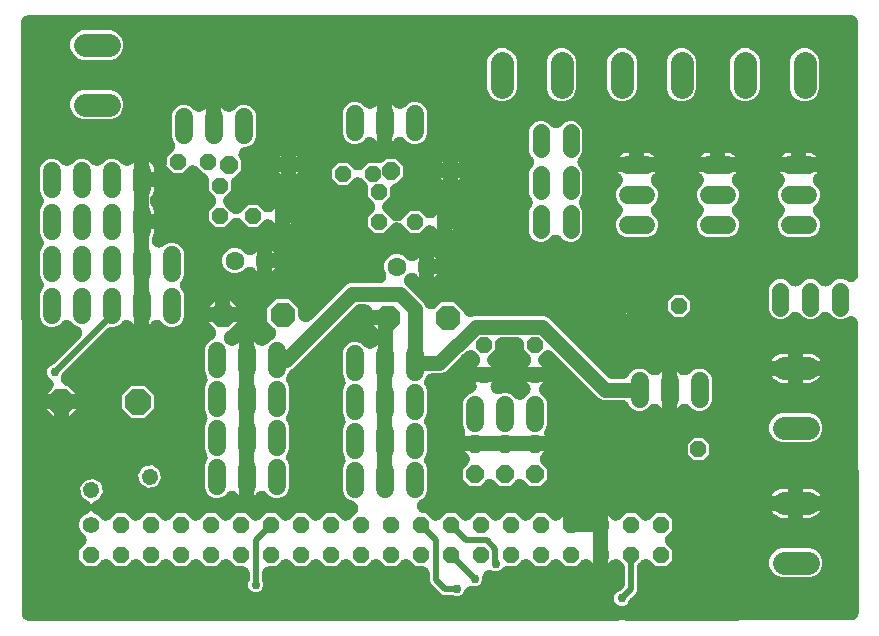
<source format=gbr>
G04 EAGLE Gerber X2 export*
%TF.Part,Single*%
%TF.FileFunction,Copper,L2,Bot,Mixed*%
%TF.FilePolarity,Positive*%
%TF.GenerationSoftware,Autodesk,EAGLE,9.0.1*%
%TF.CreationDate,2018-07-06T12:17:37Z*%
G75*
%MOMM*%
%FSLAX34Y34*%
%LPD*%
%AMOC8*
5,1,8,0,0,1.08239X$1,22.5*%
G01*
%ADD10C,1.422400*%
%ADD11P,1.539592X8X22.500000*%
%ADD12C,1.524000*%
%ADD13P,1.429621X8X202.500000*%
%ADD14C,1.981200*%
%ADD15P,1.649562X8X22.500000*%
%ADD16P,2.336880X8X22.500000*%
%ADD17P,1.429621X8X292.500000*%
%ADD18P,1.429621X8X22.500000*%
%ADD19P,1.429621X8X112.500000*%
%ADD20P,1.649562X8X202.500000*%
%ADD21P,1.732040X8X22.500000*%
%ADD22C,1.600200*%
%ADD23P,2.268148X8X202.500000*%
%ADD24P,1.649562X8X203.300000*%
%ADD25P,1.429621X8X215.700000*%
%ADD26C,1.422400*%
%ADD27C,1.270000*%
%ADD28C,0.756400*%
%ADD29C,0.508000*%

G36*
X515128Y10430D02*
X515128Y10430D01*
X515305Y10440D01*
X515482Y10440D01*
X515660Y10460D01*
X515839Y10470D01*
X516014Y10500D01*
X516190Y10520D01*
X516365Y10560D01*
X516541Y10590D01*
X516712Y10639D01*
X516885Y10679D01*
X517054Y10738D01*
X517226Y10788D01*
X517389Y10856D01*
X517557Y10914D01*
X517719Y10992D01*
X517884Y11061D01*
X518039Y11147D01*
X518166Y11208D01*
X518302Y11143D01*
X518460Y11056D01*
X518623Y10989D01*
X518781Y10913D01*
X518952Y10854D01*
X519119Y10785D01*
X519288Y10737D01*
X519454Y10679D01*
X519630Y10639D01*
X519804Y10589D01*
X519978Y10560D01*
X520149Y10521D01*
X520328Y10501D01*
X520507Y10472D01*
X520685Y10462D01*
X520857Y10443D01*
X521029Y10443D01*
X521206Y10433D01*
X712206Y10533D01*
X712210Y10533D01*
X712214Y10533D01*
X712565Y10553D01*
X712917Y10573D01*
X712921Y10574D01*
X712925Y10574D01*
X713275Y10635D01*
X713619Y10693D01*
X713623Y10694D01*
X713627Y10695D01*
X713979Y10797D01*
X714304Y10891D01*
X714307Y10892D01*
X714312Y10894D01*
X714647Y11034D01*
X714962Y11164D01*
X714965Y11166D01*
X714969Y11168D01*
X715275Y11338D01*
X715585Y11509D01*
X715588Y11512D01*
X715592Y11514D01*
X715878Y11718D01*
X716165Y11922D01*
X716169Y11925D01*
X716172Y11927D01*
X716442Y12170D01*
X716696Y12397D01*
X716699Y12400D01*
X716702Y12403D01*
X716942Y12672D01*
X717170Y12929D01*
X717173Y12932D01*
X717176Y12935D01*
X717380Y13225D01*
X717582Y13510D01*
X717584Y13514D01*
X717587Y13517D01*
X717757Y13827D01*
X717926Y14134D01*
X717928Y14138D01*
X717930Y14142D01*
X718063Y14467D01*
X718198Y14793D01*
X718199Y14797D01*
X718201Y14801D01*
X718299Y15145D01*
X718394Y15478D01*
X718395Y15482D01*
X718396Y15486D01*
X718453Y15828D01*
X718513Y16180D01*
X718513Y16184D01*
X718513Y16188D01*
X718552Y16888D01*
X718318Y261754D01*
X718308Y261931D01*
X718308Y262109D01*
X718288Y262287D01*
X718277Y262465D01*
X718248Y262640D01*
X718228Y262816D01*
X718188Y262991D01*
X718157Y263168D01*
X718108Y263338D01*
X718068Y263511D01*
X718009Y263680D01*
X717959Y263852D01*
X717891Y264015D01*
X717833Y264183D01*
X717755Y264345D01*
X717686Y264510D01*
X717600Y264665D01*
X717523Y264825D01*
X717427Y264976D01*
X717341Y265133D01*
X717238Y265277D01*
X717143Y265428D01*
X717032Y265567D01*
X716928Y265713D01*
X716809Y265846D01*
X716698Y265984D01*
X716572Y266111D01*
X716452Y266244D01*
X716320Y266362D01*
X716194Y266487D01*
X716054Y266599D01*
X715920Y266718D01*
X715775Y266820D01*
X715637Y266931D01*
X715485Y267026D01*
X715339Y267129D01*
X715183Y267215D01*
X715033Y267309D01*
X714871Y267387D01*
X714715Y267473D01*
X714550Y267541D01*
X714391Y267617D01*
X714222Y267676D01*
X714056Y267744D01*
X713885Y267793D01*
X713718Y267852D01*
X713543Y267891D01*
X713371Y267941D01*
X713196Y267970D01*
X713023Y268009D01*
X712845Y268029D01*
X712668Y268059D01*
X712491Y268068D01*
X712315Y268088D01*
X712136Y268088D01*
X711957Y268097D01*
X711780Y268087D01*
X711603Y268087D01*
X711424Y268066D01*
X711246Y268056D01*
X711071Y268026D01*
X710895Y268006D01*
X710720Y267966D01*
X710544Y267935D01*
X710373Y267886D01*
X710201Y267846D01*
X710029Y267786D01*
X709860Y267737D01*
X709704Y267672D01*
X709539Y267614D01*
X705100Y265775D01*
X701260Y265775D01*
X697712Y267245D01*
X694970Y269987D01*
X694967Y269989D01*
X694966Y269991D01*
X694725Y270206D01*
X694438Y270462D01*
X694436Y270464D01*
X694434Y270466D01*
X694146Y270669D01*
X693857Y270874D01*
X693855Y270876D01*
X693852Y270877D01*
X693532Y271054D01*
X693234Y271219D01*
X693231Y271220D01*
X693229Y271221D01*
X692883Y271364D01*
X692576Y271491D01*
X692573Y271492D01*
X692570Y271493D01*
X692217Y271595D01*
X691891Y271688D01*
X691888Y271689D01*
X691885Y271690D01*
X691520Y271751D01*
X691188Y271807D01*
X691186Y271808D01*
X691183Y271808D01*
X690817Y271828D01*
X690477Y271847D01*
X690474Y271847D01*
X690471Y271847D01*
X690120Y271827D01*
X689766Y271807D01*
X689763Y271806D01*
X689760Y271806D01*
X689417Y271747D01*
X689064Y271687D01*
X689061Y271686D01*
X689058Y271686D01*
X688717Y271587D01*
X688379Y271489D01*
X688377Y271488D01*
X688374Y271488D01*
X688049Y271353D01*
X687721Y271216D01*
X687719Y271215D01*
X687716Y271214D01*
X687408Y271043D01*
X687098Y270871D01*
X687096Y270870D01*
X687093Y270868D01*
X686795Y270656D01*
X686517Y270459D01*
X686515Y270457D01*
X686513Y270455D01*
X685990Y269987D01*
X683248Y267245D01*
X679700Y265775D01*
X675860Y265775D01*
X672312Y267245D01*
X669570Y269987D01*
X669567Y269989D01*
X669566Y269991D01*
X669308Y270221D01*
X669038Y270462D01*
X669036Y270464D01*
X669034Y270466D01*
X668759Y270660D01*
X668457Y270874D01*
X668455Y270876D01*
X668452Y270877D01*
X668131Y271054D01*
X667834Y271219D01*
X667831Y271220D01*
X667829Y271221D01*
X667498Y271358D01*
X667175Y271491D01*
X667173Y271492D01*
X667170Y271493D01*
X666832Y271590D01*
X666491Y271688D01*
X666488Y271689D01*
X666485Y271690D01*
X666123Y271751D01*
X665788Y271807D01*
X665786Y271808D01*
X665783Y271808D01*
X665417Y271828D01*
X665077Y271847D01*
X665074Y271847D01*
X665071Y271847D01*
X664720Y271827D01*
X664366Y271807D01*
X664363Y271806D01*
X664360Y271806D01*
X664014Y271747D01*
X663664Y271687D01*
X663661Y271686D01*
X663658Y271686D01*
X663317Y271587D01*
X662979Y271489D01*
X662976Y271488D01*
X662974Y271487D01*
X662643Y271350D01*
X662321Y271216D01*
X662319Y271215D01*
X662316Y271214D01*
X662001Y271039D01*
X661698Y270871D01*
X661696Y270870D01*
X661693Y270868D01*
X661384Y270648D01*
X661117Y270459D01*
X661115Y270457D01*
X661113Y270455D01*
X660590Y269987D01*
X657848Y267245D01*
X654300Y265775D01*
X650460Y265775D01*
X646912Y267245D01*
X644197Y269960D01*
X642727Y273508D01*
X642727Y291572D01*
X644197Y295120D01*
X646912Y297835D01*
X650460Y299305D01*
X654300Y299305D01*
X657848Y297835D01*
X660590Y295093D01*
X660593Y295091D01*
X660594Y295089D01*
X660852Y294859D01*
X661122Y294618D01*
X661124Y294616D01*
X661126Y294614D01*
X661419Y294407D01*
X661703Y294206D01*
X661705Y294204D01*
X661708Y294203D01*
X662032Y294024D01*
X662326Y293861D01*
X662329Y293860D01*
X662331Y293859D01*
X662677Y293716D01*
X662984Y293589D01*
X662987Y293588D01*
X662990Y293587D01*
X663343Y293485D01*
X663669Y293392D01*
X663672Y293391D01*
X663675Y293390D01*
X664040Y293329D01*
X664372Y293273D01*
X664374Y293272D01*
X664377Y293272D01*
X664743Y293252D01*
X665083Y293233D01*
X665086Y293233D01*
X665089Y293233D01*
X665440Y293253D01*
X665794Y293273D01*
X665797Y293274D01*
X665800Y293274D01*
X666143Y293333D01*
X666496Y293393D01*
X666499Y293394D01*
X666502Y293394D01*
X666841Y293492D01*
X667181Y293591D01*
X667183Y293592D01*
X667186Y293592D01*
X667511Y293727D01*
X667839Y293864D01*
X667841Y293865D01*
X667844Y293866D01*
X668152Y294037D01*
X668462Y294209D01*
X668464Y294210D01*
X668467Y294212D01*
X668760Y294420D01*
X669043Y294621D01*
X669045Y294623D01*
X669047Y294625D01*
X669570Y295093D01*
X672312Y297835D01*
X675860Y299305D01*
X679700Y299305D01*
X683248Y297835D01*
X685990Y295093D01*
X685993Y295091D01*
X685994Y295089D01*
X686252Y294859D01*
X686522Y294618D01*
X686524Y294616D01*
X686526Y294614D01*
X686817Y294408D01*
X687103Y294206D01*
X687105Y294204D01*
X687108Y294203D01*
X687432Y294024D01*
X687726Y293861D01*
X687729Y293860D01*
X687731Y293859D01*
X688062Y293722D01*
X688385Y293589D01*
X688387Y293588D01*
X688390Y293587D01*
X688728Y293490D01*
X689069Y293392D01*
X689072Y293391D01*
X689075Y293390D01*
X689437Y293329D01*
X689772Y293273D01*
X689774Y293272D01*
X689777Y293272D01*
X690143Y293252D01*
X690483Y293233D01*
X690486Y293233D01*
X690489Y293233D01*
X690840Y293253D01*
X691194Y293273D01*
X691197Y293274D01*
X691200Y293274D01*
X691546Y293333D01*
X691896Y293393D01*
X691899Y293394D01*
X691902Y293394D01*
X692241Y293492D01*
X692581Y293591D01*
X692584Y293592D01*
X692586Y293593D01*
X692917Y293730D01*
X693239Y293864D01*
X693241Y293865D01*
X693244Y293866D01*
X693559Y294041D01*
X693862Y294209D01*
X693864Y294210D01*
X693867Y294212D01*
X694172Y294429D01*
X694443Y294621D01*
X694445Y294623D01*
X694447Y294625D01*
X694970Y295093D01*
X697712Y297835D01*
X701260Y299305D01*
X705100Y299305D01*
X709499Y297482D01*
X709673Y297422D01*
X709842Y297352D01*
X710008Y297304D01*
X710172Y297247D01*
X710351Y297206D01*
X710527Y297156D01*
X710698Y297127D01*
X710866Y297089D01*
X711049Y297068D01*
X711230Y297038D01*
X711402Y297028D01*
X711574Y297009D01*
X711758Y297009D01*
X711941Y296999D01*
X712114Y297009D01*
X712287Y297009D01*
X712469Y297030D01*
X712652Y297040D01*
X712822Y297070D01*
X712995Y297089D01*
X713174Y297130D01*
X713354Y297161D01*
X713520Y297209D01*
X713689Y297248D01*
X713862Y297309D01*
X714038Y297360D01*
X714198Y297426D01*
X714362Y297483D01*
X714527Y297563D01*
X714696Y297634D01*
X714847Y297718D01*
X715003Y297793D01*
X715159Y297891D01*
X715319Y297980D01*
X715460Y298080D01*
X715606Y298172D01*
X715750Y298287D01*
X715899Y298393D01*
X716028Y298509D01*
X716163Y298617D01*
X716292Y298746D01*
X716429Y298869D01*
X716544Y298999D01*
X716666Y299121D01*
X716781Y299264D01*
X716903Y299401D01*
X717003Y299543D01*
X717110Y299678D01*
X717207Y299833D01*
X717313Y299983D01*
X717397Y300135D01*
X717489Y300282D01*
X717568Y300447D01*
X717657Y300608D01*
X717722Y300768D01*
X717797Y300924D01*
X717858Y301097D01*
X717928Y301267D01*
X717975Y301433D01*
X718032Y301597D01*
X718073Y301775D01*
X718123Y301952D01*
X718152Y302123D01*
X718190Y302291D01*
X718210Y302474D01*
X718240Y302654D01*
X718250Y302830D01*
X718269Y302999D01*
X718269Y303174D01*
X718278Y303354D01*
X718075Y516790D01*
X718075Y516791D01*
X718075Y516792D01*
X718057Y517099D01*
X718034Y517502D01*
X718034Y517503D01*
X717985Y517790D01*
X717914Y518204D01*
X717914Y518205D01*
X717914Y518206D01*
X717833Y518485D01*
X717716Y518888D01*
X717716Y518889D01*
X717716Y518890D01*
X717585Y519205D01*
X717443Y519546D01*
X717442Y519547D01*
X717442Y519548D01*
X717286Y519829D01*
X717098Y520169D01*
X717097Y520170D01*
X717097Y520171D01*
X716896Y520452D01*
X716685Y520750D01*
X716684Y520750D01*
X716683Y520751D01*
X716452Y521009D01*
X716209Y521280D01*
X716208Y521281D01*
X716208Y521282D01*
X715920Y521538D01*
X715677Y521754D01*
X715677Y521755D01*
X715676Y521755D01*
X715362Y521977D01*
X715096Y522166D01*
X715095Y522166D01*
X715094Y522167D01*
X714775Y522342D01*
X714471Y522509D01*
X714471Y522510D01*
X714470Y522510D01*
X714171Y522633D01*
X713813Y522781D01*
X713812Y522781D01*
X713811Y522781D01*
X713531Y522861D01*
X713128Y522977D01*
X713127Y522977D01*
X713126Y522977D01*
X712824Y523028D01*
X712425Y523095D01*
X712424Y523095D01*
X712423Y523095D01*
X711724Y523134D01*
X711714Y523134D01*
X15769Y522891D01*
X15763Y522891D01*
X15757Y522891D01*
X15414Y522871D01*
X15058Y522851D01*
X15052Y522850D01*
X15046Y522849D01*
X14701Y522790D01*
X14356Y522731D01*
X14350Y522729D01*
X14344Y522728D01*
X14003Y522629D01*
X13671Y522534D01*
X13666Y522531D01*
X13659Y522529D01*
X13335Y522394D01*
X13013Y522261D01*
X13008Y522258D01*
X13002Y522255D01*
X12696Y522085D01*
X12390Y521916D01*
X12385Y521912D01*
X12379Y521909D01*
X12092Y521704D01*
X11809Y521503D01*
X11805Y521499D01*
X11799Y521495D01*
X11538Y521260D01*
X11278Y521028D01*
X11274Y521023D01*
X11270Y521019D01*
X11038Y520758D01*
X10804Y520496D01*
X10800Y520491D01*
X10796Y520486D01*
X10596Y520202D01*
X10392Y519915D01*
X10389Y519909D01*
X10386Y519904D01*
X10217Y519596D01*
X10048Y519291D01*
X10046Y519285D01*
X10043Y519280D01*
X9910Y518956D01*
X9776Y518632D01*
X9775Y518626D01*
X9772Y518621D01*
X9676Y518284D01*
X9580Y517948D01*
X9579Y517942D01*
X9577Y517935D01*
X9520Y517590D01*
X9461Y517245D01*
X9461Y517239D01*
X9460Y517233D01*
X9425Y516590D01*
X9422Y516534D01*
X9422Y516533D01*
X10137Y16510D01*
X10178Y15798D01*
X10251Y15374D01*
X10299Y15096D01*
X10497Y14412D01*
X10771Y13754D01*
X11116Y13131D01*
X11530Y12551D01*
X12005Y12021D01*
X12537Y11547D01*
X13074Y11168D01*
X13119Y11136D01*
X13743Y10792D01*
X14235Y10590D01*
X14402Y10521D01*
X15087Y10325D01*
X15790Y10208D01*
X16490Y10169D01*
X515128Y10430D01*
G37*
%LPC*%
G36*
X377202Y31043D02*
X377202Y31043D01*
X375371Y31802D01*
X375198Y31862D01*
X375028Y31932D01*
X374862Y31980D01*
X374698Y32037D01*
X374519Y32078D01*
X374343Y32128D01*
X374173Y32157D01*
X374004Y32196D01*
X373821Y32216D01*
X373641Y32247D01*
X373465Y32256D01*
X373296Y32275D01*
X373121Y32275D01*
X372941Y32285D01*
X367289Y32285D01*
X365422Y33059D01*
X356373Y42108D01*
X355599Y43975D01*
X355599Y50038D01*
X355599Y50041D01*
X355599Y50044D01*
X355580Y50382D01*
X355559Y50749D01*
X355559Y50752D01*
X355559Y50755D01*
X355500Y51095D01*
X355440Y51452D01*
X355439Y51454D01*
X355439Y51457D01*
X355344Y51784D01*
X355243Y52136D01*
X355241Y52139D01*
X355241Y52142D01*
X355106Y52466D01*
X354970Y52794D01*
X354968Y52797D01*
X354967Y52799D01*
X354800Y53102D01*
X354625Y53418D01*
X354623Y53420D01*
X354622Y53423D01*
X354411Y53720D01*
X354213Y53999D01*
X354211Y54001D01*
X354209Y54003D01*
X353969Y54271D01*
X353738Y54530D01*
X353735Y54532D01*
X353734Y54534D01*
X353467Y54771D01*
X353206Y55004D01*
X353204Y55006D01*
X353202Y55008D01*
X352921Y55206D01*
X352625Y55416D01*
X352622Y55418D01*
X352620Y55419D01*
X352324Y55582D01*
X352001Y55760D01*
X351998Y55761D01*
X351996Y55763D01*
X351678Y55894D01*
X351343Y56032D01*
X351340Y56033D01*
X351337Y56034D01*
X351008Y56129D01*
X350658Y56229D01*
X350655Y56230D01*
X350653Y56230D01*
X350299Y56290D01*
X349956Y56348D01*
X349953Y56348D01*
X349950Y56349D01*
X349250Y56387D01*
X343982Y56387D01*
X339770Y60599D01*
X339767Y60601D01*
X339766Y60603D01*
X339514Y60828D01*
X339238Y61074D01*
X339236Y61076D01*
X339234Y61078D01*
X338956Y61274D01*
X338657Y61486D01*
X338655Y61488D01*
X338652Y61489D01*
X338337Y61663D01*
X338034Y61831D01*
X338031Y61832D01*
X338029Y61833D01*
X337698Y61970D01*
X337375Y62103D01*
X337373Y62104D01*
X337370Y62105D01*
X337032Y62202D01*
X336691Y62300D01*
X336688Y62301D01*
X336685Y62302D01*
X336323Y62363D01*
X335988Y62419D01*
X335986Y62420D01*
X335983Y62420D01*
X335617Y62440D01*
X335277Y62459D01*
X335274Y62459D01*
X335271Y62459D01*
X334920Y62439D01*
X334566Y62419D01*
X334563Y62418D01*
X334560Y62418D01*
X334217Y62359D01*
X333864Y62299D01*
X333861Y62298D01*
X333858Y62298D01*
X333526Y62202D01*
X333179Y62101D01*
X333176Y62100D01*
X333174Y62099D01*
X332850Y61965D01*
X332521Y61828D01*
X332519Y61827D01*
X332516Y61826D01*
X332208Y61655D01*
X331898Y61483D01*
X331895Y61482D01*
X331893Y61480D01*
X331605Y61275D01*
X331317Y61071D01*
X331315Y61069D01*
X331313Y61067D01*
X330790Y60599D01*
X326578Y56387D01*
X318582Y56387D01*
X314370Y60599D01*
X314367Y60601D01*
X314366Y60603D01*
X314114Y60828D01*
X313838Y61074D01*
X313836Y61076D01*
X313834Y61078D01*
X313556Y61274D01*
X313257Y61486D01*
X313255Y61488D01*
X313252Y61489D01*
X312937Y61663D01*
X312634Y61831D01*
X312631Y61832D01*
X312629Y61833D01*
X312298Y61970D01*
X311975Y62103D01*
X311973Y62104D01*
X311970Y62105D01*
X311632Y62202D01*
X311291Y62300D01*
X311288Y62301D01*
X311285Y62302D01*
X310923Y62363D01*
X310588Y62419D01*
X310586Y62420D01*
X310583Y62420D01*
X310217Y62440D01*
X309877Y62459D01*
X309874Y62459D01*
X309871Y62459D01*
X309520Y62439D01*
X309166Y62419D01*
X309163Y62418D01*
X309160Y62418D01*
X308817Y62359D01*
X308464Y62299D01*
X308461Y62298D01*
X308458Y62298D01*
X308126Y62202D01*
X307779Y62101D01*
X307776Y62100D01*
X307774Y62099D01*
X307450Y61965D01*
X307121Y61828D01*
X307119Y61827D01*
X307116Y61826D01*
X306808Y61655D01*
X306498Y61483D01*
X306495Y61482D01*
X306493Y61480D01*
X306205Y61275D01*
X305917Y61071D01*
X305915Y61069D01*
X305913Y61067D01*
X305390Y60599D01*
X301178Y56387D01*
X293182Y56387D01*
X288970Y60599D01*
X288967Y60601D01*
X288966Y60603D01*
X288714Y60828D01*
X288438Y61074D01*
X288436Y61076D01*
X288434Y61078D01*
X288156Y61274D01*
X287857Y61486D01*
X287855Y61488D01*
X287852Y61489D01*
X287537Y61663D01*
X287234Y61831D01*
X287231Y61832D01*
X287229Y61833D01*
X286898Y61970D01*
X286575Y62103D01*
X286573Y62104D01*
X286570Y62105D01*
X286232Y62202D01*
X285891Y62300D01*
X285888Y62301D01*
X285885Y62302D01*
X285523Y62363D01*
X285188Y62419D01*
X285186Y62420D01*
X285183Y62420D01*
X284817Y62440D01*
X284477Y62459D01*
X284474Y62459D01*
X284471Y62459D01*
X284120Y62439D01*
X283766Y62419D01*
X283763Y62418D01*
X283760Y62418D01*
X283417Y62359D01*
X283064Y62299D01*
X283061Y62298D01*
X283058Y62298D01*
X282726Y62202D01*
X282379Y62101D01*
X282376Y62100D01*
X282374Y62099D01*
X282050Y61965D01*
X281721Y61828D01*
X281719Y61827D01*
X281716Y61826D01*
X281408Y61655D01*
X281098Y61483D01*
X281095Y61482D01*
X281093Y61480D01*
X280805Y61275D01*
X280517Y61071D01*
X280515Y61069D01*
X280513Y61067D01*
X279990Y60599D01*
X275778Y56387D01*
X267782Y56387D01*
X263570Y60599D01*
X263567Y60601D01*
X263566Y60603D01*
X263314Y60828D01*
X263038Y61074D01*
X263036Y61076D01*
X263034Y61078D01*
X262756Y61274D01*
X262457Y61486D01*
X262455Y61488D01*
X262452Y61489D01*
X262137Y61663D01*
X261834Y61831D01*
X261831Y61832D01*
X261829Y61833D01*
X261498Y61970D01*
X261175Y62103D01*
X261173Y62104D01*
X261170Y62105D01*
X260832Y62202D01*
X260491Y62300D01*
X260488Y62301D01*
X260485Y62302D01*
X260123Y62363D01*
X259788Y62419D01*
X259786Y62420D01*
X259783Y62420D01*
X259417Y62440D01*
X259077Y62459D01*
X259074Y62459D01*
X259071Y62459D01*
X258720Y62439D01*
X258366Y62419D01*
X258363Y62418D01*
X258360Y62418D01*
X258017Y62359D01*
X257664Y62299D01*
X257661Y62298D01*
X257658Y62298D01*
X257326Y62202D01*
X256979Y62101D01*
X256976Y62100D01*
X256974Y62099D01*
X256650Y61965D01*
X256321Y61828D01*
X256319Y61827D01*
X256316Y61826D01*
X256008Y61655D01*
X255698Y61483D01*
X255695Y61482D01*
X255693Y61480D01*
X255405Y61275D01*
X255117Y61071D01*
X255115Y61069D01*
X255113Y61067D01*
X254590Y60599D01*
X250378Y56387D01*
X242382Y56387D01*
X238170Y60599D01*
X238167Y60601D01*
X238166Y60603D01*
X237914Y60828D01*
X237638Y61074D01*
X237636Y61076D01*
X237634Y61078D01*
X237356Y61274D01*
X237057Y61486D01*
X237055Y61488D01*
X237052Y61489D01*
X236737Y61663D01*
X236434Y61831D01*
X236431Y61832D01*
X236429Y61833D01*
X236098Y61970D01*
X235775Y62103D01*
X235773Y62104D01*
X235770Y62105D01*
X235432Y62202D01*
X235091Y62300D01*
X235088Y62301D01*
X235085Y62302D01*
X234723Y62363D01*
X234388Y62419D01*
X234386Y62420D01*
X234383Y62420D01*
X234017Y62440D01*
X233677Y62459D01*
X233674Y62459D01*
X233671Y62459D01*
X233320Y62439D01*
X232966Y62419D01*
X232963Y62418D01*
X232960Y62418D01*
X232617Y62359D01*
X232264Y62299D01*
X232261Y62298D01*
X232258Y62298D01*
X231926Y62202D01*
X231579Y62101D01*
X231576Y62100D01*
X231574Y62099D01*
X231250Y61965D01*
X230921Y61828D01*
X230919Y61827D01*
X230916Y61826D01*
X230608Y61655D01*
X230298Y61483D01*
X230295Y61482D01*
X230293Y61480D01*
X230005Y61275D01*
X229717Y61071D01*
X229715Y61069D01*
X229713Y61067D01*
X229190Y60599D01*
X224978Y56387D01*
X219710Y56387D01*
X219707Y56387D01*
X219704Y56387D01*
X219357Y56367D01*
X218999Y56347D01*
X218996Y56347D01*
X218993Y56347D01*
X218653Y56288D01*
X218296Y56228D01*
X218294Y56227D01*
X218291Y56227D01*
X217946Y56127D01*
X217612Y56031D01*
X217609Y56029D01*
X217606Y56029D01*
X217282Y55894D01*
X216954Y55758D01*
X216951Y55756D01*
X216949Y55755D01*
X216636Y55582D01*
X216330Y55413D01*
X216328Y55411D01*
X216325Y55410D01*
X216028Y55199D01*
X215749Y55001D01*
X215747Y54999D01*
X215745Y54997D01*
X215477Y54757D01*
X215218Y54526D01*
X215216Y54523D01*
X215214Y54522D01*
X214976Y54254D01*
X214744Y53994D01*
X214742Y53992D01*
X214740Y53990D01*
X214532Y53694D01*
X214332Y53413D01*
X214330Y53410D01*
X214329Y53408D01*
X214166Y53112D01*
X213988Y52789D01*
X213987Y52786D01*
X213985Y52784D01*
X213854Y52466D01*
X213716Y52131D01*
X213715Y52128D01*
X213714Y52125D01*
X213616Y51784D01*
X213519Y51446D01*
X213518Y51443D01*
X213518Y51441D01*
X213458Y51087D01*
X213400Y50744D01*
X213400Y50741D01*
X213399Y50738D01*
X213361Y50038D01*
X213361Y46159D01*
X213371Y45976D01*
X213371Y45793D01*
X213391Y45621D01*
X213401Y45448D01*
X213431Y45267D01*
X213452Y45085D01*
X213491Y44916D01*
X213520Y44745D01*
X213571Y44569D01*
X213612Y44391D01*
X213670Y44225D01*
X213717Y44061D01*
X213784Y43900D01*
X213844Y43729D01*
X214603Y41898D01*
X214603Y39382D01*
X213640Y37058D01*
X211862Y35280D01*
X209538Y34317D01*
X207022Y34317D01*
X204698Y35280D01*
X202920Y37058D01*
X201957Y39382D01*
X201957Y41898D01*
X202716Y43729D01*
X202776Y43902D01*
X202846Y44072D01*
X202894Y44238D01*
X202951Y44402D01*
X202992Y44581D01*
X203042Y44757D01*
X203071Y44927D01*
X203110Y45096D01*
X203130Y45279D01*
X203161Y45459D01*
X203170Y45635D01*
X203189Y45804D01*
X203189Y45979D01*
X203199Y46159D01*
X203199Y50038D01*
X203199Y50041D01*
X203199Y50044D01*
X203180Y50382D01*
X203159Y50749D01*
X203159Y50752D01*
X203159Y50755D01*
X203100Y51095D01*
X203040Y51452D01*
X203039Y51454D01*
X203039Y51457D01*
X202944Y51784D01*
X202843Y52136D01*
X202841Y52139D01*
X202841Y52142D01*
X202706Y52466D01*
X202570Y52794D01*
X202568Y52797D01*
X202567Y52799D01*
X202400Y53102D01*
X202225Y53418D01*
X202223Y53420D01*
X202222Y53423D01*
X202011Y53720D01*
X201813Y53999D01*
X201811Y54001D01*
X201809Y54003D01*
X201569Y54271D01*
X201338Y54530D01*
X201335Y54532D01*
X201334Y54534D01*
X201067Y54771D01*
X200806Y55004D01*
X200804Y55006D01*
X200802Y55008D01*
X200521Y55206D01*
X200225Y55416D01*
X200222Y55418D01*
X200220Y55419D01*
X199924Y55582D01*
X199601Y55760D01*
X199598Y55761D01*
X199596Y55763D01*
X199278Y55894D01*
X198943Y56032D01*
X198940Y56033D01*
X198937Y56034D01*
X198608Y56129D01*
X198258Y56229D01*
X198255Y56230D01*
X198253Y56230D01*
X197899Y56290D01*
X197556Y56348D01*
X197553Y56348D01*
X197550Y56349D01*
X196850Y56387D01*
X191582Y56387D01*
X187370Y60599D01*
X187367Y60601D01*
X187366Y60603D01*
X187114Y60828D01*
X186838Y61074D01*
X186836Y61076D01*
X186834Y61078D01*
X186556Y61274D01*
X186257Y61486D01*
X186255Y61488D01*
X186252Y61489D01*
X185937Y61663D01*
X185634Y61831D01*
X185631Y61832D01*
X185629Y61833D01*
X185298Y61970D01*
X184975Y62103D01*
X184973Y62104D01*
X184970Y62105D01*
X184632Y62202D01*
X184291Y62300D01*
X184288Y62301D01*
X184285Y62302D01*
X183923Y62363D01*
X183588Y62419D01*
X183586Y62420D01*
X183583Y62420D01*
X183217Y62440D01*
X182877Y62459D01*
X182874Y62459D01*
X182871Y62459D01*
X182520Y62439D01*
X182166Y62419D01*
X182163Y62418D01*
X182160Y62418D01*
X181817Y62359D01*
X181464Y62299D01*
X181461Y62298D01*
X181458Y62298D01*
X181126Y62202D01*
X180779Y62101D01*
X180776Y62100D01*
X180774Y62099D01*
X180450Y61965D01*
X180121Y61828D01*
X180119Y61827D01*
X180116Y61826D01*
X179808Y61655D01*
X179498Y61483D01*
X179495Y61482D01*
X179493Y61480D01*
X179205Y61275D01*
X178917Y61071D01*
X178915Y61069D01*
X178913Y61067D01*
X178390Y60599D01*
X174178Y56387D01*
X166182Y56387D01*
X161970Y60599D01*
X161967Y60601D01*
X161966Y60603D01*
X161714Y60828D01*
X161438Y61074D01*
X161436Y61076D01*
X161434Y61078D01*
X161156Y61274D01*
X160857Y61486D01*
X160855Y61488D01*
X160852Y61489D01*
X160537Y61663D01*
X160234Y61831D01*
X160231Y61832D01*
X160229Y61833D01*
X159898Y61970D01*
X159575Y62103D01*
X159573Y62104D01*
X159570Y62105D01*
X159232Y62202D01*
X158891Y62300D01*
X158888Y62301D01*
X158885Y62302D01*
X158523Y62363D01*
X158188Y62419D01*
X158186Y62420D01*
X158183Y62420D01*
X157817Y62440D01*
X157477Y62459D01*
X157474Y62459D01*
X157471Y62459D01*
X157120Y62439D01*
X156766Y62419D01*
X156763Y62418D01*
X156760Y62418D01*
X156417Y62359D01*
X156064Y62299D01*
X156061Y62298D01*
X156058Y62298D01*
X155726Y62202D01*
X155379Y62101D01*
X155376Y62100D01*
X155374Y62099D01*
X155050Y61965D01*
X154721Y61828D01*
X154719Y61827D01*
X154716Y61826D01*
X154408Y61655D01*
X154098Y61483D01*
X154095Y61482D01*
X154093Y61480D01*
X153805Y61275D01*
X153517Y61071D01*
X153515Y61069D01*
X153513Y61067D01*
X152990Y60599D01*
X148778Y56387D01*
X140782Y56387D01*
X136570Y60599D01*
X136567Y60601D01*
X136566Y60603D01*
X136314Y60828D01*
X136038Y61074D01*
X136036Y61076D01*
X136034Y61078D01*
X135756Y61274D01*
X135457Y61486D01*
X135455Y61488D01*
X135452Y61489D01*
X135137Y61663D01*
X134834Y61831D01*
X134831Y61832D01*
X134829Y61833D01*
X134498Y61970D01*
X134175Y62103D01*
X134173Y62104D01*
X134170Y62105D01*
X133832Y62202D01*
X133491Y62300D01*
X133488Y62301D01*
X133485Y62302D01*
X133123Y62363D01*
X132788Y62419D01*
X132786Y62420D01*
X132783Y62420D01*
X132417Y62440D01*
X132077Y62459D01*
X132074Y62459D01*
X132071Y62459D01*
X131720Y62439D01*
X131366Y62419D01*
X131363Y62418D01*
X131360Y62418D01*
X131017Y62359D01*
X130664Y62299D01*
X130661Y62298D01*
X130658Y62298D01*
X130326Y62202D01*
X129979Y62101D01*
X129976Y62100D01*
X129974Y62099D01*
X129650Y61965D01*
X129321Y61828D01*
X129319Y61827D01*
X129316Y61826D01*
X129008Y61655D01*
X128698Y61483D01*
X128695Y61482D01*
X128693Y61480D01*
X128405Y61275D01*
X128117Y61071D01*
X128115Y61069D01*
X128113Y61067D01*
X127590Y60599D01*
X123378Y56387D01*
X115382Y56387D01*
X111170Y60599D01*
X111167Y60601D01*
X111166Y60603D01*
X110914Y60828D01*
X110638Y61074D01*
X110636Y61076D01*
X110634Y61078D01*
X110356Y61274D01*
X110057Y61486D01*
X110055Y61488D01*
X110052Y61489D01*
X109737Y61663D01*
X109434Y61831D01*
X109431Y61832D01*
X109429Y61833D01*
X109098Y61970D01*
X108775Y62103D01*
X108773Y62104D01*
X108770Y62105D01*
X108432Y62202D01*
X108091Y62300D01*
X108088Y62301D01*
X108085Y62302D01*
X107723Y62363D01*
X107388Y62419D01*
X107386Y62420D01*
X107383Y62420D01*
X107017Y62440D01*
X106677Y62459D01*
X106674Y62459D01*
X106671Y62459D01*
X106320Y62439D01*
X105966Y62419D01*
X105963Y62418D01*
X105960Y62418D01*
X105617Y62359D01*
X105264Y62299D01*
X105261Y62298D01*
X105258Y62298D01*
X104926Y62202D01*
X104579Y62101D01*
X104576Y62100D01*
X104574Y62099D01*
X104250Y61965D01*
X103921Y61828D01*
X103919Y61827D01*
X103916Y61826D01*
X103608Y61655D01*
X103298Y61483D01*
X103295Y61482D01*
X103293Y61480D01*
X103005Y61275D01*
X102717Y61071D01*
X102715Y61069D01*
X102713Y61067D01*
X102190Y60599D01*
X97978Y56387D01*
X89982Y56387D01*
X85770Y60599D01*
X85767Y60601D01*
X85766Y60603D01*
X85514Y60828D01*
X85238Y61074D01*
X85236Y61076D01*
X85234Y61078D01*
X84956Y61274D01*
X84657Y61486D01*
X84655Y61488D01*
X84652Y61489D01*
X84337Y61663D01*
X84034Y61831D01*
X84031Y61832D01*
X84029Y61833D01*
X83698Y61970D01*
X83375Y62103D01*
X83373Y62104D01*
X83370Y62105D01*
X83032Y62202D01*
X82691Y62300D01*
X82688Y62301D01*
X82685Y62302D01*
X82323Y62363D01*
X81988Y62419D01*
X81986Y62420D01*
X81983Y62420D01*
X81617Y62440D01*
X81277Y62459D01*
X81274Y62459D01*
X81271Y62459D01*
X80920Y62439D01*
X80566Y62419D01*
X80563Y62418D01*
X80560Y62418D01*
X80217Y62359D01*
X79864Y62299D01*
X79861Y62298D01*
X79858Y62298D01*
X79526Y62202D01*
X79179Y62101D01*
X79176Y62100D01*
X79174Y62099D01*
X78850Y61965D01*
X78521Y61828D01*
X78519Y61827D01*
X78516Y61826D01*
X78208Y61655D01*
X77898Y61483D01*
X77895Y61482D01*
X77893Y61480D01*
X77605Y61275D01*
X77317Y61071D01*
X77315Y61069D01*
X77313Y61067D01*
X76790Y60599D01*
X72578Y56387D01*
X64582Y56387D01*
X58927Y62042D01*
X58927Y70038D01*
X63139Y74250D01*
X63141Y74253D01*
X63143Y74254D01*
X63373Y74512D01*
X63614Y74782D01*
X63616Y74784D01*
X63618Y74786D01*
X63811Y75059D01*
X64026Y75363D01*
X64028Y75365D01*
X64029Y75368D01*
X64202Y75681D01*
X64371Y75986D01*
X64372Y75989D01*
X64373Y75991D01*
X64509Y76320D01*
X64643Y76645D01*
X64644Y76647D01*
X64645Y76650D01*
X64742Y76988D01*
X64840Y77329D01*
X64841Y77332D01*
X64842Y77335D01*
X64903Y77697D01*
X64959Y78032D01*
X64960Y78034D01*
X64960Y78037D01*
X64980Y78403D01*
X64999Y78743D01*
X64999Y78746D01*
X64999Y78749D01*
X64979Y79090D01*
X64959Y79454D01*
X64958Y79457D01*
X64958Y79460D01*
X64899Y79806D01*
X64839Y80156D01*
X64838Y80159D01*
X64838Y80162D01*
X64739Y80503D01*
X64641Y80841D01*
X64640Y80844D01*
X64639Y80846D01*
X64502Y81177D01*
X64368Y81499D01*
X64367Y81501D01*
X64366Y81504D01*
X64191Y81819D01*
X64023Y82122D01*
X64022Y82124D01*
X64020Y82127D01*
X63803Y82432D01*
X63611Y82703D01*
X63609Y82705D01*
X63607Y82707D01*
X63139Y83230D01*
X60397Y85972D01*
X58927Y89520D01*
X58927Y93360D01*
X60397Y96908D01*
X63112Y99623D01*
X65245Y100507D01*
X65425Y100593D01*
X65608Y100670D01*
X65745Y100747D01*
X65887Y100816D01*
X66056Y100922D01*
X66229Y101019D01*
X66357Y101111D01*
X66491Y101195D01*
X66646Y101319D01*
X66808Y101435D01*
X66924Y101541D01*
X67047Y101639D01*
X67188Y101780D01*
X67336Y101914D01*
X67440Y102032D01*
X67551Y102143D01*
X67675Y102299D01*
X67807Y102448D01*
X67897Y102577D01*
X67995Y102700D01*
X68101Y102869D01*
X68215Y103032D01*
X68290Y103170D01*
X68374Y103304D01*
X68460Y103483D01*
X68555Y103658D01*
X68615Y103804D01*
X68683Y103946D01*
X68748Y104134D01*
X68823Y104318D01*
X68829Y104338D01*
X68882Y104185D01*
X68938Y103997D01*
X69000Y103849D01*
X69053Y103698D01*
X69139Y103522D01*
X69215Y103341D01*
X69294Y103201D01*
X69363Y103057D01*
X69468Y102891D01*
X69564Y102720D01*
X69658Y102590D01*
X69743Y102454D01*
X69866Y102301D01*
X69980Y102142D01*
X70088Y102023D01*
X70188Y101898D01*
X70327Y101759D01*
X70459Y101614D01*
X70579Y101508D01*
X70693Y101395D01*
X70847Y101273D01*
X70994Y101143D01*
X71125Y101051D01*
X71251Y100952D01*
X71417Y100848D01*
X71578Y100735D01*
X71719Y100659D01*
X71855Y100574D01*
X72034Y100487D01*
X72204Y100395D01*
X72345Y100338D01*
X72486Y100270D01*
X74048Y99623D01*
X76790Y96881D01*
X76793Y96879D01*
X76794Y96877D01*
X77057Y96643D01*
X77322Y96406D01*
X77324Y96404D01*
X77326Y96402D01*
X77627Y96189D01*
X77903Y95994D01*
X77905Y95992D01*
X77908Y95991D01*
X78228Y95814D01*
X78526Y95649D01*
X78529Y95648D01*
X78531Y95647D01*
X78881Y95502D01*
X79184Y95377D01*
X79187Y95376D01*
X79190Y95375D01*
X79543Y95273D01*
X79869Y95180D01*
X79872Y95179D01*
X79875Y95178D01*
X80240Y95117D01*
X80572Y95061D01*
X80574Y95060D01*
X80577Y95060D01*
X80943Y95040D01*
X81283Y95021D01*
X81286Y95021D01*
X81289Y95021D01*
X81640Y95041D01*
X81994Y95061D01*
X81997Y95062D01*
X82000Y95062D01*
X82343Y95121D01*
X82696Y95181D01*
X82699Y95182D01*
X82702Y95182D01*
X83043Y95281D01*
X83381Y95379D01*
X83383Y95380D01*
X83386Y95380D01*
X83711Y95515D01*
X84039Y95652D01*
X84041Y95653D01*
X84044Y95654D01*
X84352Y95825D01*
X84662Y95997D01*
X84664Y95998D01*
X84667Y96000D01*
X84949Y96201D01*
X85243Y96409D01*
X85245Y96411D01*
X85247Y96413D01*
X85770Y96881D01*
X89982Y101093D01*
X97978Y101093D01*
X102190Y96881D01*
X102193Y96879D01*
X102194Y96877D01*
X102475Y96627D01*
X102722Y96406D01*
X102724Y96404D01*
X102726Y96402D01*
X103027Y96189D01*
X103303Y95994D01*
X103305Y95992D01*
X103308Y95991D01*
X103626Y95815D01*
X103926Y95649D01*
X103929Y95648D01*
X103931Y95647D01*
X104262Y95510D01*
X104584Y95377D01*
X104587Y95376D01*
X104590Y95375D01*
X104928Y95278D01*
X105269Y95180D01*
X105272Y95179D01*
X105275Y95178D01*
X105640Y95117D01*
X105972Y95061D01*
X105974Y95060D01*
X105977Y95060D01*
X106343Y95040D01*
X106683Y95021D01*
X106686Y95021D01*
X106689Y95021D01*
X107040Y95041D01*
X107394Y95061D01*
X107397Y95062D01*
X107400Y95062D01*
X107743Y95121D01*
X108096Y95181D01*
X108099Y95182D01*
X108102Y95182D01*
X108455Y95284D01*
X108781Y95379D01*
X108783Y95380D01*
X108786Y95380D01*
X109119Y95519D01*
X109439Y95652D01*
X109441Y95653D01*
X109444Y95654D01*
X109752Y95825D01*
X110062Y95997D01*
X110064Y95998D01*
X110067Y96000D01*
X110349Y96201D01*
X110643Y96409D01*
X110645Y96411D01*
X110647Y96413D01*
X111170Y96881D01*
X115382Y101093D01*
X123378Y101093D01*
X127590Y96881D01*
X127593Y96879D01*
X127594Y96877D01*
X127875Y96627D01*
X128122Y96406D01*
X128124Y96404D01*
X128126Y96402D01*
X128427Y96189D01*
X128703Y95994D01*
X128705Y95992D01*
X128708Y95991D01*
X129026Y95815D01*
X129326Y95649D01*
X129329Y95648D01*
X129331Y95647D01*
X129662Y95510D01*
X129984Y95377D01*
X129987Y95376D01*
X129990Y95375D01*
X130328Y95278D01*
X130669Y95180D01*
X130672Y95179D01*
X130675Y95178D01*
X131040Y95117D01*
X131372Y95061D01*
X131374Y95060D01*
X131377Y95060D01*
X131743Y95040D01*
X132083Y95021D01*
X132086Y95021D01*
X132089Y95021D01*
X132440Y95041D01*
X132794Y95061D01*
X132797Y95062D01*
X132800Y95062D01*
X133143Y95121D01*
X133496Y95181D01*
X133499Y95182D01*
X133502Y95182D01*
X133855Y95284D01*
X134181Y95379D01*
X134183Y95380D01*
X134186Y95380D01*
X134519Y95519D01*
X134839Y95652D01*
X134841Y95653D01*
X134844Y95654D01*
X135152Y95825D01*
X135462Y95997D01*
X135464Y95998D01*
X135467Y96000D01*
X135749Y96201D01*
X136043Y96409D01*
X136045Y96411D01*
X136047Y96413D01*
X136570Y96881D01*
X140782Y101093D01*
X148778Y101093D01*
X152990Y96881D01*
X152993Y96879D01*
X152994Y96877D01*
X153275Y96627D01*
X153522Y96406D01*
X153524Y96404D01*
X153526Y96402D01*
X153827Y96189D01*
X154103Y95994D01*
X154105Y95992D01*
X154108Y95991D01*
X154426Y95815D01*
X154726Y95649D01*
X154729Y95648D01*
X154731Y95647D01*
X155062Y95510D01*
X155384Y95377D01*
X155387Y95376D01*
X155390Y95375D01*
X155728Y95278D01*
X156069Y95180D01*
X156072Y95179D01*
X156075Y95178D01*
X156440Y95117D01*
X156772Y95061D01*
X156774Y95060D01*
X156777Y95060D01*
X157143Y95040D01*
X157483Y95021D01*
X157486Y95021D01*
X157489Y95021D01*
X157840Y95041D01*
X158194Y95061D01*
X158197Y95062D01*
X158200Y95062D01*
X158543Y95121D01*
X158896Y95181D01*
X158899Y95182D01*
X158902Y95182D01*
X159255Y95284D01*
X159581Y95379D01*
X159583Y95380D01*
X159586Y95380D01*
X159919Y95519D01*
X160239Y95652D01*
X160241Y95653D01*
X160244Y95654D01*
X160552Y95825D01*
X160862Y95997D01*
X160864Y95998D01*
X160867Y96000D01*
X161149Y96201D01*
X161443Y96409D01*
X161445Y96411D01*
X161447Y96413D01*
X161970Y96881D01*
X166182Y101093D01*
X174178Y101093D01*
X178390Y96881D01*
X178393Y96879D01*
X178394Y96877D01*
X178675Y96627D01*
X178922Y96406D01*
X178924Y96404D01*
X178926Y96402D01*
X179227Y96189D01*
X179503Y95994D01*
X179505Y95992D01*
X179508Y95991D01*
X179826Y95815D01*
X180126Y95649D01*
X180129Y95648D01*
X180131Y95647D01*
X180462Y95510D01*
X180784Y95377D01*
X180787Y95376D01*
X180790Y95375D01*
X181128Y95278D01*
X181469Y95180D01*
X181472Y95179D01*
X181475Y95178D01*
X181840Y95117D01*
X182172Y95061D01*
X182174Y95060D01*
X182177Y95060D01*
X182543Y95040D01*
X182883Y95021D01*
X182886Y95021D01*
X182889Y95021D01*
X183240Y95041D01*
X183594Y95061D01*
X183597Y95062D01*
X183600Y95062D01*
X183943Y95121D01*
X184296Y95181D01*
X184299Y95182D01*
X184302Y95182D01*
X184655Y95284D01*
X184981Y95379D01*
X184983Y95380D01*
X184986Y95380D01*
X185319Y95519D01*
X185639Y95652D01*
X185641Y95653D01*
X185644Y95654D01*
X185952Y95825D01*
X186262Y95997D01*
X186264Y95998D01*
X186267Y96000D01*
X186549Y96201D01*
X186843Y96409D01*
X186845Y96411D01*
X186847Y96413D01*
X187370Y96881D01*
X191582Y101093D01*
X199578Y101093D01*
X203790Y96881D01*
X203793Y96879D01*
X203794Y96877D01*
X204075Y96627D01*
X204322Y96406D01*
X204324Y96404D01*
X204326Y96402D01*
X204627Y96189D01*
X204903Y95994D01*
X204905Y95992D01*
X204908Y95991D01*
X205226Y95815D01*
X205526Y95649D01*
X205529Y95648D01*
X205531Y95647D01*
X205862Y95510D01*
X206184Y95377D01*
X206187Y95376D01*
X206190Y95375D01*
X206528Y95278D01*
X206869Y95180D01*
X206872Y95179D01*
X206875Y95178D01*
X207240Y95117D01*
X207572Y95061D01*
X207574Y95060D01*
X207577Y95060D01*
X207943Y95040D01*
X208283Y95021D01*
X208286Y95021D01*
X208289Y95021D01*
X208640Y95041D01*
X208994Y95061D01*
X208997Y95062D01*
X209000Y95062D01*
X209343Y95121D01*
X209696Y95181D01*
X209699Y95182D01*
X209702Y95182D01*
X210055Y95284D01*
X210381Y95379D01*
X210383Y95380D01*
X210386Y95380D01*
X210719Y95519D01*
X211039Y95652D01*
X211041Y95653D01*
X211044Y95654D01*
X211352Y95825D01*
X211662Y95997D01*
X211664Y95998D01*
X211667Y96000D01*
X211949Y96201D01*
X212243Y96409D01*
X212245Y96411D01*
X212247Y96413D01*
X212770Y96881D01*
X216982Y101093D01*
X224978Y101093D01*
X229190Y96881D01*
X229193Y96879D01*
X229194Y96877D01*
X229475Y96627D01*
X229722Y96406D01*
X229724Y96404D01*
X229726Y96402D01*
X230027Y96189D01*
X230303Y95994D01*
X230305Y95992D01*
X230308Y95991D01*
X230626Y95815D01*
X230926Y95649D01*
X230929Y95648D01*
X230931Y95647D01*
X231262Y95510D01*
X231584Y95377D01*
X231587Y95376D01*
X231590Y95375D01*
X231928Y95278D01*
X232269Y95180D01*
X232272Y95179D01*
X232275Y95178D01*
X232640Y95117D01*
X232972Y95061D01*
X232974Y95060D01*
X232977Y95060D01*
X233343Y95040D01*
X233683Y95021D01*
X233686Y95021D01*
X233689Y95021D01*
X234040Y95041D01*
X234394Y95061D01*
X234397Y95062D01*
X234400Y95062D01*
X234743Y95121D01*
X235096Y95181D01*
X235099Y95182D01*
X235102Y95182D01*
X235455Y95284D01*
X235781Y95379D01*
X235783Y95380D01*
X235786Y95380D01*
X236119Y95519D01*
X236439Y95652D01*
X236441Y95653D01*
X236444Y95654D01*
X236752Y95825D01*
X237062Y95997D01*
X237064Y95998D01*
X237067Y96000D01*
X237349Y96201D01*
X237643Y96409D01*
X237645Y96411D01*
X237647Y96413D01*
X238170Y96881D01*
X242382Y101093D01*
X250378Y101093D01*
X254590Y96881D01*
X254593Y96879D01*
X254594Y96877D01*
X254875Y96627D01*
X255122Y96406D01*
X255124Y96404D01*
X255126Y96402D01*
X255427Y96189D01*
X255703Y95994D01*
X255705Y95992D01*
X255708Y95991D01*
X256026Y95815D01*
X256326Y95649D01*
X256329Y95648D01*
X256331Y95647D01*
X256662Y95510D01*
X256984Y95377D01*
X256987Y95376D01*
X256990Y95375D01*
X257328Y95278D01*
X257669Y95180D01*
X257672Y95179D01*
X257675Y95178D01*
X258040Y95117D01*
X258372Y95061D01*
X258374Y95060D01*
X258377Y95060D01*
X258743Y95040D01*
X259083Y95021D01*
X259086Y95021D01*
X259089Y95021D01*
X259440Y95041D01*
X259794Y95061D01*
X259797Y95062D01*
X259800Y95062D01*
X260143Y95121D01*
X260496Y95181D01*
X260499Y95182D01*
X260502Y95182D01*
X260855Y95284D01*
X261181Y95379D01*
X261183Y95380D01*
X261186Y95380D01*
X261519Y95519D01*
X261839Y95652D01*
X261841Y95653D01*
X261844Y95654D01*
X262152Y95825D01*
X262462Y95997D01*
X262464Y95998D01*
X262467Y96000D01*
X262749Y96201D01*
X263043Y96409D01*
X263045Y96411D01*
X263047Y96413D01*
X263570Y96881D01*
X267782Y101093D01*
X275778Y101093D01*
X279990Y96881D01*
X279993Y96879D01*
X279994Y96877D01*
X280275Y96627D01*
X280522Y96406D01*
X280524Y96404D01*
X280526Y96402D01*
X280827Y96189D01*
X281103Y95994D01*
X281105Y95992D01*
X281108Y95991D01*
X281426Y95815D01*
X281726Y95649D01*
X281729Y95648D01*
X281731Y95647D01*
X282062Y95510D01*
X282384Y95377D01*
X282387Y95376D01*
X282390Y95375D01*
X282728Y95278D01*
X283069Y95180D01*
X283072Y95179D01*
X283075Y95178D01*
X283440Y95117D01*
X283772Y95061D01*
X283774Y95060D01*
X283777Y95060D01*
X284143Y95040D01*
X284483Y95021D01*
X284486Y95021D01*
X284489Y95021D01*
X284840Y95041D01*
X285194Y95061D01*
X285197Y95062D01*
X285200Y95062D01*
X285543Y95121D01*
X285896Y95181D01*
X285899Y95182D01*
X285902Y95182D01*
X286255Y95284D01*
X286581Y95379D01*
X286583Y95380D01*
X286586Y95380D01*
X286919Y95519D01*
X287239Y95652D01*
X287241Y95653D01*
X287244Y95654D01*
X287552Y95825D01*
X287862Y95997D01*
X287864Y95998D01*
X287867Y96000D01*
X288149Y96201D01*
X288443Y96409D01*
X288445Y96411D01*
X288447Y96413D01*
X288970Y96881D01*
X293096Y101007D01*
X293216Y101142D01*
X293344Y101269D01*
X293453Y101407D01*
X293571Y101538D01*
X293675Y101686D01*
X293788Y101827D01*
X293881Y101976D01*
X293983Y102119D01*
X294070Y102277D01*
X294166Y102430D01*
X294243Y102589D01*
X294328Y102743D01*
X294396Y102910D01*
X294475Y103072D01*
X294533Y103239D01*
X294600Y103401D01*
X294650Y103574D01*
X294709Y103745D01*
X294748Y103917D01*
X294797Y104086D01*
X294827Y104264D01*
X294867Y104440D01*
X294887Y104615D01*
X294916Y104788D01*
X294926Y104968D01*
X294946Y105148D01*
X294946Y105324D01*
X294956Y105500D01*
X294946Y105679D01*
X294945Y105860D01*
X294925Y106035D01*
X294916Y106211D01*
X294885Y106389D01*
X294865Y106568D01*
X294825Y106740D01*
X294796Y106913D01*
X294746Y107086D01*
X294705Y107262D01*
X294647Y107429D01*
X294598Y107598D01*
X294529Y107764D01*
X294469Y107934D01*
X294393Y108093D01*
X294325Y108256D01*
X294238Y108413D01*
X294159Y108576D01*
X294065Y108725D01*
X293980Y108879D01*
X293875Y109026D01*
X293779Y109179D01*
X293669Y109316D01*
X293567Y109460D01*
X293447Y109594D01*
X293334Y109735D01*
X293209Y109859D01*
X293092Y109990D01*
X292958Y110110D01*
X292830Y110238D01*
X292692Y110347D01*
X292560Y110465D01*
X292413Y110569D01*
X292272Y110681D01*
X292123Y110775D01*
X291979Y110876D01*
X291821Y110963D01*
X291668Y111059D01*
X291507Y111137D01*
X291355Y111220D01*
X291196Y111286D01*
X291036Y111363D01*
X286344Y113306D01*
X283486Y116164D01*
X281939Y119899D01*
X281939Y139181D01*
X283778Y143620D01*
X283779Y143624D01*
X283781Y143628D01*
X283899Y143966D01*
X284013Y144293D01*
X284014Y144297D01*
X284016Y144301D01*
X284092Y144637D01*
X284172Y144987D01*
X284172Y144992D01*
X284173Y144996D01*
X284211Y145334D01*
X284251Y145695D01*
X284251Y145700D01*
X284252Y145704D01*
X284251Y146062D01*
X284251Y146408D01*
X284251Y146412D01*
X284251Y146416D01*
X284210Y146776D01*
X284171Y147116D01*
X284170Y147120D01*
X284170Y147124D01*
X284095Y147449D01*
X284013Y147810D01*
X284011Y147814D01*
X284010Y147818D01*
X283778Y148480D01*
X281939Y152919D01*
X281939Y172201D01*
X283778Y176640D01*
X283779Y176644D01*
X283781Y176648D01*
X283898Y176982D01*
X284013Y177313D01*
X284014Y177317D01*
X284016Y177321D01*
X284095Y177669D01*
X284172Y178007D01*
X284172Y178011D01*
X284173Y178016D01*
X284211Y178357D01*
X284251Y178715D01*
X284251Y178720D01*
X284252Y178724D01*
X284251Y179082D01*
X284251Y179428D01*
X284251Y179432D01*
X284251Y179436D01*
X284212Y179777D01*
X284171Y180136D01*
X284170Y180140D01*
X284170Y180144D01*
X284093Y180476D01*
X284013Y180830D01*
X284011Y180834D01*
X284010Y180838D01*
X283778Y181500D01*
X281939Y185939D01*
X281939Y205221D01*
X283778Y209660D01*
X283780Y209664D01*
X283781Y209668D01*
X283888Y209975D01*
X284013Y210333D01*
X284014Y210337D01*
X284016Y210341D01*
X284088Y210661D01*
X284172Y211027D01*
X284172Y211032D01*
X284173Y211036D01*
X284212Y211387D01*
X284251Y211735D01*
X284251Y211739D01*
X284252Y211744D01*
X284251Y212110D01*
X284251Y212448D01*
X284251Y212452D01*
X284251Y212456D01*
X284211Y212808D01*
X284171Y213156D01*
X284170Y213160D01*
X284170Y213164D01*
X284096Y213487D01*
X284013Y213850D01*
X284011Y213854D01*
X284010Y213858D01*
X283778Y214520D01*
X281939Y218959D01*
X281939Y238241D01*
X283486Y241976D01*
X286344Y244834D01*
X290079Y246381D01*
X294121Y246381D01*
X297856Y244834D01*
X300345Y242345D01*
X300391Y242303D01*
X300434Y242258D01*
X300657Y242066D01*
X300876Y241870D01*
X300927Y241834D01*
X300974Y241793D01*
X301217Y241628D01*
X301457Y241458D01*
X301511Y241428D01*
X301563Y241393D01*
X301823Y241256D01*
X302081Y241113D01*
X302138Y241089D01*
X302193Y241060D01*
X302467Y240953D01*
X302739Y240841D01*
X302799Y240824D01*
X302857Y240801D01*
X303141Y240725D01*
X303423Y240644D01*
X303485Y240633D01*
X303545Y240617D01*
X303836Y240574D01*
X304126Y240525D01*
X304188Y240521D01*
X304250Y240512D01*
X304544Y240501D01*
X304837Y240485D01*
X304899Y240489D01*
X304962Y240486D01*
X305255Y240509D01*
X305548Y240525D01*
X305610Y240536D01*
X305672Y240541D01*
X305960Y240596D01*
X306251Y240645D01*
X306311Y240662D01*
X306372Y240674D01*
X306652Y240761D01*
X306935Y240843D01*
X306993Y240867D01*
X307052Y240885D01*
X307322Y241003D01*
X307593Y241116D01*
X307648Y241146D01*
X307705Y241171D01*
X307959Y241318D01*
X308216Y241461D01*
X308267Y241497D01*
X308321Y241528D01*
X308557Y241703D01*
X308797Y241874D01*
X308844Y241915D01*
X308894Y241952D01*
X309109Y242153D01*
X309328Y242349D01*
X309369Y242395D01*
X309415Y242438D01*
X309615Y242671D01*
X309802Y242880D01*
X309829Y242919D01*
X310786Y243876D01*
X311843Y244686D01*
X312158Y244868D01*
X312259Y244935D01*
X312365Y244994D01*
X312557Y245130D01*
X312754Y245259D01*
X312847Y245336D01*
X312946Y245406D01*
X313121Y245563D01*
X313303Y245713D01*
X313387Y245801D01*
X313477Y245881D01*
X313633Y246057D01*
X313797Y246226D01*
X313870Y246323D01*
X313951Y246413D01*
X314087Y246605D01*
X314230Y246792D01*
X314293Y246896D01*
X314363Y246995D01*
X314476Y247200D01*
X314598Y247402D01*
X314648Y247512D01*
X314707Y247618D01*
X314797Y247836D01*
X314895Y248050D01*
X314932Y248165D01*
X314979Y248277D01*
X315043Y248503D01*
X315117Y248726D01*
X315142Y248845D01*
X315175Y248962D01*
X315214Y249194D01*
X315262Y249424D01*
X315273Y249544D01*
X315294Y249664D01*
X315306Y249900D01*
X315328Y250133D01*
X315326Y250254D01*
X315333Y250376D01*
X315319Y250610D01*
X315314Y250846D01*
X315299Y250966D01*
X315292Y251087D01*
X315252Y251319D01*
X315221Y251552D01*
X315192Y251669D01*
X315171Y251789D01*
X315106Y252015D01*
X315049Y252243D01*
X315007Y252357D01*
X314973Y252473D01*
X314883Y252690D01*
X314801Y252911D01*
X314746Y253019D01*
X314699Y253131D01*
X314585Y253337D01*
X314479Y253547D01*
X314413Y253648D01*
X314354Y253754D01*
X314217Y253946D01*
X314088Y254142D01*
X314011Y254236D01*
X313940Y254334D01*
X313780Y254514D01*
X313633Y254690D01*
X313551Y254769D01*
X313473Y254857D01*
X307979Y260351D01*
X320040Y260351D01*
X320043Y260351D01*
X320045Y260351D01*
X320393Y260370D01*
X320751Y260391D01*
X320754Y260391D01*
X320757Y260391D01*
X321097Y260449D01*
X321453Y260510D01*
X321456Y260511D01*
X321459Y260511D01*
X321804Y260611D01*
X322138Y260707D01*
X322140Y260708D01*
X322143Y260709D01*
X322467Y260844D01*
X322796Y260980D01*
X322799Y260981D01*
X322801Y260983D01*
X323100Y261148D01*
X323419Y261325D01*
X323422Y261326D01*
X323424Y261328D01*
X323721Y261539D01*
X324000Y261737D01*
X324002Y261739D01*
X324005Y261741D01*
X324273Y261981D01*
X324531Y262212D01*
X324533Y262214D01*
X324535Y262216D01*
X324758Y262467D01*
X325006Y262744D01*
X325007Y262746D01*
X325009Y262748D01*
X325208Y263029D01*
X325418Y263325D01*
X325419Y263328D01*
X325421Y263330D01*
X325577Y263614D01*
X325762Y263949D01*
X325763Y263951D01*
X325764Y263954D01*
X325895Y264270D01*
X326034Y264607D01*
X326035Y264610D01*
X326036Y264612D01*
X326129Y264936D01*
X326231Y265292D01*
X326231Y265295D01*
X326232Y265297D01*
X326292Y265651D01*
X326350Y265994D01*
X326350Y265997D01*
X326350Y266000D01*
X326389Y266700D01*
X326389Y266703D01*
X326389Y266706D01*
X326370Y267038D01*
X326349Y267411D01*
X326348Y267414D01*
X326348Y267417D01*
X326294Y267737D01*
X326230Y268114D01*
X326229Y268117D01*
X326228Y268119D01*
X326132Y268454D01*
X326032Y268798D01*
X326031Y268801D01*
X326030Y268804D01*
X325896Y269128D01*
X325759Y269456D01*
X325758Y269459D01*
X325757Y269462D01*
X325593Y269758D01*
X325415Y270080D01*
X325413Y270082D01*
X325412Y270085D01*
X325207Y270372D01*
X325002Y270661D01*
X325000Y270663D01*
X324999Y270665D01*
X324761Y270931D01*
X324527Y271192D01*
X324525Y271194D01*
X324523Y271196D01*
X324256Y271434D01*
X323996Y271666D01*
X323993Y271668D01*
X323991Y271670D01*
X323711Y271868D01*
X323415Y272078D01*
X323412Y272080D01*
X323410Y272081D01*
X323113Y272244D01*
X322791Y272422D01*
X322788Y272424D01*
X322786Y272425D01*
X322472Y272554D01*
X322132Y272695D01*
X322130Y272695D01*
X322127Y272696D01*
X321798Y272791D01*
X321448Y272891D01*
X321445Y272892D01*
X321442Y272893D01*
X321088Y272952D01*
X320745Y273010D01*
X320743Y273010D01*
X320740Y273011D01*
X320040Y273049D01*
X306887Y273049D01*
X306862Y273194D01*
X306862Y273196D01*
X306861Y273199D01*
X306767Y273525D01*
X306665Y273878D01*
X306664Y273881D01*
X306663Y273884D01*
X306531Y274203D01*
X306392Y274536D01*
X306391Y274539D01*
X306390Y274541D01*
X306226Y274837D01*
X306047Y275160D01*
X306046Y275162D01*
X306044Y275165D01*
X305840Y275452D01*
X305635Y275741D01*
X305633Y275743D01*
X305631Y275745D01*
X305391Y276013D01*
X305160Y276272D01*
X305158Y276274D01*
X305156Y276276D01*
X304889Y276514D01*
X304629Y276746D01*
X304626Y276748D01*
X304624Y276750D01*
X304344Y276948D01*
X304047Y277158D01*
X304045Y277160D01*
X304043Y277161D01*
X303746Y277324D01*
X303424Y277502D01*
X303421Y277503D01*
X303419Y277505D01*
X303100Y277636D01*
X302765Y277774D01*
X302762Y277775D01*
X302760Y277776D01*
X302431Y277871D01*
X302081Y277971D01*
X302078Y277972D01*
X302075Y277972D01*
X301721Y278032D01*
X301378Y278090D01*
X301375Y278090D01*
X301372Y278091D01*
X300673Y278129D01*
X295873Y278129D01*
X295868Y278129D01*
X295864Y278129D01*
X295511Y278109D01*
X295161Y278089D01*
X295157Y278089D01*
X295153Y278088D01*
X294802Y278028D01*
X294459Y277970D01*
X294455Y277969D01*
X294451Y277968D01*
X294098Y277866D01*
X293774Y277773D01*
X293771Y277771D01*
X293766Y277770D01*
X293440Y277634D01*
X293116Y277500D01*
X293112Y277498D01*
X293109Y277496D01*
X292801Y277325D01*
X292493Y277155D01*
X292490Y277153D01*
X292486Y277150D01*
X292187Y276938D01*
X291912Y276743D01*
X291909Y276740D01*
X291905Y276737D01*
X291383Y276270D01*
X238655Y223542D01*
X238544Y223488D01*
X238540Y223486D01*
X238536Y223484D01*
X238228Y223289D01*
X237941Y223109D01*
X237937Y223106D01*
X237934Y223104D01*
X237647Y222875D01*
X237384Y222665D01*
X237381Y222662D01*
X237377Y222659D01*
X237119Y222400D01*
X236880Y222161D01*
X236877Y222158D01*
X236874Y222154D01*
X236650Y221872D01*
X236436Y221604D01*
X236434Y221600D01*
X236431Y221597D01*
X236239Y221290D01*
X236057Y221000D01*
X236055Y220997D01*
X236053Y220993D01*
X235749Y220361D01*
X234382Y217060D01*
X234381Y217056D01*
X234379Y217052D01*
X234261Y216714D01*
X234147Y216387D01*
X234146Y216383D01*
X234144Y216379D01*
X234065Y216027D01*
X233988Y215693D01*
X233988Y215689D01*
X233987Y215684D01*
X233947Y215328D01*
X233909Y214985D01*
X233909Y214980D01*
X233908Y214976D01*
X233909Y214618D01*
X233909Y214272D01*
X233909Y214268D01*
X233909Y214264D01*
X233951Y213903D01*
X233989Y213564D01*
X233990Y213560D01*
X233990Y213556D01*
X234070Y213208D01*
X234148Y212870D01*
X234149Y212866D01*
X234150Y212862D01*
X234382Y212200D01*
X236221Y207761D01*
X236221Y188479D01*
X234382Y184040D01*
X234381Y184036D01*
X234379Y184032D01*
X234272Y183726D01*
X234258Y183692D01*
X234248Y183656D01*
X234147Y183367D01*
X234146Y183363D01*
X234144Y183359D01*
X234077Y183061D01*
X234061Y183007D01*
X234052Y182952D01*
X233988Y182673D01*
X233988Y182669D01*
X233987Y182664D01*
X233955Y182379D01*
X233943Y182305D01*
X233938Y182230D01*
X233909Y181965D01*
X233909Y181960D01*
X233908Y181956D01*
X233909Y181690D01*
X233903Y181593D01*
X233909Y181497D01*
X233909Y181252D01*
X233909Y181248D01*
X233909Y181244D01*
X233937Y181000D01*
X233944Y180882D01*
X233964Y180765D01*
X233989Y180544D01*
X233990Y180540D01*
X233990Y180536D01*
X234040Y180319D01*
X234064Y180180D01*
X234103Y180044D01*
X234147Y179850D01*
X234149Y179846D01*
X234150Y179842D01*
X234217Y179651D01*
X234262Y179495D01*
X234323Y179347D01*
X234382Y179180D01*
X236221Y174741D01*
X236221Y155459D01*
X234382Y151020D01*
X234380Y151015D01*
X234379Y151012D01*
X234267Y150692D01*
X234147Y150347D01*
X234146Y150343D01*
X234144Y150339D01*
X234067Y150000D01*
X233988Y149653D01*
X233988Y149648D01*
X233987Y149644D01*
X233948Y149293D01*
X233909Y148945D01*
X233909Y148940D01*
X233908Y148936D01*
X233909Y148578D01*
X233909Y148232D01*
X233909Y148228D01*
X233909Y148224D01*
X233950Y147871D01*
X233989Y147524D01*
X233990Y147520D01*
X233990Y147516D01*
X234068Y147176D01*
X234147Y146830D01*
X234149Y146826D01*
X234150Y146822D01*
X234382Y146160D01*
X236221Y141721D01*
X236221Y122439D01*
X234674Y118704D01*
X231816Y115846D01*
X228081Y114299D01*
X224039Y114299D01*
X220304Y115846D01*
X217815Y118335D01*
X217769Y118377D01*
X217726Y118422D01*
X217503Y118614D01*
X217284Y118810D01*
X217233Y118846D01*
X217186Y118887D01*
X216943Y119052D01*
X216703Y119222D01*
X216649Y119252D01*
X216597Y119287D01*
X216337Y119424D01*
X216079Y119567D01*
X216022Y119591D01*
X215967Y119620D01*
X215693Y119727D01*
X215421Y119839D01*
X215361Y119856D01*
X215303Y119879D01*
X215019Y119955D01*
X214737Y120036D01*
X214675Y120047D01*
X214615Y120063D01*
X214324Y120106D01*
X214034Y120155D01*
X213972Y120159D01*
X213910Y120168D01*
X213616Y120179D01*
X213323Y120195D01*
X213261Y120191D01*
X213198Y120194D01*
X212905Y120171D01*
X212612Y120155D01*
X212550Y120144D01*
X212488Y120139D01*
X212200Y120084D01*
X211909Y120035D01*
X211849Y120018D01*
X211788Y120006D01*
X211508Y119919D01*
X211225Y119837D01*
X211167Y119813D01*
X211108Y119795D01*
X210838Y119677D01*
X210567Y119564D01*
X210512Y119534D01*
X210455Y119509D01*
X210201Y119362D01*
X209944Y119219D01*
X209893Y119183D01*
X209839Y119152D01*
X209603Y118977D01*
X209363Y118806D01*
X209316Y118765D01*
X209266Y118728D01*
X209051Y118527D01*
X208832Y118331D01*
X208791Y118285D01*
X208745Y118242D01*
X208545Y118009D01*
X208358Y117800D01*
X208331Y117761D01*
X207374Y116804D01*
X207009Y116525D01*
X207009Y132080D01*
X207009Y165100D01*
X207009Y198120D01*
X207009Y231140D01*
X207009Y246695D01*
X207374Y246416D01*
X208333Y245457D01*
X208365Y245411D01*
X208562Y245192D01*
X208753Y244969D01*
X208799Y244927D01*
X208840Y244881D01*
X209060Y244685D01*
X209275Y244485D01*
X209325Y244448D01*
X209372Y244406D01*
X209612Y244236D01*
X209848Y244062D01*
X209902Y244031D01*
X209953Y243995D01*
X210211Y243853D01*
X210465Y243706D01*
X210523Y243681D01*
X210577Y243651D01*
X210849Y243539D01*
X211119Y243421D01*
X211178Y243403D01*
X211236Y243379D01*
X211518Y243298D01*
X211799Y243211D01*
X211861Y243200D01*
X211920Y243183D01*
X212210Y243134D01*
X212499Y243079D01*
X212561Y243074D01*
X212623Y243064D01*
X212917Y243048D01*
X213210Y243026D01*
X213272Y243028D01*
X213334Y243025D01*
X213628Y243042D01*
X213922Y243053D01*
X213983Y243062D01*
X214046Y243066D01*
X214335Y243116D01*
X214626Y243160D01*
X214686Y243176D01*
X214748Y243186D01*
X215030Y243268D01*
X215314Y243344D01*
X215372Y243367D01*
X215432Y243385D01*
X215703Y243497D01*
X215977Y243605D01*
X216032Y243634D01*
X216090Y243658D01*
X216347Y243801D01*
X216607Y243939D01*
X216658Y243974D01*
X216713Y244004D01*
X216953Y244175D01*
X217195Y244340D01*
X217242Y244381D01*
X217293Y244417D01*
X217523Y244623D01*
X217735Y244806D01*
X217773Y244847D01*
X217815Y244885D01*
X219884Y246953D01*
X220304Y247374D01*
X221631Y247923D01*
X221793Y248002D01*
X221960Y248071D01*
X222114Y248156D01*
X222273Y248232D01*
X222425Y248328D01*
X222583Y248416D01*
X222727Y248518D01*
X222876Y248611D01*
X223017Y248724D01*
X223164Y248828D01*
X223295Y248946D01*
X223433Y249056D01*
X223560Y249183D01*
X223695Y249304D01*
X223812Y249435D01*
X223936Y249560D01*
X224049Y249701D01*
X224169Y249835D01*
X224271Y249979D01*
X224380Y250117D01*
X224476Y250270D01*
X224581Y250417D01*
X224666Y250571D01*
X224759Y250720D01*
X224838Y250883D01*
X224925Y251041D01*
X224992Y251203D01*
X225068Y251362D01*
X225128Y251533D01*
X225196Y251699D01*
X225245Y251868D01*
X225303Y252035D01*
X225343Y252211D01*
X225393Y252384D01*
X225422Y252557D01*
X225461Y252729D01*
X225481Y252909D01*
X225511Y253086D01*
X225521Y253262D01*
X225541Y253437D01*
X225540Y253618D01*
X225550Y253798D01*
X225540Y253974D01*
X225540Y254150D01*
X225520Y254329D01*
X225509Y254509D01*
X225480Y254683D01*
X225460Y254858D01*
X225420Y255033D01*
X225389Y255211D01*
X225340Y255380D01*
X225301Y255552D01*
X225241Y255723D01*
X225191Y255895D01*
X225123Y256058D01*
X225065Y256224D01*
X224986Y256387D01*
X224917Y256553D01*
X224832Y256707D01*
X224755Y256866D01*
X224659Y257018D01*
X224571Y257176D01*
X224469Y257320D01*
X224376Y257469D01*
X224263Y257610D01*
X224158Y257757D01*
X224039Y257890D01*
X223931Y258025D01*
X223809Y258146D01*
X223691Y258279D01*
X218122Y263848D01*
X218122Y274632D01*
X225748Y282258D01*
X236532Y282258D01*
X244158Y274632D01*
X244158Y269520D01*
X244158Y269519D01*
X244158Y269517D01*
X244179Y269146D01*
X244198Y268809D01*
X244198Y268807D01*
X244199Y268806D01*
X244264Y268423D01*
X244318Y268106D01*
X244318Y268105D01*
X244318Y268104D01*
X244427Y267728D01*
X244515Y267422D01*
X244515Y267421D01*
X244516Y267419D01*
X244648Y267101D01*
X244788Y266764D01*
X244788Y266762D01*
X244789Y266761D01*
X244954Y266463D01*
X245133Y266140D01*
X245133Y266139D01*
X245134Y266138D01*
X245353Y265829D01*
X245545Y265559D01*
X245546Y265558D01*
X245547Y265557D01*
X245827Y265245D01*
X246020Y265028D01*
X246021Y265028D01*
X246022Y265026D01*
X246324Y264757D01*
X246551Y264554D01*
X246552Y264553D01*
X246554Y264552D01*
X246844Y264347D01*
X247133Y264142D01*
X247134Y264141D01*
X247135Y264141D01*
X247426Y263980D01*
X247756Y263798D01*
X247758Y263797D01*
X247759Y263797D01*
X248100Y263656D01*
X248415Y263526D01*
X248416Y263525D01*
X248417Y263525D01*
X248751Y263429D01*
X249099Y263329D01*
X249101Y263329D01*
X249102Y263328D01*
X249475Y263265D01*
X249802Y263210D01*
X249803Y263210D01*
X249805Y263210D01*
X250189Y263189D01*
X250513Y263171D01*
X250515Y263171D01*
X250516Y263171D01*
X250888Y263192D01*
X251224Y263211D01*
X251226Y263212D01*
X251227Y263212D01*
X251604Y263276D01*
X251927Y263331D01*
X251928Y263332D01*
X251929Y263332D01*
X252301Y263440D01*
X252611Y263529D01*
X252612Y263530D01*
X252614Y263530D01*
X252949Y263670D01*
X253269Y263803D01*
X253270Y263804D01*
X253272Y263804D01*
X253568Y263968D01*
X253892Y264148D01*
X253893Y264149D01*
X253894Y264150D01*
X254202Y264368D01*
X254473Y264561D01*
X254474Y264562D01*
X254475Y264563D01*
X254997Y265030D01*
X275015Y285049D01*
X275016Y285049D01*
X281364Y291398D01*
X281365Y291398D01*
X284524Y294557D01*
X287792Y295911D01*
X312534Y295911D01*
X312714Y295921D01*
X312894Y295921D01*
X313069Y295941D01*
X313245Y295951D01*
X313423Y295981D01*
X313602Y296001D01*
X313774Y296041D01*
X313947Y296070D01*
X314120Y296120D01*
X314297Y296160D01*
X314463Y296219D01*
X314632Y296267D01*
X314798Y296336D01*
X314969Y296396D01*
X315127Y296473D01*
X315290Y296540D01*
X315448Y296628D01*
X315610Y296706D01*
X315760Y296800D01*
X315913Y296885D01*
X316060Y296989D01*
X316213Y297086D01*
X316351Y297196D01*
X316494Y297297D01*
X316628Y297417D01*
X316770Y297530D01*
X316894Y297655D01*
X317025Y297772D01*
X317145Y297907D01*
X317273Y298035D01*
X317382Y298172D01*
X317500Y298304D01*
X317604Y298451D01*
X317716Y298592D01*
X317810Y298741D01*
X317912Y298885D01*
X317999Y299043D01*
X318095Y299196D01*
X318171Y299354D01*
X318256Y299509D01*
X318325Y299676D01*
X318403Y299838D01*
X318461Y300004D01*
X318528Y300167D01*
X318578Y300341D01*
X318637Y300511D01*
X318676Y300683D01*
X318725Y300852D01*
X318755Y301029D01*
X318795Y301206D01*
X318814Y301381D01*
X318844Y301554D01*
X318854Y301734D01*
X318873Y301914D01*
X318873Y302090D01*
X318883Y302266D01*
X318873Y302446D01*
X318872Y302626D01*
X318852Y302801D01*
X318842Y302977D01*
X318812Y303154D01*
X318791Y303334D01*
X318752Y303506D01*
X318722Y303679D01*
X318672Y303852D01*
X318632Y304028D01*
X318572Y304197D01*
X318524Y304364D01*
X318458Y304522D01*
X318400Y304690D01*
X317118Y307783D01*
X317118Y311977D01*
X318723Y315851D01*
X321689Y318817D01*
X325563Y320422D01*
X329757Y320422D01*
X333631Y318817D01*
X335870Y316578D01*
X335873Y316576D01*
X335874Y316574D01*
X336142Y316336D01*
X336402Y316103D01*
X336404Y316101D01*
X336406Y316100D01*
X336706Y315887D01*
X336983Y315691D01*
X336985Y315690D01*
X336988Y315688D01*
X337313Y315508D01*
X337606Y315346D01*
X337609Y315345D01*
X337611Y315344D01*
X337945Y315206D01*
X338265Y315074D01*
X338267Y315073D01*
X338270Y315072D01*
X338614Y314973D01*
X338949Y314877D01*
X338952Y314876D01*
X338955Y314876D01*
X339311Y314816D01*
X339652Y314758D01*
X339654Y314758D01*
X339657Y314757D01*
X340020Y314737D01*
X340363Y314718D01*
X340366Y314718D01*
X340369Y314718D01*
X340722Y314739D01*
X341074Y314758D01*
X341077Y314759D01*
X341080Y314759D01*
X341432Y314819D01*
X341776Y314878D01*
X341779Y314879D01*
X341782Y314879D01*
X342112Y314975D01*
X342461Y315076D01*
X342464Y315077D01*
X342466Y315078D01*
X342788Y315211D01*
X343119Y315349D01*
X343121Y315350D01*
X343124Y315351D01*
X343446Y315530D01*
X343742Y315694D01*
X343744Y315696D01*
X343747Y315697D01*
X344034Y315901D01*
X344323Y316107D01*
X344325Y316109D01*
X344327Y316110D01*
X344850Y316578D01*
X346711Y318439D01*
X346711Y309880D01*
X346711Y301321D01*
X344850Y303182D01*
X344847Y303184D01*
X344846Y303186D01*
X344579Y303424D01*
X344318Y303657D01*
X344316Y303658D01*
X344314Y303660D01*
X344017Y303871D01*
X343737Y304069D01*
X343735Y304070D01*
X343732Y304072D01*
X343418Y304246D01*
X343114Y304414D01*
X343111Y304415D01*
X343109Y304416D01*
X342778Y304552D01*
X342456Y304686D01*
X342453Y304687D01*
X342450Y304688D01*
X342112Y304785D01*
X341771Y304883D01*
X341768Y304884D01*
X341765Y304884D01*
X341400Y304946D01*
X341068Y305002D01*
X341066Y305002D01*
X341063Y305003D01*
X340697Y305023D01*
X340357Y305042D01*
X340354Y305042D01*
X340351Y305042D01*
X340000Y305022D01*
X339646Y305002D01*
X339643Y305001D01*
X339640Y305001D01*
X339294Y304942D01*
X338944Y304882D01*
X338941Y304881D01*
X338938Y304881D01*
X338585Y304778D01*
X338259Y304684D01*
X338257Y304683D01*
X338254Y304682D01*
X337921Y304544D01*
X337601Y304411D01*
X337599Y304410D01*
X337596Y304409D01*
X337283Y304235D01*
X336978Y304066D01*
X336976Y304064D01*
X336973Y304063D01*
X336688Y303860D01*
X336397Y303653D01*
X336395Y303651D01*
X336393Y303650D01*
X335870Y303182D01*
X335730Y303042D01*
X335729Y303040D01*
X335726Y303038D01*
X335490Y302773D01*
X335256Y302511D01*
X335254Y302509D01*
X335252Y302506D01*
X335049Y302220D01*
X334844Y301930D01*
X334842Y301927D01*
X334840Y301925D01*
X334659Y301597D01*
X334499Y301306D01*
X334498Y301304D01*
X334497Y301301D01*
X334351Y300948D01*
X334227Y300648D01*
X334226Y300645D01*
X334225Y300643D01*
X334120Y300279D01*
X334030Y299963D01*
X334029Y299961D01*
X334028Y299958D01*
X333963Y299569D01*
X333910Y299261D01*
X333910Y299258D01*
X333910Y299255D01*
X333889Y298875D01*
X333871Y298550D01*
X333871Y298547D01*
X333871Y298544D01*
X333891Y298194D01*
X333911Y297838D01*
X333912Y297836D01*
X333912Y297833D01*
X333971Y297485D01*
X334031Y297136D01*
X334032Y297133D01*
X334032Y297131D01*
X334133Y296782D01*
X334228Y296452D01*
X334229Y296449D01*
X334230Y296446D01*
X334369Y296114D01*
X334501Y295794D01*
X334503Y295791D01*
X334504Y295789D01*
X334671Y295488D01*
X334847Y295170D01*
X334848Y295168D01*
X334850Y295166D01*
X335055Y294878D01*
X335259Y294590D01*
X335261Y294588D01*
X335263Y294585D01*
X335730Y294063D01*
X350437Y279356D01*
X351091Y277777D01*
X351170Y277614D01*
X351239Y277448D01*
X351324Y277294D01*
X351400Y277135D01*
X351496Y276983D01*
X351584Y276825D01*
X351686Y276681D01*
X351779Y276532D01*
X351892Y276391D01*
X351996Y276244D01*
X352114Y276113D01*
X352224Y275975D01*
X352351Y275848D01*
X352472Y275713D01*
X352603Y275596D01*
X352728Y275472D01*
X352869Y275359D01*
X353003Y275239D01*
X353147Y275137D01*
X353285Y275028D01*
X353437Y274932D01*
X353585Y274827D01*
X353739Y274742D01*
X353888Y274649D01*
X354051Y274571D01*
X354209Y274483D01*
X354371Y274416D01*
X354530Y274340D01*
X354700Y274280D01*
X354867Y274212D01*
X355036Y274163D01*
X355203Y274105D01*
X355379Y274065D01*
X355552Y274015D01*
X355725Y273986D01*
X355897Y273947D01*
X356076Y273927D01*
X356254Y273897D01*
X356430Y273887D01*
X356605Y273867D01*
X356786Y273868D01*
X356966Y273858D01*
X357142Y273868D01*
X357318Y273868D01*
X357497Y273888D01*
X357677Y273899D01*
X357851Y273928D01*
X358026Y273948D01*
X358201Y273988D01*
X358379Y274019D01*
X358548Y274068D01*
X358720Y274107D01*
X358890Y274167D01*
X359063Y274217D01*
X359226Y274285D01*
X359392Y274343D01*
X359555Y274422D01*
X359721Y274491D01*
X359875Y274576D01*
X360034Y274653D01*
X360186Y274749D01*
X360344Y274837D01*
X360488Y274939D01*
X360637Y275032D01*
X360777Y275145D01*
X360924Y275250D01*
X361058Y275369D01*
X361193Y275477D01*
X361314Y275599D01*
X361447Y275717D01*
X365448Y279718D01*
X376232Y279718D01*
X384251Y271699D01*
X384284Y271620D01*
X384344Y271450D01*
X384420Y271291D01*
X384488Y271129D01*
X384575Y270971D01*
X384653Y270808D01*
X384747Y270659D01*
X384833Y270505D01*
X384937Y270359D01*
X385033Y270206D01*
X385143Y270068D01*
X385245Y269924D01*
X385365Y269790D01*
X385478Y269649D01*
X385603Y269525D01*
X385720Y269393D01*
X385854Y269273D01*
X385982Y269146D01*
X386120Y269036D01*
X386251Y268919D01*
X386398Y268815D01*
X386540Y268702D01*
X386689Y268609D01*
X386833Y268507D01*
X386991Y268420D01*
X387143Y268324D01*
X387302Y268248D01*
X387456Y268163D01*
X387623Y268094D01*
X387786Y268016D01*
X387952Y267958D01*
X388115Y267891D01*
X388288Y267841D01*
X388458Y267781D01*
X388630Y267743D01*
X388799Y267694D01*
X388977Y267664D01*
X389153Y267624D01*
X389329Y267604D01*
X389502Y267575D01*
X389682Y267565D01*
X389861Y267545D01*
X390038Y267546D01*
X390213Y267536D01*
X390393Y267546D01*
X390574Y267546D01*
X390749Y267566D01*
X390924Y267576D01*
X391102Y267607D01*
X391282Y267627D01*
X391453Y267667D01*
X391627Y267696D01*
X391800Y267747D01*
X391976Y267787D01*
X392145Y267846D01*
X392311Y267894D01*
X392470Y267960D01*
X392637Y268019D01*
X393134Y268225D01*
X452686Y268225D01*
X455954Y266871D01*
X506081Y216744D01*
X506084Y216742D01*
X506087Y216738D01*
X506350Y216504D01*
X506612Y216270D01*
X506616Y216267D01*
X506619Y216264D01*
X506906Y216061D01*
X507193Y215857D01*
X507197Y215855D01*
X507200Y215853D01*
X507517Y215678D01*
X507817Y215513D01*
X507821Y215511D01*
X507824Y215509D01*
X508154Y215373D01*
X508475Y215240D01*
X508479Y215239D01*
X508483Y215238D01*
X508822Y215141D01*
X509160Y215043D01*
X509164Y215043D01*
X509168Y215042D01*
X509524Y214982D01*
X509862Y214924D01*
X509866Y214924D01*
X509871Y214923D01*
X510570Y214885D01*
X518432Y214885D01*
X518614Y214895D01*
X518795Y214895D01*
X518969Y214915D01*
X519143Y214925D01*
X519322Y214955D01*
X519503Y214976D01*
X519674Y215015D01*
X519846Y215044D01*
X520020Y215094D01*
X520198Y215135D01*
X520363Y215193D01*
X520530Y215241D01*
X520698Y215311D01*
X520870Y215371D01*
X521027Y215447D01*
X521188Y215514D01*
X521348Y215602D01*
X521511Y215681D01*
X521659Y215774D01*
X521812Y215859D01*
X521960Y215964D01*
X522114Y216061D01*
X522250Y216171D01*
X522393Y216271D01*
X522528Y216392D01*
X522670Y216506D01*
X522794Y216630D01*
X522924Y216746D01*
X523045Y216882D01*
X523173Y217011D01*
X523282Y217148D01*
X523398Y217278D01*
X523503Y217426D01*
X523616Y217569D01*
X523709Y217716D01*
X523810Y217859D01*
X523898Y218018D01*
X523994Y218172D01*
X524071Y218332D01*
X524154Y218483D01*
X524220Y218643D01*
X524298Y218804D01*
X524532Y219370D01*
X527390Y222228D01*
X531125Y223775D01*
X535167Y223775D01*
X538902Y222228D01*
X541391Y219739D01*
X541437Y219697D01*
X541480Y219652D01*
X541703Y219460D01*
X541922Y219264D01*
X541973Y219228D01*
X542020Y219187D01*
X542263Y219022D01*
X542503Y218852D01*
X542557Y218822D01*
X542609Y218787D01*
X542869Y218650D01*
X543127Y218507D01*
X543184Y218483D01*
X543239Y218454D01*
X543513Y218347D01*
X543785Y218235D01*
X543845Y218218D01*
X543903Y218195D01*
X544187Y218119D01*
X544469Y218038D01*
X544531Y218027D01*
X544591Y218011D01*
X544882Y217968D01*
X545172Y217919D01*
X545234Y217915D01*
X545296Y217906D01*
X545590Y217895D01*
X545883Y217879D01*
X545945Y217883D01*
X546008Y217880D01*
X546301Y217903D01*
X546594Y217919D01*
X546656Y217930D01*
X546718Y217935D01*
X547006Y217990D01*
X547297Y218039D01*
X547357Y218056D01*
X547418Y218068D01*
X547698Y218155D01*
X547981Y218237D01*
X548039Y218261D01*
X548098Y218279D01*
X548368Y218397D01*
X548639Y218510D01*
X548694Y218540D01*
X548751Y218565D01*
X549005Y218712D01*
X549262Y218855D01*
X549313Y218891D01*
X549367Y218922D01*
X549603Y219097D01*
X549843Y219268D01*
X549890Y219309D01*
X549940Y219346D01*
X550155Y219547D01*
X550374Y219743D01*
X550415Y219789D01*
X550461Y219832D01*
X550661Y220065D01*
X550848Y220274D01*
X550875Y220313D01*
X551832Y221270D01*
X552197Y221549D01*
X552197Y205994D01*
X552197Y190439D01*
X551832Y190718D01*
X550873Y191677D01*
X550841Y191723D01*
X550644Y191942D01*
X550453Y192165D01*
X550407Y192207D01*
X550366Y192253D01*
X550146Y192449D01*
X549931Y192649D01*
X549881Y192686D01*
X549834Y192728D01*
X549594Y192898D01*
X549358Y193072D01*
X549304Y193103D01*
X549253Y193139D01*
X548995Y193281D01*
X548741Y193428D01*
X548683Y193453D01*
X548629Y193483D01*
X548357Y193595D01*
X548087Y193713D01*
X548028Y193731D01*
X547970Y193755D01*
X547688Y193836D01*
X547407Y193923D01*
X547345Y193934D01*
X547286Y193951D01*
X546996Y194000D01*
X546707Y194055D01*
X546645Y194060D01*
X546583Y194070D01*
X546289Y194086D01*
X545996Y194108D01*
X545934Y194106D01*
X545872Y194109D01*
X545578Y194092D01*
X545284Y194081D01*
X545223Y194072D01*
X545160Y194068D01*
X544871Y194018D01*
X544580Y193974D01*
X544520Y193958D01*
X544458Y193948D01*
X544176Y193866D01*
X543892Y193790D01*
X543834Y193767D01*
X543774Y193749D01*
X543503Y193637D01*
X543229Y193529D01*
X543174Y193500D01*
X543116Y193476D01*
X542859Y193333D01*
X542599Y193195D01*
X542548Y193160D01*
X542493Y193130D01*
X542253Y192959D01*
X542011Y192794D01*
X541964Y192753D01*
X541913Y192717D01*
X541683Y192511D01*
X541471Y192328D01*
X541433Y192287D01*
X541391Y192249D01*
X538902Y189760D01*
X535167Y188213D01*
X531125Y188213D01*
X527390Y189760D01*
X524532Y192618D01*
X524298Y193184D01*
X524219Y193348D01*
X524149Y193515D01*
X524065Y193668D01*
X523989Y193826D01*
X523892Y193980D01*
X523804Y194139D01*
X523703Y194281D01*
X523610Y194429D01*
X523496Y194571D01*
X523391Y194719D01*
X523274Y194849D01*
X523165Y194986D01*
X523037Y195114D01*
X522916Y195250D01*
X522785Y195366D01*
X522662Y195489D01*
X522520Y195603D01*
X522384Y195724D01*
X522241Y195825D01*
X522104Y195933D01*
X521951Y196030D01*
X521802Y196135D01*
X521649Y196219D01*
X521501Y196312D01*
X521337Y196391D01*
X521178Y196479D01*
X521017Y196545D01*
X520859Y196621D01*
X520688Y196681D01*
X520519Y196750D01*
X520351Y196798D01*
X520187Y196856D01*
X520009Y196896D01*
X519835Y196946D01*
X519662Y196975D01*
X519492Y197014D01*
X519311Y197034D01*
X519132Y197065D01*
X518955Y197074D01*
X518784Y197094D01*
X518611Y197093D01*
X518432Y197103D01*
X502489Y197103D01*
X499222Y198457D01*
X460125Y237553D01*
X460123Y237555D01*
X460121Y237557D01*
X459868Y237783D01*
X459594Y238028D01*
X459592Y238030D01*
X459589Y238032D01*
X459309Y238230D01*
X459013Y238440D01*
X459010Y238442D01*
X459008Y238443D01*
X458685Y238621D01*
X458389Y238785D01*
X458387Y238786D01*
X458384Y238787D01*
X458042Y238928D01*
X457731Y239057D01*
X457728Y239058D01*
X457726Y239059D01*
X457378Y239159D01*
X457046Y239254D01*
X457044Y239255D01*
X457041Y239256D01*
X456673Y239318D01*
X456344Y239373D01*
X456341Y239374D01*
X456338Y239374D01*
X455972Y239394D01*
X455633Y239413D01*
X455630Y239413D01*
X455627Y239413D01*
X455277Y239393D01*
X454921Y239373D01*
X454918Y239372D01*
X454916Y239372D01*
X454575Y239314D01*
X454219Y239253D01*
X454216Y239252D01*
X454214Y239252D01*
X453865Y239151D01*
X453535Y239055D01*
X453532Y239054D01*
X453529Y239053D01*
X453197Y238915D01*
X452877Y238782D01*
X452874Y238781D01*
X452871Y238780D01*
X452571Y238613D01*
X452253Y238437D01*
X452251Y238436D01*
X452249Y238434D01*
X451952Y238223D01*
X451673Y238024D01*
X451671Y238023D01*
X451668Y238021D01*
X451146Y237553D01*
X449222Y235630D01*
X449220Y235627D01*
X449218Y235626D01*
X448979Y235358D01*
X448747Y235098D01*
X448746Y235096D01*
X448744Y235094D01*
X448530Y234792D01*
X448335Y234517D01*
X448334Y234515D01*
X448332Y234512D01*
X448149Y234181D01*
X447991Y233894D01*
X447990Y233891D01*
X447988Y233889D01*
X447841Y233533D01*
X447718Y233235D01*
X447717Y233233D01*
X447716Y233230D01*
X447616Y232881D01*
X447521Y232551D01*
X447521Y232548D01*
X447520Y232545D01*
X447455Y232158D01*
X447402Y231848D01*
X447402Y231846D01*
X447402Y231843D01*
X447381Y231476D01*
X447363Y231137D01*
X447363Y231134D01*
X447363Y231131D01*
X447383Y230767D01*
X447403Y230426D01*
X447403Y230423D01*
X447403Y230420D01*
X447463Y230072D01*
X447523Y229724D01*
X447523Y229721D01*
X447524Y229718D01*
X447631Y229349D01*
X447720Y229039D01*
X447721Y229037D01*
X447722Y229034D01*
X447862Y228698D01*
X447993Y228381D01*
X447995Y228379D01*
X447996Y228376D01*
X448162Y228076D01*
X448338Y227758D01*
X448340Y227755D01*
X448341Y227753D01*
X448549Y227461D01*
X448751Y227177D01*
X448753Y227175D01*
X448755Y227173D01*
X449222Y226650D01*
X451083Y224789D01*
X444500Y224789D01*
X437917Y224789D01*
X439778Y226650D01*
X439780Y226653D01*
X439782Y226654D01*
X440012Y226912D01*
X440253Y227182D01*
X440254Y227184D01*
X440256Y227186D01*
X440451Y227461D01*
X440665Y227763D01*
X440666Y227765D01*
X440668Y227768D01*
X440841Y228083D01*
X441009Y228386D01*
X441010Y228389D01*
X441012Y228391D01*
X441141Y228705D01*
X441282Y229045D01*
X441283Y229047D01*
X441284Y229050D01*
X441379Y229384D01*
X441479Y229729D01*
X441479Y229732D01*
X441480Y229735D01*
X441539Y230084D01*
X441598Y230432D01*
X441598Y230434D01*
X441598Y230437D01*
X441617Y230782D01*
X441637Y231143D01*
X441637Y231146D01*
X441637Y231149D01*
X441617Y231500D01*
X441597Y231854D01*
X441597Y231857D01*
X441597Y231860D01*
X441538Y232203D01*
X441477Y232556D01*
X441477Y232559D01*
X441476Y232562D01*
X441382Y232885D01*
X441280Y233241D01*
X441279Y233243D01*
X441278Y233246D01*
X441143Y233570D01*
X441007Y233899D01*
X441005Y233901D01*
X441004Y233904D01*
X440834Y234212D01*
X440662Y234522D01*
X440660Y234525D01*
X440659Y234527D01*
X440454Y234815D01*
X440249Y235103D01*
X440247Y235105D01*
X440245Y235107D01*
X439778Y235630D01*
X435355Y240052D01*
X435355Y244094D01*
X435355Y244097D01*
X435355Y244100D01*
X435335Y244447D01*
X435315Y244805D01*
X435315Y244808D01*
X435315Y244811D01*
X435257Y245146D01*
X435196Y245508D01*
X435195Y245510D01*
X435195Y245513D01*
X435095Y245858D01*
X434999Y246192D01*
X434997Y246195D01*
X434997Y246198D01*
X434866Y246513D01*
X434726Y246850D01*
X434724Y246853D01*
X434723Y246855D01*
X434554Y247162D01*
X434381Y247474D01*
X434379Y247476D01*
X434378Y247479D01*
X434170Y247771D01*
X433969Y248055D01*
X433967Y248057D01*
X433965Y248059D01*
X433730Y248321D01*
X433494Y248586D01*
X433491Y248588D01*
X433490Y248590D01*
X433226Y248825D01*
X432962Y249060D01*
X432960Y249062D01*
X432958Y249064D01*
X432677Y249262D01*
X432381Y249472D01*
X432378Y249474D01*
X432376Y249475D01*
X432080Y249638D01*
X431757Y249816D01*
X431754Y249817D01*
X431752Y249819D01*
X431434Y249950D01*
X431099Y250088D01*
X431096Y250089D01*
X431093Y250090D01*
X430764Y250185D01*
X430414Y250285D01*
X430411Y250286D01*
X430409Y250286D01*
X430055Y250346D01*
X429712Y250404D01*
X429709Y250404D01*
X429706Y250405D01*
X429006Y250443D01*
X416814Y250443D01*
X416811Y250443D01*
X416808Y250443D01*
X416461Y250423D01*
X416103Y250403D01*
X416100Y250403D01*
X416097Y250403D01*
X415757Y250344D01*
X415400Y250284D01*
X415398Y250283D01*
X415395Y250283D01*
X415050Y250183D01*
X414716Y250087D01*
X414713Y250085D01*
X414710Y250085D01*
X414386Y249950D01*
X414058Y249814D01*
X414055Y249812D01*
X414053Y249811D01*
X413741Y249639D01*
X413434Y249469D01*
X413432Y249467D01*
X413429Y249466D01*
X413126Y249250D01*
X412853Y249057D01*
X412851Y249055D01*
X412849Y249053D01*
X412573Y248806D01*
X412322Y248582D01*
X412320Y248579D01*
X412318Y248578D01*
X412075Y248305D01*
X411848Y248050D01*
X411846Y248048D01*
X411844Y248046D01*
X411642Y247760D01*
X411436Y247469D01*
X411434Y247466D01*
X411433Y247464D01*
X411262Y247154D01*
X411092Y246845D01*
X411091Y246842D01*
X411089Y246840D01*
X410953Y246511D01*
X410820Y246187D01*
X410819Y246184D01*
X410818Y246181D01*
X410723Y245852D01*
X410623Y245502D01*
X410622Y245499D01*
X410622Y245497D01*
X410562Y245143D01*
X410504Y244800D01*
X410504Y244797D01*
X410503Y244794D01*
X410465Y244094D01*
X410465Y240052D01*
X406042Y235630D01*
X406040Y235627D01*
X406038Y235626D01*
X405793Y235350D01*
X405567Y235098D01*
X405566Y235096D01*
X405564Y235094D01*
X405350Y234792D01*
X405155Y234517D01*
X405154Y234515D01*
X405152Y234512D01*
X404979Y234198D01*
X404811Y233894D01*
X404810Y233891D01*
X404808Y233889D01*
X404662Y233536D01*
X404538Y233236D01*
X404537Y233233D01*
X404536Y233230D01*
X404436Y232881D01*
X404341Y232551D01*
X404341Y232548D01*
X404340Y232545D01*
X404278Y232180D01*
X404222Y231848D01*
X404222Y231846D01*
X404222Y231843D01*
X404201Y231477D01*
X404183Y231137D01*
X404183Y231134D01*
X404183Y231131D01*
X404203Y230767D01*
X404223Y230426D01*
X404223Y230423D01*
X404223Y230420D01*
X404285Y230062D01*
X404343Y229724D01*
X404343Y229721D01*
X404344Y229718D01*
X404451Y229349D01*
X404540Y229039D01*
X404541Y229037D01*
X404542Y229034D01*
X404682Y228698D01*
X404813Y228381D01*
X404815Y228379D01*
X404816Y228376D01*
X404982Y228076D01*
X405158Y227758D01*
X405160Y227755D01*
X405161Y227753D01*
X405368Y227463D01*
X405571Y227177D01*
X405573Y227175D01*
X405575Y227173D01*
X406042Y226650D01*
X407903Y224789D01*
X401320Y224789D01*
X394737Y224789D01*
X396598Y226650D01*
X396600Y226653D01*
X396602Y226655D01*
X396841Y226923D01*
X397073Y227182D01*
X397074Y227184D01*
X397076Y227186D01*
X397277Y227470D01*
X397485Y227763D01*
X397486Y227765D01*
X397488Y227768D01*
X397661Y228081D01*
X397829Y228386D01*
X397830Y228389D01*
X397832Y228391D01*
X397961Y228705D01*
X398102Y229045D01*
X398103Y229047D01*
X398104Y229050D01*
X398199Y229384D01*
X398299Y229729D01*
X398299Y229732D01*
X398300Y229735D01*
X398359Y230084D01*
X398418Y230432D01*
X398418Y230434D01*
X398418Y230437D01*
X398437Y230782D01*
X398457Y231143D01*
X398457Y231146D01*
X398457Y231149D01*
X398437Y231502D01*
X398417Y231854D01*
X398417Y231857D01*
X398417Y231860D01*
X398359Y232196D01*
X398297Y232556D01*
X398297Y232559D01*
X398296Y232562D01*
X398202Y232885D01*
X398100Y233241D01*
X398099Y233243D01*
X398098Y233246D01*
X397961Y233576D01*
X397827Y233899D01*
X397826Y233901D01*
X397824Y233904D01*
X397653Y234213D01*
X397482Y234522D01*
X397480Y234525D01*
X397479Y234527D01*
X397278Y234808D01*
X397069Y235103D01*
X397067Y235105D01*
X397065Y235107D01*
X396598Y235630D01*
X394674Y237553D01*
X394672Y237555D01*
X394670Y237557D01*
X394405Y237794D01*
X394143Y238028D01*
X394140Y238030D01*
X394138Y238032D01*
X393871Y238221D01*
X393562Y238440D01*
X393559Y238442D01*
X393557Y238443D01*
X393255Y238610D01*
X392938Y238785D01*
X392935Y238786D01*
X392933Y238787D01*
X392602Y238924D01*
X392280Y239057D01*
X392277Y239058D01*
X392274Y239059D01*
X391937Y239156D01*
X391595Y239254D01*
X391592Y239255D01*
X391590Y239256D01*
X391242Y239314D01*
X390893Y239373D01*
X390890Y239374D01*
X390887Y239374D01*
X390521Y239394D01*
X390182Y239413D01*
X390179Y239413D01*
X390176Y239413D01*
X389826Y239393D01*
X389470Y239373D01*
X389467Y239372D01*
X389465Y239372D01*
X389107Y239311D01*
X388768Y239253D01*
X388765Y239252D01*
X388762Y239252D01*
X388419Y239152D01*
X388084Y239055D01*
X388081Y239054D01*
X388078Y239053D01*
X387758Y238920D01*
X387426Y238782D01*
X387423Y238781D01*
X387420Y238780D01*
X387114Y238610D01*
X386802Y238437D01*
X386800Y238435D01*
X386797Y238434D01*
X386509Y238229D01*
X386222Y238024D01*
X386220Y238023D01*
X386217Y238021D01*
X385695Y237553D01*
X384444Y236303D01*
X383993Y236116D01*
X383827Y236036D01*
X383658Y235966D01*
X383507Y235882D01*
X383351Y235807D01*
X383196Y235709D01*
X383035Y235620D01*
X382894Y235520D01*
X382748Y235428D01*
X382604Y235313D01*
X382455Y235207D01*
X382324Y235090D01*
X382191Y234983D01*
X382067Y234860D01*
X381933Y234739D01*
X371650Y224457D01*
X368256Y221063D01*
X364988Y219709D01*
X357614Y219709D01*
X357432Y219699D01*
X357251Y219699D01*
X357077Y219679D01*
X356903Y219669D01*
X356723Y219639D01*
X356543Y219618D01*
X356373Y219579D01*
X356200Y219550D01*
X356026Y219500D01*
X355849Y219459D01*
X355683Y219401D01*
X355516Y219353D01*
X355348Y219283D01*
X355176Y219223D01*
X355019Y219147D01*
X354858Y219080D01*
X354698Y218992D01*
X354535Y218913D01*
X354387Y218819D01*
X354234Y218735D01*
X354086Y218630D01*
X353932Y218533D01*
X353795Y218423D01*
X353653Y218323D01*
X353518Y218202D01*
X353376Y218088D01*
X353253Y217964D01*
X353122Y217848D01*
X353001Y217712D01*
X352873Y217583D01*
X352764Y217447D01*
X352648Y217316D01*
X352543Y217168D01*
X352430Y217026D01*
X352337Y216878D01*
X352236Y216735D01*
X352148Y216576D01*
X352052Y216422D01*
X351975Y216262D01*
X351892Y216111D01*
X351886Y216097D01*
X351886Y216096D01*
X351825Y215951D01*
X351748Y215790D01*
X351222Y214520D01*
X351220Y214515D01*
X351219Y214512D01*
X351108Y214193D01*
X350987Y213847D01*
X350986Y213843D01*
X350984Y213839D01*
X350904Y213487D01*
X350828Y213153D01*
X350828Y213149D01*
X350827Y213144D01*
X350785Y212769D01*
X350749Y212445D01*
X350749Y212441D01*
X350748Y212436D01*
X350749Y212079D01*
X350749Y211732D01*
X350749Y211728D01*
X350749Y211724D01*
X350790Y211366D01*
X350829Y211025D01*
X350830Y211020D01*
X350830Y211016D01*
X350908Y210676D01*
X350987Y210330D01*
X350989Y210326D01*
X350990Y210322D01*
X351222Y209660D01*
X353061Y205221D01*
X353061Y185939D01*
X351222Y181500D01*
X351220Y181495D01*
X351219Y181492D01*
X351107Y181171D01*
X350987Y180827D01*
X350986Y180823D01*
X350984Y180819D01*
X350905Y180467D01*
X350828Y180133D01*
X350828Y180128D01*
X350827Y180124D01*
X350788Y179773D01*
X350749Y179425D01*
X350749Y179420D01*
X350748Y179416D01*
X350749Y179051D01*
X350749Y178712D01*
X350749Y178708D01*
X350749Y178704D01*
X350790Y178351D01*
X350829Y178004D01*
X350830Y178000D01*
X350830Y177996D01*
X350907Y177660D01*
X350987Y177310D01*
X350989Y177306D01*
X350990Y177302D01*
X351222Y176640D01*
X353061Y172201D01*
X353061Y152919D01*
X351222Y148480D01*
X351221Y148476D01*
X351219Y148472D01*
X351101Y148134D01*
X350987Y147807D01*
X350986Y147803D01*
X350984Y147799D01*
X350906Y147453D01*
X350828Y147113D01*
X350828Y147108D01*
X350827Y147104D01*
X350789Y146766D01*
X350749Y146405D01*
X350749Y146400D01*
X350748Y146396D01*
X350749Y146038D01*
X350749Y145692D01*
X350749Y145688D01*
X350749Y145684D01*
X350790Y145324D01*
X350829Y144984D01*
X350830Y144980D01*
X350830Y144976D01*
X350908Y144636D01*
X350987Y144290D01*
X350989Y144286D01*
X350990Y144282D01*
X351222Y143620D01*
X353061Y139181D01*
X353061Y119899D01*
X351514Y116164D01*
X348655Y113306D01*
X348499Y113230D01*
X348333Y113162D01*
X348178Y113076D01*
X348018Y112999D01*
X347867Y112904D01*
X347710Y112817D01*
X347565Y112714D01*
X347415Y112620D01*
X347275Y112508D01*
X347129Y112404D01*
X346997Y112286D01*
X346858Y112175D01*
X346731Y112049D01*
X346598Y111930D01*
X346480Y111797D01*
X346354Y111672D01*
X346243Y111531D01*
X346124Y111398D01*
X346021Y111253D01*
X345910Y111115D01*
X345815Y110963D01*
X345712Y110817D01*
X345626Y110661D01*
X345531Y110511D01*
X345454Y110350D01*
X345367Y110193D01*
X345300Y110029D01*
X345223Y109869D01*
X345164Y109700D01*
X345095Y109535D01*
X345046Y109364D01*
X344988Y109197D01*
X344948Y109022D01*
X344898Y108850D01*
X344869Y108675D01*
X344829Y108502D01*
X344809Y108324D01*
X344780Y108148D01*
X344770Y107971D01*
X344750Y107794D01*
X344750Y107615D01*
X344740Y107436D01*
X344750Y107259D01*
X344751Y107082D01*
X344771Y106904D01*
X344781Y106725D01*
X344811Y106550D01*
X344831Y106374D01*
X344871Y106199D01*
X344901Y106023D01*
X344950Y105852D01*
X344990Y105679D01*
X345049Y105510D01*
X345099Y105338D01*
X345167Y105175D01*
X345226Y105007D01*
X345304Y104846D01*
X345372Y104681D01*
X345458Y104525D01*
X345536Y104365D01*
X345631Y104214D01*
X345718Y104057D01*
X345821Y103913D01*
X345915Y103763D01*
X346027Y103623D01*
X346131Y103477D01*
X346249Y103345D01*
X346360Y103206D01*
X346487Y103080D01*
X346606Y102946D01*
X346739Y102828D01*
X346864Y102703D01*
X347004Y102592D01*
X347138Y102472D01*
X347283Y102370D01*
X347422Y102259D01*
X347573Y102164D01*
X347720Y102061D01*
X347875Y101975D01*
X348025Y101881D01*
X348187Y101804D01*
X348344Y101717D01*
X348508Y101650D01*
X348668Y101573D01*
X348837Y101514D01*
X349002Y101446D01*
X349173Y101397D01*
X349340Y101338D01*
X349515Y101299D01*
X349687Y101250D01*
X349862Y101220D01*
X350035Y101181D01*
X350213Y101161D01*
X350390Y101131D01*
X350570Y101121D01*
X350743Y101102D01*
X350914Y101102D01*
X351090Y101093D01*
X351978Y101093D01*
X356190Y96881D01*
X356193Y96879D01*
X356194Y96877D01*
X356475Y96627D01*
X356722Y96406D01*
X356724Y96404D01*
X356726Y96402D01*
X357027Y96189D01*
X357303Y95994D01*
X357305Y95992D01*
X357308Y95991D01*
X357626Y95815D01*
X357926Y95649D01*
X357929Y95648D01*
X357931Y95647D01*
X358262Y95510D01*
X358584Y95377D01*
X358587Y95376D01*
X358590Y95375D01*
X358928Y95278D01*
X359269Y95180D01*
X359272Y95179D01*
X359275Y95178D01*
X359640Y95117D01*
X359972Y95061D01*
X359974Y95060D01*
X359977Y95060D01*
X360343Y95040D01*
X360683Y95021D01*
X360686Y95021D01*
X360689Y95021D01*
X361040Y95041D01*
X361394Y95061D01*
X361397Y95062D01*
X361400Y95062D01*
X361743Y95121D01*
X362096Y95181D01*
X362099Y95182D01*
X362102Y95182D01*
X362455Y95284D01*
X362781Y95379D01*
X362783Y95380D01*
X362786Y95380D01*
X363119Y95519D01*
X363439Y95652D01*
X363441Y95653D01*
X363444Y95654D01*
X363752Y95825D01*
X364062Y95997D01*
X364064Y95998D01*
X364067Y96000D01*
X364349Y96201D01*
X364643Y96409D01*
X364645Y96411D01*
X364647Y96413D01*
X365170Y96881D01*
X369382Y101093D01*
X377378Y101093D01*
X381590Y96881D01*
X381593Y96879D01*
X381594Y96877D01*
X381875Y96627D01*
X382122Y96406D01*
X382124Y96404D01*
X382126Y96402D01*
X382427Y96189D01*
X382703Y95994D01*
X382705Y95992D01*
X382708Y95991D01*
X383026Y95815D01*
X383326Y95649D01*
X383329Y95648D01*
X383331Y95647D01*
X383662Y95510D01*
X383984Y95377D01*
X383987Y95376D01*
X383990Y95375D01*
X384328Y95278D01*
X384669Y95180D01*
X384672Y95179D01*
X384675Y95178D01*
X385040Y95117D01*
X385372Y95061D01*
X385374Y95060D01*
X385377Y95060D01*
X385743Y95040D01*
X386083Y95021D01*
X386086Y95021D01*
X386089Y95021D01*
X386440Y95041D01*
X386794Y95061D01*
X386797Y95062D01*
X386800Y95062D01*
X387143Y95121D01*
X387496Y95181D01*
X387499Y95182D01*
X387502Y95182D01*
X387855Y95284D01*
X388181Y95379D01*
X388183Y95380D01*
X388186Y95380D01*
X388519Y95519D01*
X388839Y95652D01*
X388841Y95653D01*
X388844Y95654D01*
X389152Y95825D01*
X389462Y95997D01*
X389464Y95998D01*
X389467Y96000D01*
X389749Y96201D01*
X390043Y96409D01*
X390045Y96411D01*
X390047Y96413D01*
X390570Y96881D01*
X394782Y101093D01*
X402778Y101093D01*
X406990Y96881D01*
X406993Y96879D01*
X406994Y96877D01*
X407275Y96627D01*
X407522Y96406D01*
X407524Y96404D01*
X407526Y96402D01*
X407827Y96189D01*
X408103Y95994D01*
X408105Y95992D01*
X408108Y95991D01*
X408426Y95815D01*
X408726Y95649D01*
X408729Y95648D01*
X408731Y95647D01*
X409062Y95510D01*
X409384Y95377D01*
X409387Y95376D01*
X409390Y95375D01*
X409728Y95278D01*
X410069Y95180D01*
X410072Y95179D01*
X410075Y95178D01*
X410440Y95117D01*
X410772Y95061D01*
X410774Y95060D01*
X410777Y95060D01*
X411143Y95040D01*
X411483Y95021D01*
X411486Y95021D01*
X411489Y95021D01*
X411840Y95041D01*
X412194Y95061D01*
X412197Y95062D01*
X412200Y95062D01*
X412543Y95121D01*
X412896Y95181D01*
X412899Y95182D01*
X412902Y95182D01*
X413255Y95284D01*
X413581Y95379D01*
X413583Y95380D01*
X413586Y95380D01*
X413919Y95519D01*
X414239Y95652D01*
X414241Y95653D01*
X414244Y95654D01*
X414552Y95825D01*
X414862Y95997D01*
X414864Y95998D01*
X414867Y96000D01*
X415149Y96201D01*
X415443Y96409D01*
X415445Y96411D01*
X415447Y96413D01*
X415970Y96881D01*
X420182Y101093D01*
X428178Y101093D01*
X432390Y96881D01*
X432393Y96879D01*
X432394Y96877D01*
X432675Y96627D01*
X432922Y96406D01*
X432924Y96404D01*
X432926Y96402D01*
X433227Y96189D01*
X433503Y95994D01*
X433505Y95992D01*
X433508Y95991D01*
X433826Y95815D01*
X434126Y95649D01*
X434129Y95648D01*
X434131Y95647D01*
X434462Y95510D01*
X434784Y95377D01*
X434787Y95376D01*
X434790Y95375D01*
X435128Y95278D01*
X435469Y95180D01*
X435472Y95179D01*
X435475Y95178D01*
X435840Y95117D01*
X436172Y95061D01*
X436174Y95060D01*
X436177Y95060D01*
X436543Y95040D01*
X436883Y95021D01*
X436886Y95021D01*
X436889Y95021D01*
X437240Y95041D01*
X437594Y95061D01*
X437597Y95062D01*
X437600Y95062D01*
X437943Y95121D01*
X438296Y95181D01*
X438299Y95182D01*
X438302Y95182D01*
X438655Y95284D01*
X438981Y95379D01*
X438983Y95380D01*
X438986Y95380D01*
X439319Y95519D01*
X439639Y95652D01*
X439641Y95653D01*
X439644Y95654D01*
X439952Y95825D01*
X440262Y95997D01*
X440264Y95998D01*
X440267Y96000D01*
X440549Y96201D01*
X440843Y96409D01*
X440845Y96411D01*
X440847Y96413D01*
X441370Y96881D01*
X445582Y101093D01*
X453578Y101093D01*
X457790Y96881D01*
X457793Y96879D01*
X457794Y96877D01*
X458057Y96643D01*
X458322Y96406D01*
X458324Y96404D01*
X458326Y96402D01*
X458611Y96201D01*
X458903Y95994D01*
X458905Y95992D01*
X458908Y95991D01*
X459223Y95817D01*
X459526Y95649D01*
X459529Y95648D01*
X459531Y95647D01*
X459862Y95510D01*
X460185Y95377D01*
X460187Y95376D01*
X460190Y95375D01*
X460528Y95278D01*
X460869Y95180D01*
X460872Y95179D01*
X460875Y95178D01*
X461237Y95117D01*
X461572Y95061D01*
X461574Y95060D01*
X461577Y95060D01*
X461943Y95040D01*
X462283Y95021D01*
X462286Y95021D01*
X462289Y95021D01*
X462640Y95041D01*
X462994Y95061D01*
X462997Y95062D01*
X463000Y95062D01*
X463343Y95121D01*
X463696Y95181D01*
X463699Y95182D01*
X463702Y95182D01*
X464032Y95278D01*
X464381Y95379D01*
X464384Y95380D01*
X464386Y95381D01*
X464702Y95512D01*
X465039Y95652D01*
X465041Y95653D01*
X465044Y95654D01*
X465352Y95825D01*
X465662Y95997D01*
X465665Y95998D01*
X465667Y96000D01*
X465949Y96201D01*
X466243Y96409D01*
X466245Y96411D01*
X466247Y96413D01*
X466770Y96881D01*
X468631Y98742D01*
X468631Y91440D01*
X468631Y91437D01*
X468631Y91435D01*
X468652Y91061D01*
X468671Y90729D01*
X468671Y90726D01*
X468671Y90723D01*
X468729Y90383D01*
X468790Y90027D01*
X468791Y90024D01*
X468791Y90021D01*
X468891Y89676D01*
X468987Y89342D01*
X468988Y89340D01*
X468989Y89337D01*
X469131Y88996D01*
X469260Y88684D01*
X469261Y88681D01*
X469263Y88679D01*
X469438Y88362D01*
X469605Y88061D01*
X469606Y88058D01*
X469608Y88056D01*
X469833Y87740D01*
X470017Y87480D01*
X470019Y87478D01*
X470021Y87475D01*
X470270Y87198D01*
X470492Y86949D01*
X470493Y86948D01*
X470495Y86947D01*
X470496Y86945D01*
X470497Y86944D01*
X470764Y86706D01*
X471024Y86474D01*
X471027Y86472D01*
X471029Y86470D01*
X471309Y86272D01*
X471605Y86062D01*
X471608Y86060D01*
X471610Y86059D01*
X471907Y85896D01*
X472229Y85718D01*
X472232Y85716D01*
X472234Y85715D01*
X472553Y85584D01*
X472888Y85445D01*
X472890Y85445D01*
X472893Y85444D01*
X473222Y85349D01*
X473572Y85249D01*
X473575Y85248D01*
X473578Y85247D01*
X473932Y85188D01*
X474275Y85130D01*
X474277Y85130D01*
X474280Y85129D01*
X474980Y85091D01*
X494031Y85091D01*
X494031Y66040D01*
X494031Y58738D01*
X492170Y60599D01*
X492167Y60601D01*
X492166Y60603D01*
X491914Y60828D01*
X491638Y61074D01*
X491636Y61076D01*
X491634Y61078D01*
X491356Y61274D01*
X491057Y61486D01*
X491055Y61488D01*
X491052Y61489D01*
X490737Y61663D01*
X490434Y61831D01*
X490431Y61832D01*
X490429Y61833D01*
X490098Y61970D01*
X489775Y62103D01*
X489773Y62104D01*
X489770Y62105D01*
X489432Y62202D01*
X489091Y62300D01*
X489088Y62301D01*
X489085Y62302D01*
X488723Y62363D01*
X488388Y62419D01*
X488386Y62420D01*
X488383Y62420D01*
X488017Y62440D01*
X487677Y62459D01*
X487674Y62459D01*
X487671Y62459D01*
X487320Y62439D01*
X486966Y62419D01*
X486963Y62418D01*
X486960Y62418D01*
X486617Y62359D01*
X486264Y62299D01*
X486261Y62298D01*
X486258Y62298D01*
X485926Y62202D01*
X485579Y62101D01*
X485576Y62100D01*
X485574Y62099D01*
X485250Y61965D01*
X484921Y61828D01*
X484919Y61827D01*
X484916Y61826D01*
X484608Y61655D01*
X484298Y61483D01*
X484295Y61482D01*
X484293Y61480D01*
X484005Y61275D01*
X483717Y61071D01*
X483715Y61069D01*
X483713Y61067D01*
X483190Y60599D01*
X478978Y56387D01*
X470982Y56387D01*
X466770Y60599D01*
X466767Y60601D01*
X466766Y60603D01*
X466490Y60849D01*
X466238Y61074D01*
X466236Y61076D01*
X466234Y61078D01*
X465937Y61288D01*
X465657Y61486D01*
X465655Y61488D01*
X465652Y61489D01*
X465338Y61663D01*
X465034Y61831D01*
X465031Y61832D01*
X465029Y61833D01*
X464698Y61970D01*
X464376Y62103D01*
X464373Y62104D01*
X464370Y62105D01*
X464032Y62202D01*
X463691Y62300D01*
X463688Y62301D01*
X463685Y62302D01*
X463320Y62363D01*
X462988Y62419D01*
X462986Y62420D01*
X462983Y62420D01*
X462617Y62440D01*
X462277Y62459D01*
X462274Y62459D01*
X462271Y62459D01*
X461920Y62439D01*
X461566Y62419D01*
X461563Y62418D01*
X461560Y62418D01*
X461217Y62359D01*
X460864Y62299D01*
X460861Y62298D01*
X460858Y62298D01*
X460505Y62196D01*
X460179Y62101D01*
X460177Y62100D01*
X460174Y62100D01*
X459841Y61961D01*
X459521Y61828D01*
X459519Y61827D01*
X459516Y61826D01*
X459208Y61655D01*
X458898Y61483D01*
X458896Y61482D01*
X458893Y61480D01*
X458608Y61278D01*
X458317Y61071D01*
X458315Y61069D01*
X458313Y61067D01*
X457790Y60599D01*
X453578Y56387D01*
X445582Y56387D01*
X441370Y60599D01*
X441367Y60601D01*
X441366Y60603D01*
X441114Y60828D01*
X440838Y61074D01*
X440836Y61076D01*
X440834Y61078D01*
X440556Y61274D01*
X440257Y61486D01*
X440255Y61488D01*
X440252Y61489D01*
X439937Y61663D01*
X439634Y61831D01*
X439631Y61832D01*
X439629Y61833D01*
X439298Y61970D01*
X438975Y62103D01*
X438973Y62104D01*
X438970Y62105D01*
X438632Y62202D01*
X438291Y62300D01*
X438288Y62301D01*
X438285Y62302D01*
X437923Y62363D01*
X437588Y62419D01*
X437586Y62420D01*
X437583Y62420D01*
X437217Y62440D01*
X436877Y62459D01*
X436874Y62459D01*
X436871Y62459D01*
X436520Y62439D01*
X436166Y62419D01*
X436163Y62418D01*
X436160Y62418D01*
X435817Y62359D01*
X435464Y62299D01*
X435461Y62298D01*
X435458Y62298D01*
X435126Y62202D01*
X434779Y62101D01*
X434776Y62100D01*
X434774Y62099D01*
X434450Y61965D01*
X434121Y61828D01*
X434119Y61827D01*
X434116Y61826D01*
X433808Y61655D01*
X433498Y61483D01*
X433495Y61482D01*
X433493Y61480D01*
X433205Y61275D01*
X432917Y61071D01*
X432915Y61069D01*
X432913Y61067D01*
X432390Y60599D01*
X428178Y56387D01*
X421019Y56387D01*
X421015Y56387D01*
X421010Y56387D01*
X420657Y56367D01*
X420308Y56347D01*
X420303Y56347D01*
X420299Y56346D01*
X419948Y56286D01*
X419605Y56228D01*
X419601Y56227D01*
X419597Y56226D01*
X419245Y56124D01*
X418921Y56031D01*
X418917Y56029D01*
X418913Y56028D01*
X418587Y55892D01*
X418263Y55758D01*
X418259Y55756D01*
X418255Y55754D01*
X417945Y55582D01*
X417639Y55413D01*
X417636Y55411D01*
X417632Y55408D01*
X417333Y55196D01*
X417058Y55001D01*
X417055Y54998D01*
X417052Y54995D01*
X416529Y54528D01*
X415062Y53060D01*
X412738Y52097D01*
X410222Y52097D01*
X408802Y52686D01*
X408631Y52745D01*
X408465Y52814D01*
X408296Y52863D01*
X408129Y52921D01*
X407953Y52961D01*
X407780Y53011D01*
X407606Y53040D01*
X407435Y53079D01*
X407256Y53100D01*
X407078Y53130D01*
X406902Y53139D01*
X406727Y53159D01*
X406547Y53159D01*
X406366Y53169D01*
X406191Y53159D01*
X406014Y53159D01*
X405835Y53139D01*
X405655Y53128D01*
X405482Y53099D01*
X405306Y53079D01*
X405130Y53039D01*
X404953Y53008D01*
X404784Y52959D01*
X404612Y52920D01*
X404442Y52861D01*
X404268Y52810D01*
X404106Y52743D01*
X403940Y52685D01*
X403777Y52606D01*
X403611Y52537D01*
X403457Y52452D01*
X403298Y52375D01*
X403145Y52279D01*
X402987Y52192D01*
X402844Y52090D01*
X402695Y51996D01*
X402554Y51883D01*
X402407Y51779D01*
X402276Y51661D01*
X402138Y51551D01*
X402011Y51424D01*
X401876Y51303D01*
X401759Y51172D01*
X401635Y51047D01*
X401522Y50906D01*
X401402Y50771D01*
X401300Y50627D01*
X401191Y50490D01*
X401095Y50337D01*
X400991Y50190D01*
X400906Y50036D01*
X400812Y49886D01*
X400734Y49724D01*
X400647Y49566D01*
X400580Y49403D01*
X400504Y49244D01*
X400445Y49074D01*
X400376Y48907D01*
X400327Y48738D01*
X400269Y48572D01*
X400229Y48396D01*
X400180Y48222D01*
X400150Y48049D01*
X400111Y47877D01*
X400091Y47698D01*
X400061Y47520D01*
X400052Y47341D01*
X400032Y47169D01*
X400033Y46997D01*
X400023Y46820D01*
X400023Y44462D01*
X399060Y42138D01*
X397282Y40360D01*
X394958Y39397D01*
X392352Y39397D01*
X392261Y39429D01*
X392258Y39430D01*
X392255Y39431D01*
X391919Y39507D01*
X391566Y39588D01*
X391563Y39588D01*
X391561Y39589D01*
X391223Y39626D01*
X390858Y39667D01*
X390855Y39667D01*
X390853Y39668D01*
X390495Y39667D01*
X390146Y39667D01*
X390143Y39667D01*
X390140Y39667D01*
X389784Y39626D01*
X389438Y39587D01*
X389435Y39587D01*
X389432Y39586D01*
X389092Y39508D01*
X388743Y39428D01*
X388741Y39427D01*
X388738Y39427D01*
X388404Y39309D01*
X388071Y39193D01*
X388069Y39192D01*
X388066Y39191D01*
X387750Y39038D01*
X387429Y38883D01*
X387427Y38882D01*
X387424Y38881D01*
X387123Y38690D01*
X386826Y38504D01*
X386824Y38502D01*
X386822Y38501D01*
X386523Y38262D01*
X386270Y38060D01*
X386268Y38058D01*
X386265Y38056D01*
X386011Y37801D01*
X385766Y37555D01*
X385764Y37553D01*
X385762Y37551D01*
X385545Y37278D01*
X385322Y36998D01*
X385321Y36996D01*
X385319Y36993D01*
X385138Y36705D01*
X384944Y36395D01*
X384943Y36392D01*
X384941Y36390D01*
X384638Y35758D01*
X383820Y33784D01*
X382042Y32006D01*
X379718Y31043D01*
X377202Y31043D01*
G37*
%LPD*%
%LPC*%
G36*
X43688Y201929D02*
X43688Y201929D01*
X31178Y201929D01*
X31757Y202508D01*
X31757Y202509D01*
X35204Y205955D01*
X35206Y205957D01*
X35208Y205959D01*
X35443Y206223D01*
X35678Y206487D01*
X35680Y206489D01*
X35682Y206491D01*
X35886Y206779D01*
X36091Y207068D01*
X36092Y207070D01*
X36094Y207072D01*
X36266Y207386D01*
X36435Y207691D01*
X36436Y207694D01*
X36438Y207696D01*
X36569Y208015D01*
X36708Y208349D01*
X36709Y208352D01*
X36710Y208355D01*
X36802Y208678D01*
X36905Y209034D01*
X36905Y209037D01*
X36906Y209040D01*
X36965Y209389D01*
X37024Y209736D01*
X37024Y209739D01*
X37024Y209742D01*
X37044Y210092D01*
X37063Y210448D01*
X37063Y210451D01*
X37063Y210454D01*
X37044Y210792D01*
X37023Y211159D01*
X37023Y211162D01*
X37023Y211165D01*
X36965Y211503D01*
X36903Y211861D01*
X36903Y211864D01*
X36902Y211867D01*
X36804Y212206D01*
X36706Y212546D01*
X36705Y212548D01*
X36704Y212551D01*
X36567Y212881D01*
X36433Y213204D01*
X36431Y213206D01*
X36430Y213209D01*
X36276Y213487D01*
X36088Y213827D01*
X36086Y213830D01*
X36085Y213832D01*
X35897Y214096D01*
X35675Y214408D01*
X35673Y214410D01*
X35671Y214412D01*
X35204Y214935D01*
X32740Y217398D01*
X31777Y219722D01*
X31777Y222238D01*
X32740Y224562D01*
X34518Y226340D01*
X36350Y227099D01*
X36515Y227178D01*
X36684Y227249D01*
X36836Y227333D01*
X36992Y227408D01*
X37147Y227505D01*
X37307Y227594D01*
X37449Y227695D01*
X37595Y227787D01*
X37738Y227901D01*
X37888Y228008D01*
X38019Y228125D01*
X38152Y228231D01*
X38275Y228355D01*
X38410Y228475D01*
X50539Y240604D01*
X56888Y246953D01*
X59344Y249409D01*
X59464Y249544D01*
X59592Y249671D01*
X59701Y249809D01*
X59819Y249940D01*
X59923Y250088D01*
X60035Y250229D01*
X60129Y250378D01*
X60231Y250521D01*
X60318Y250679D01*
X60414Y250832D01*
X60490Y250991D01*
X60575Y251145D01*
X60644Y251311D01*
X60722Y251474D01*
X60781Y251641D01*
X60848Y251803D01*
X60898Y251977D01*
X60957Y252147D01*
X60996Y252319D01*
X61045Y252488D01*
X61075Y252666D01*
X61115Y252842D01*
X61134Y253017D01*
X61164Y253190D01*
X61174Y253370D01*
X61194Y253550D01*
X61194Y253726D01*
X61204Y253902D01*
X61193Y254082D01*
X61193Y254262D01*
X61173Y254437D01*
X61163Y254613D01*
X61133Y254791D01*
X61113Y254970D01*
X61073Y255141D01*
X61044Y255315D01*
X60993Y255489D01*
X60953Y255664D01*
X60895Y255830D01*
X60846Y256000D01*
X60777Y256166D01*
X60717Y256337D01*
X60640Y256495D01*
X60573Y256658D01*
X60485Y256816D01*
X60407Y256978D01*
X60313Y257127D01*
X60228Y257281D01*
X60123Y257428D01*
X60027Y257581D01*
X59917Y257718D01*
X59815Y257862D01*
X59695Y257996D01*
X59582Y258137D01*
X59458Y258261D01*
X59340Y258392D01*
X59205Y258513D01*
X59077Y258640D01*
X58940Y258749D01*
X58808Y258867D01*
X58661Y258971D01*
X58520Y259083D01*
X58370Y259177D01*
X58227Y259278D01*
X58069Y259365D01*
X57916Y259461D01*
X57754Y259539D01*
X57603Y259622D01*
X57444Y259688D01*
X57284Y259765D01*
X55204Y260626D01*
X52750Y263081D01*
X52747Y263083D01*
X52746Y263085D01*
X52488Y263315D01*
X52218Y263556D01*
X52216Y263557D01*
X52214Y263559D01*
X51933Y263758D01*
X51637Y263968D01*
X51635Y263969D01*
X51632Y263971D01*
X51311Y264148D01*
X51014Y264312D01*
X51011Y264313D01*
X51009Y264315D01*
X50678Y264451D01*
X50355Y264585D01*
X50353Y264586D01*
X50350Y264587D01*
X50012Y264684D01*
X49671Y264782D01*
X49668Y264782D01*
X49665Y264783D01*
X49303Y264844D01*
X48968Y264901D01*
X48966Y264901D01*
X48963Y264902D01*
X48597Y264922D01*
X48257Y264941D01*
X48254Y264940D01*
X48251Y264941D01*
X47900Y264920D01*
X47546Y264900D01*
X47543Y264900D01*
X47540Y264900D01*
X47194Y264840D01*
X46844Y264781D01*
X46841Y264780D01*
X46838Y264779D01*
X46496Y264680D01*
X46159Y264583D01*
X46156Y264582D01*
X46154Y264581D01*
X45823Y264444D01*
X45501Y264310D01*
X45499Y264309D01*
X45496Y264307D01*
X45194Y264140D01*
X44878Y263965D01*
X44875Y263963D01*
X44873Y263962D01*
X44580Y263753D01*
X44297Y263552D01*
X44295Y263550D01*
X44293Y263549D01*
X43770Y263081D01*
X41316Y260626D01*
X37581Y259079D01*
X33539Y259079D01*
X29804Y260626D01*
X26946Y263484D01*
X25399Y267219D01*
X25399Y286501D01*
X26954Y290254D01*
X27107Y290426D01*
X27336Y290682D01*
X27337Y290684D01*
X27339Y290686D01*
X27548Y290980D01*
X27748Y291263D01*
X27749Y291265D01*
X27751Y291268D01*
X27918Y291570D01*
X28092Y291886D01*
X28093Y291889D01*
X28095Y291891D01*
X28224Y292204D01*
X28365Y292544D01*
X28366Y292547D01*
X28367Y292550D01*
X28463Y292886D01*
X28562Y293229D01*
X28562Y293232D01*
X28563Y293235D01*
X28621Y293577D01*
X28681Y293931D01*
X28681Y293934D01*
X28682Y293937D01*
X28701Y294291D01*
X28721Y294643D01*
X28720Y294646D01*
X28721Y294649D01*
X28701Y294996D01*
X28680Y295354D01*
X28680Y295357D01*
X28680Y295360D01*
X28624Y295683D01*
X28561Y296056D01*
X28560Y296059D01*
X28559Y296062D01*
X28463Y296393D01*
X28363Y296741D01*
X28362Y296743D01*
X28361Y296746D01*
X28229Y297064D01*
X28090Y297399D01*
X28088Y297402D01*
X28087Y297404D01*
X27926Y297695D01*
X27745Y298022D01*
X27743Y298025D01*
X27742Y298027D01*
X27551Y298295D01*
X27332Y298603D01*
X27330Y298605D01*
X27329Y298607D01*
X26954Y299026D01*
X25399Y302779D01*
X25399Y322061D01*
X26954Y325814D01*
X27099Y325976D01*
X27336Y326242D01*
X27337Y326244D01*
X27339Y326246D01*
X27537Y326526D01*
X27748Y326823D01*
X27749Y326825D01*
X27751Y326828D01*
X27918Y327131D01*
X28092Y327446D01*
X28093Y327449D01*
X28095Y327452D01*
X28223Y327762D01*
X28365Y328105D01*
X28366Y328107D01*
X28367Y328110D01*
X28461Y328438D01*
X28562Y328789D01*
X28562Y328792D01*
X28563Y328795D01*
X28620Y329129D01*
X28681Y329492D01*
X28681Y329494D01*
X28682Y329497D01*
X28700Y329841D01*
X28721Y330203D01*
X28720Y330206D01*
X28721Y330209D01*
X28700Y330565D01*
X28680Y330914D01*
X28680Y330917D01*
X28680Y330920D01*
X28621Y331261D01*
X28561Y331616D01*
X28560Y331619D01*
X28559Y331622D01*
X28465Y331947D01*
X28363Y332301D01*
X28362Y332304D01*
X28361Y332306D01*
X28228Y332626D01*
X28090Y332959D01*
X28089Y332961D01*
X28087Y332964D01*
X27921Y333265D01*
X27745Y333582D01*
X27743Y333585D01*
X27742Y333587D01*
X27542Y333868D01*
X27332Y334163D01*
X27330Y334165D01*
X27328Y334167D01*
X26954Y334586D01*
X25399Y338339D01*
X25399Y357621D01*
X26954Y361374D01*
X27090Y361527D01*
X27336Y361802D01*
X27337Y361804D01*
X27339Y361806D01*
X27537Y362085D01*
X27748Y362383D01*
X27749Y362385D01*
X27751Y362388D01*
X27918Y362690D01*
X28092Y363006D01*
X28093Y363009D01*
X28095Y363012D01*
X28228Y363334D01*
X28365Y363665D01*
X28366Y363667D01*
X28367Y363670D01*
X28461Y363997D01*
X28562Y364349D01*
X28562Y364352D01*
X28563Y364355D01*
X28620Y364689D01*
X28681Y365052D01*
X28681Y365054D01*
X28682Y365057D01*
X28700Y365394D01*
X28721Y365763D01*
X28720Y365766D01*
X28721Y365769D01*
X28702Y366099D01*
X28680Y366474D01*
X28680Y366477D01*
X28680Y366480D01*
X28622Y366817D01*
X28561Y367176D01*
X28560Y367179D01*
X28559Y367182D01*
X28462Y367519D01*
X28363Y367861D01*
X28362Y367863D01*
X28361Y367866D01*
X28230Y368182D01*
X28090Y368519D01*
X28089Y368521D01*
X28087Y368524D01*
X27921Y368825D01*
X27745Y369142D01*
X27743Y369145D01*
X27742Y369147D01*
X27534Y369438D01*
X27332Y369723D01*
X27330Y369725D01*
X27328Y369727D01*
X26954Y370146D01*
X25399Y373899D01*
X25399Y393181D01*
X26946Y396916D01*
X29804Y399774D01*
X33539Y401321D01*
X37581Y401321D01*
X41316Y399774D01*
X43770Y397319D01*
X43772Y397317D01*
X43774Y397315D01*
X44050Y397069D01*
X44302Y396844D01*
X44304Y396843D01*
X44306Y396841D01*
X44599Y396633D01*
X44883Y396432D01*
X44885Y396431D01*
X44888Y396429D01*
X45208Y396252D01*
X45506Y396088D01*
X45509Y396087D01*
X45511Y396085D01*
X45857Y395943D01*
X46164Y395815D01*
X46167Y395814D01*
X46170Y395813D01*
X46524Y395712D01*
X46849Y395618D01*
X46852Y395618D01*
X46855Y395617D01*
X47221Y395555D01*
X47552Y395499D01*
X47554Y395499D01*
X47557Y395498D01*
X47923Y395478D01*
X48263Y395459D01*
X48266Y395460D01*
X48269Y395459D01*
X48621Y395480D01*
X48974Y395500D01*
X48977Y395500D01*
X48980Y395500D01*
X49326Y395560D01*
X49676Y395619D01*
X49679Y395620D01*
X49682Y395621D01*
X50023Y395719D01*
X50361Y395817D01*
X50363Y395818D01*
X50366Y395819D01*
X50697Y395956D01*
X51019Y396090D01*
X51021Y396091D01*
X51024Y396093D01*
X51339Y396267D01*
X51642Y396435D01*
X51644Y396437D01*
X51647Y396438D01*
X51940Y396647D01*
X52223Y396848D01*
X52225Y396850D01*
X52227Y396851D01*
X52750Y397319D01*
X55204Y399774D01*
X58939Y401321D01*
X62981Y401321D01*
X66716Y399774D01*
X69170Y397319D01*
X69172Y397317D01*
X69174Y397315D01*
X69450Y397069D01*
X69702Y396844D01*
X69704Y396843D01*
X69706Y396841D01*
X69999Y396633D01*
X70283Y396432D01*
X70285Y396431D01*
X70288Y396429D01*
X70608Y396252D01*
X70906Y396088D01*
X70909Y396087D01*
X70911Y396085D01*
X71257Y395943D01*
X71564Y395815D01*
X71567Y395814D01*
X71570Y395813D01*
X71924Y395712D01*
X72249Y395618D01*
X72252Y395618D01*
X72255Y395617D01*
X72621Y395555D01*
X72952Y395499D01*
X72954Y395499D01*
X72957Y395498D01*
X73323Y395478D01*
X73663Y395459D01*
X73666Y395460D01*
X73669Y395459D01*
X74021Y395480D01*
X74374Y395500D01*
X74377Y395500D01*
X74380Y395500D01*
X74726Y395560D01*
X75076Y395619D01*
X75079Y395620D01*
X75082Y395621D01*
X75423Y395719D01*
X75761Y395817D01*
X75763Y395818D01*
X75766Y395819D01*
X76097Y395956D01*
X76419Y396090D01*
X76421Y396091D01*
X76424Y396093D01*
X76739Y396267D01*
X77042Y396435D01*
X77044Y396437D01*
X77047Y396438D01*
X77340Y396647D01*
X77623Y396848D01*
X77625Y396850D01*
X77627Y396851D01*
X78150Y397319D01*
X80604Y399774D01*
X84339Y401321D01*
X88381Y401321D01*
X92116Y399774D01*
X94605Y397285D01*
X94651Y397243D01*
X94694Y397198D01*
X94917Y397006D01*
X95136Y396810D01*
X95187Y396774D01*
X95234Y396733D01*
X95477Y396568D01*
X95717Y396398D01*
X95771Y396368D01*
X95823Y396333D01*
X96083Y396196D01*
X96341Y396053D01*
X96398Y396029D01*
X96453Y396000D01*
X96727Y395893D01*
X96999Y395781D01*
X97059Y395764D01*
X97117Y395741D01*
X97401Y395665D01*
X97683Y395584D01*
X97745Y395573D01*
X97805Y395557D01*
X98096Y395514D01*
X98386Y395465D01*
X98448Y395461D01*
X98510Y395452D01*
X98804Y395441D01*
X99097Y395425D01*
X99159Y395429D01*
X99222Y395426D01*
X99515Y395449D01*
X99808Y395465D01*
X99870Y395476D01*
X99932Y395481D01*
X100220Y395536D01*
X100511Y395585D01*
X100571Y395602D01*
X100632Y395614D01*
X100912Y395701D01*
X101195Y395783D01*
X101253Y395807D01*
X101312Y395825D01*
X101582Y395943D01*
X101853Y396056D01*
X101908Y396086D01*
X101965Y396111D01*
X102219Y396258D01*
X102476Y396401D01*
X102527Y396437D01*
X102581Y396468D01*
X102817Y396643D01*
X103057Y396814D01*
X103104Y396855D01*
X103154Y396892D01*
X103369Y397093D01*
X103588Y397289D01*
X103629Y397335D01*
X103675Y397378D01*
X103875Y397611D01*
X104062Y397820D01*
X104089Y397859D01*
X105046Y398816D01*
X105411Y399095D01*
X105411Y383540D01*
X105411Y347980D01*
X105411Y312420D01*
X105411Y276860D01*
X105411Y261305D01*
X105046Y261584D01*
X104087Y262543D01*
X104055Y262589D01*
X103858Y262808D01*
X103667Y263031D01*
X103621Y263073D01*
X103580Y263119D01*
X103360Y263315D01*
X103145Y263515D01*
X103095Y263552D01*
X103048Y263594D01*
X102808Y263764D01*
X102572Y263938D01*
X102518Y263969D01*
X102467Y264005D01*
X102209Y264147D01*
X101955Y264294D01*
X101897Y264319D01*
X101843Y264349D01*
X101571Y264461D01*
X101301Y264579D01*
X101242Y264597D01*
X101184Y264621D01*
X100902Y264702D01*
X100621Y264789D01*
X100559Y264800D01*
X100500Y264817D01*
X100210Y264866D01*
X99921Y264921D01*
X99859Y264926D01*
X99797Y264936D01*
X99503Y264952D01*
X99210Y264974D01*
X99148Y264972D01*
X99086Y264975D01*
X98792Y264958D01*
X98498Y264947D01*
X98437Y264938D01*
X98374Y264934D01*
X98085Y264884D01*
X97794Y264840D01*
X97734Y264824D01*
X97672Y264814D01*
X97390Y264732D01*
X97106Y264656D01*
X97048Y264633D01*
X96988Y264615D01*
X96717Y264503D01*
X96443Y264395D01*
X96388Y264366D01*
X96330Y264342D01*
X96073Y264199D01*
X95813Y264061D01*
X95762Y264026D01*
X95707Y263996D01*
X95467Y263825D01*
X95225Y263660D01*
X95178Y263619D01*
X95127Y263583D01*
X94897Y263377D01*
X94685Y263194D01*
X94647Y263153D01*
X94605Y263115D01*
X92116Y260626D01*
X88381Y259079D01*
X86014Y259079D01*
X86010Y259079D01*
X86006Y259079D01*
X85653Y259059D01*
X85303Y259039D01*
X85299Y259039D01*
X85295Y259038D01*
X84944Y258978D01*
X84601Y258920D01*
X84597Y258919D01*
X84592Y258918D01*
X84240Y258816D01*
X83916Y258723D01*
X83913Y258721D01*
X83908Y258720D01*
X83579Y258583D01*
X83258Y258450D01*
X83254Y258448D01*
X83250Y258446D01*
X82944Y258276D01*
X82635Y258105D01*
X82631Y258103D01*
X82627Y258100D01*
X82322Y257883D01*
X82054Y257693D01*
X82051Y257690D01*
X82047Y257687D01*
X81525Y257220D01*
X45595Y221290D01*
X45473Y221153D01*
X45344Y221023D01*
X45236Y220888D01*
X45120Y220759D01*
X45014Y220609D01*
X44900Y220466D01*
X44809Y220319D01*
X44708Y220178D01*
X44620Y220017D01*
X44522Y219862D01*
X44446Y219703D01*
X44364Y219554D01*
X44297Y219393D01*
X44219Y219230D01*
X43583Y217695D01*
X43523Y217525D01*
X43454Y217358D01*
X43406Y217188D01*
X43348Y217022D01*
X43307Y216846D01*
X43258Y216673D01*
X43228Y216500D01*
X43189Y216328D01*
X43169Y216148D01*
X43139Y215970D01*
X43129Y215795D01*
X43109Y215620D01*
X43110Y215439D01*
X43100Y215259D01*
X43110Y215083D01*
X43110Y214907D01*
X43130Y214728D01*
X43140Y214548D01*
X43170Y214374D01*
X43190Y214199D01*
X43230Y214024D01*
X43260Y213846D01*
X43309Y213676D01*
X43348Y213505D01*
X43408Y213335D01*
X43458Y213161D01*
X43526Y212999D01*
X43584Y212833D01*
X43662Y212670D01*
X43732Y212503D01*
X43817Y212350D01*
X43893Y212191D01*
X43990Y212038D01*
X44077Y211880D01*
X44179Y211737D01*
X44273Y211588D01*
X44385Y211447D01*
X44490Y211300D01*
X44608Y211168D01*
X44717Y211031D01*
X44845Y210904D01*
X44965Y210769D01*
X45097Y210652D01*
X45221Y210528D01*
X45363Y210415D01*
X45497Y210295D01*
X45641Y210194D01*
X45779Y210084D01*
X45932Y209988D01*
X46079Y209884D01*
X46233Y209799D01*
X46382Y209705D01*
X46545Y209627D01*
X46703Y209540D01*
X46866Y209473D01*
X47024Y209397D01*
X47195Y209337D01*
X47361Y209269D01*
X47531Y209220D01*
X47697Y209162D01*
X47873Y209122D01*
X48046Y209073D01*
X48220Y209043D01*
X48392Y209004D01*
X48571Y208984D01*
X48749Y208954D01*
X48928Y208945D01*
X49100Y208925D01*
X49202Y208925D01*
X56198Y201929D01*
X43688Y201929D01*
X43688Y201929D01*
G37*
%LPD*%
%LPC*%
G36*
X174012Y343915D02*
X174012Y343915D01*
X168655Y349272D01*
X168655Y356848D01*
X173078Y361270D01*
X173080Y361273D01*
X173082Y361274D01*
X173327Y361550D01*
X173553Y361802D01*
X173554Y361804D01*
X173556Y361806D01*
X173757Y362089D01*
X173965Y362383D01*
X173966Y362385D01*
X173968Y362388D01*
X174133Y362687D01*
X174309Y363006D01*
X174310Y363009D01*
X174312Y363011D01*
X174448Y363342D01*
X174582Y363664D01*
X174583Y363667D01*
X174584Y363670D01*
X174680Y364008D01*
X174779Y364349D01*
X174779Y364352D01*
X174780Y364355D01*
X174840Y364711D01*
X174898Y365052D01*
X174898Y365054D01*
X174898Y365057D01*
X174917Y365394D01*
X174937Y365763D01*
X174937Y365766D01*
X174937Y365769D01*
X174918Y366116D01*
X174897Y366474D01*
X174897Y366477D01*
X174897Y366480D01*
X174839Y366815D01*
X174777Y367176D01*
X174777Y367179D01*
X174776Y367182D01*
X174674Y367534D01*
X174580Y367861D01*
X174579Y367863D01*
X174578Y367866D01*
X174441Y368196D01*
X174307Y368519D01*
X174305Y368521D01*
X174304Y368524D01*
X174138Y368824D01*
X173962Y369142D01*
X173960Y369145D01*
X173959Y369147D01*
X173769Y369413D01*
X173549Y369723D01*
X173547Y369725D01*
X173545Y369727D01*
X173078Y370250D01*
X168655Y374672D01*
X168655Y383286D01*
X168655Y383289D01*
X168655Y383292D01*
X168635Y383638D01*
X168615Y383997D01*
X168615Y384000D01*
X168615Y384003D01*
X168556Y384343D01*
X168496Y384700D01*
X168495Y384702D01*
X168495Y384705D01*
X168399Y385037D01*
X168299Y385384D01*
X168297Y385387D01*
X168297Y385390D01*
X168167Y385701D01*
X168026Y386042D01*
X168024Y386045D01*
X168023Y386047D01*
X167856Y386349D01*
X167681Y386666D01*
X167679Y386668D01*
X167678Y386671D01*
X167467Y386968D01*
X167269Y387247D01*
X167267Y387249D01*
X167265Y387251D01*
X167037Y387505D01*
X166794Y387778D01*
X166791Y387780D01*
X166790Y387782D01*
X166522Y388020D01*
X166262Y388252D01*
X166260Y388254D01*
X166258Y388256D01*
X165977Y388454D01*
X165681Y388664D01*
X165678Y388666D01*
X165676Y388667D01*
X165380Y388830D01*
X165057Y389008D01*
X165054Y389009D01*
X165052Y389011D01*
X164734Y389142D01*
X164399Y389280D01*
X164396Y389281D01*
X164393Y389282D01*
X164130Y389358D01*
X159430Y394058D01*
X159427Y394060D01*
X159426Y394062D01*
X159180Y394281D01*
X158898Y394533D01*
X158896Y394534D01*
X158894Y394536D01*
X158616Y394733D01*
X158317Y394945D01*
X158315Y394946D01*
X158312Y394948D01*
X158005Y395117D01*
X157694Y395289D01*
X157691Y395290D01*
X157689Y395292D01*
X157358Y395428D01*
X157035Y395562D01*
X157033Y395563D01*
X157030Y395564D01*
X156692Y395660D01*
X156351Y395759D01*
X156348Y395759D01*
X156345Y395760D01*
X155983Y395821D01*
X155648Y395878D01*
X155646Y395878D01*
X155643Y395878D01*
X155277Y395899D01*
X154937Y395917D01*
X154934Y395917D01*
X154931Y395917D01*
X154580Y395897D01*
X154226Y395877D01*
X154223Y395877D01*
X154220Y395877D01*
X153877Y395818D01*
X153524Y395757D01*
X153521Y395757D01*
X153518Y395756D01*
X153182Y395659D01*
X152839Y395560D01*
X152836Y395559D01*
X152834Y395558D01*
X152500Y395419D01*
X152181Y395287D01*
X152179Y395285D01*
X152176Y395284D01*
X151867Y395113D01*
X151558Y394942D01*
X151555Y394940D01*
X151553Y394939D01*
X151249Y394722D01*
X150977Y394529D01*
X150975Y394527D01*
X150973Y394525D01*
X150450Y394058D01*
X146028Y389635D01*
X138452Y389635D01*
X132760Y395328D01*
X132759Y395329D01*
X132758Y395330D01*
X132534Y395530D01*
X132538Y395541D01*
X132615Y395701D01*
X132674Y395870D01*
X132742Y396036D01*
X132791Y396206D01*
X132850Y396374D01*
X132889Y396549D01*
X132938Y396721D01*
X132968Y396896D01*
X133007Y397069D01*
X133027Y397246D01*
X133057Y397423D01*
X133067Y397604D01*
X133086Y397777D01*
X133086Y397947D01*
X133095Y398123D01*
X133095Y402568D01*
X138069Y407542D01*
X138071Y407544D01*
X138074Y407546D01*
X138296Y407796D01*
X138544Y408073D01*
X138546Y408076D01*
X138548Y408078D01*
X138746Y408358D01*
X138956Y408654D01*
X138958Y408657D01*
X138960Y408659D01*
X139136Y408979D01*
X139301Y409278D01*
X139302Y409281D01*
X139303Y409283D01*
X139434Y409600D01*
X139573Y409936D01*
X139574Y409939D01*
X139575Y409942D01*
X139672Y410278D01*
X139770Y410621D01*
X139771Y410624D01*
X139772Y410627D01*
X139831Y410981D01*
X139889Y411323D01*
X139890Y411326D01*
X139890Y411329D01*
X139909Y411677D01*
X139929Y412034D01*
X139929Y412037D01*
X139929Y412041D01*
X139909Y412383D01*
X139889Y412746D01*
X139888Y412749D01*
X139888Y412752D01*
X139830Y413089D01*
X139769Y413448D01*
X139768Y413451D01*
X139768Y413454D01*
X139675Y413775D01*
X139571Y414132D01*
X139570Y414135D01*
X139569Y414138D01*
X139440Y414449D01*
X139298Y414790D01*
X139297Y414793D01*
X139296Y414796D01*
X139138Y415080D01*
X138953Y415414D01*
X138951Y415416D01*
X138950Y415419D01*
X138828Y415590D01*
X137159Y419619D01*
X137159Y438901D01*
X138706Y442636D01*
X141564Y445494D01*
X145299Y447041D01*
X149341Y447041D01*
X153076Y445494D01*
X155565Y443005D01*
X155611Y442963D01*
X155654Y442918D01*
X155877Y442726D01*
X156096Y442530D01*
X156147Y442494D01*
X156194Y442453D01*
X156437Y442288D01*
X156677Y442118D01*
X156731Y442088D01*
X156783Y442053D01*
X157043Y441916D01*
X157301Y441773D01*
X157358Y441749D01*
X157413Y441720D01*
X157687Y441613D01*
X157959Y441501D01*
X158019Y441484D01*
X158077Y441461D01*
X158361Y441385D01*
X158643Y441304D01*
X158705Y441293D01*
X158765Y441277D01*
X159056Y441234D01*
X159346Y441185D01*
X159408Y441181D01*
X159470Y441172D01*
X159764Y441161D01*
X160057Y441145D01*
X160119Y441149D01*
X160182Y441146D01*
X160475Y441169D01*
X160768Y441185D01*
X160830Y441196D01*
X160892Y441201D01*
X161180Y441256D01*
X161471Y441305D01*
X161531Y441322D01*
X161592Y441334D01*
X161872Y441421D01*
X162155Y441503D01*
X162213Y441527D01*
X162272Y441545D01*
X162542Y441663D01*
X162813Y441776D01*
X162868Y441806D01*
X162925Y441831D01*
X163179Y441978D01*
X163436Y442121D01*
X163487Y442157D01*
X163541Y442188D01*
X163777Y442363D01*
X164017Y442534D01*
X164064Y442575D01*
X164114Y442612D01*
X164329Y442813D01*
X164548Y443009D01*
X164589Y443055D01*
X164635Y443098D01*
X164835Y443331D01*
X165022Y443540D01*
X165049Y443579D01*
X166006Y444536D01*
X166371Y444815D01*
X166371Y429260D01*
X166371Y429257D01*
X166371Y429255D01*
X166390Y428907D01*
X166411Y428549D01*
X166411Y428546D01*
X166411Y428543D01*
X166469Y428203D01*
X166530Y427847D01*
X166531Y427844D01*
X166531Y427841D01*
X166631Y427496D01*
X166727Y427162D01*
X166728Y427160D01*
X166729Y427157D01*
X166866Y426827D01*
X167000Y426504D01*
X167001Y426501D01*
X167003Y426499D01*
X167182Y426175D01*
X167345Y425881D01*
X167346Y425878D01*
X167348Y425876D01*
X167559Y425579D01*
X167757Y425300D01*
X167759Y425298D01*
X167761Y425295D01*
X168001Y425027D01*
X168232Y424769D01*
X168234Y424767D01*
X168236Y424765D01*
X168504Y424526D01*
X168764Y424294D01*
X168766Y424293D01*
X168768Y424291D01*
X169049Y424092D01*
X169345Y423882D01*
X169348Y423881D01*
X169350Y423879D01*
X169646Y423716D01*
X169969Y423538D01*
X169971Y423537D01*
X169974Y423536D01*
X170292Y423404D01*
X170627Y423266D01*
X170630Y423265D01*
X170632Y423264D01*
X170961Y423170D01*
X171312Y423069D01*
X171315Y423069D01*
X171317Y423068D01*
X171671Y423008D01*
X172014Y422950D01*
X172017Y422950D01*
X172020Y422950D01*
X172720Y422911D01*
X172723Y422911D01*
X172726Y422911D01*
X173073Y422931D01*
X173431Y422951D01*
X173434Y422952D01*
X173437Y422952D01*
X173778Y423010D01*
X174134Y423070D01*
X174137Y423071D01*
X174139Y423072D01*
X174485Y423172D01*
X174818Y423268D01*
X174821Y423269D01*
X174824Y423270D01*
X175148Y423404D01*
X175476Y423541D01*
X175479Y423542D01*
X175482Y423543D01*
X175793Y423716D01*
X176100Y423885D01*
X176102Y423887D01*
X176105Y423888D01*
X176402Y424100D01*
X176681Y424298D01*
X176683Y424300D01*
X176685Y424301D01*
X176944Y424533D01*
X177212Y424773D01*
X177214Y424775D01*
X177216Y424777D01*
X177454Y425044D01*
X177686Y425304D01*
X177688Y425307D01*
X177690Y425309D01*
X177888Y425589D01*
X178098Y425885D01*
X178100Y425888D01*
X178101Y425890D01*
X178264Y426187D01*
X178442Y426509D01*
X178444Y426512D01*
X178445Y426514D01*
X178575Y426830D01*
X178715Y427168D01*
X178715Y427170D01*
X178716Y427173D01*
X178811Y427502D01*
X178911Y427852D01*
X178912Y427855D01*
X178913Y427858D01*
X178972Y428212D01*
X179030Y428555D01*
X179030Y428557D01*
X179031Y428560D01*
X179069Y429260D01*
X179069Y444815D01*
X179434Y444536D01*
X180393Y443576D01*
X180425Y443532D01*
X180621Y443313D01*
X180813Y443089D01*
X180859Y443047D01*
X180900Y443001D01*
X181120Y442805D01*
X181335Y442605D01*
X181385Y442568D01*
X181432Y442526D01*
X181672Y442356D01*
X181909Y442182D01*
X181963Y442151D01*
X182013Y442115D01*
X182271Y441973D01*
X182526Y441826D01*
X182582Y441801D01*
X182637Y441771D01*
X182910Y441658D01*
X183179Y441541D01*
X183238Y441523D01*
X183296Y441499D01*
X183579Y441418D01*
X183860Y441331D01*
X183921Y441320D01*
X183980Y441303D01*
X184271Y441254D01*
X184560Y441199D01*
X184621Y441194D01*
X184683Y441184D01*
X184978Y441168D01*
X185270Y441146D01*
X185332Y441149D01*
X185394Y441145D01*
X185688Y441162D01*
X185982Y441173D01*
X186044Y441182D01*
X186106Y441186D01*
X186395Y441236D01*
X186686Y441280D01*
X186747Y441296D01*
X186808Y441306D01*
X187090Y441388D01*
X187374Y441465D01*
X187432Y441487D01*
X187492Y441505D01*
X187764Y441618D01*
X188037Y441725D01*
X188092Y441754D01*
X188150Y441778D01*
X188407Y441921D01*
X188667Y442059D01*
X188718Y442094D01*
X188773Y442124D01*
X189012Y442294D01*
X189255Y442461D01*
X189303Y442501D01*
X189353Y442537D01*
X189582Y442743D01*
X189795Y442926D01*
X189833Y442967D01*
X189875Y443005D01*
X192364Y445494D01*
X196099Y447041D01*
X200141Y447041D01*
X203876Y445494D01*
X206734Y442636D01*
X208281Y438901D01*
X208281Y419619D01*
X206734Y415884D01*
X203876Y413026D01*
X200141Y411479D01*
X199879Y411479D01*
X199877Y411479D01*
X199876Y411479D01*
X199504Y411458D01*
X199167Y411439D01*
X199166Y411439D01*
X199164Y411439D01*
X198805Y411378D01*
X198465Y411320D01*
X198463Y411319D01*
X198462Y411319D01*
X198089Y411212D01*
X197780Y411123D01*
X197779Y411122D01*
X197778Y411122D01*
X197440Y410981D01*
X197122Y410850D01*
X197121Y410849D01*
X197120Y410849D01*
X196800Y410671D01*
X196499Y410505D01*
X196498Y410504D01*
X196496Y410503D01*
X196179Y410278D01*
X195918Y410093D01*
X195917Y410092D01*
X195916Y410091D01*
X195612Y409819D01*
X195387Y409618D01*
X195386Y409617D01*
X195385Y409616D01*
X195115Y409312D01*
X194912Y409086D01*
X194912Y409085D01*
X194911Y409084D01*
X194704Y408792D01*
X194501Y408505D01*
X194500Y408504D01*
X194499Y408502D01*
X194317Y408172D01*
X194156Y407881D01*
X194156Y407880D01*
X194155Y407879D01*
X194016Y407542D01*
X193884Y407223D01*
X193884Y407221D01*
X193883Y407220D01*
X193781Y406865D01*
X193687Y406538D01*
X193687Y406536D01*
X193687Y406535D01*
X193624Y406161D01*
X193569Y405836D01*
X193569Y405834D01*
X193568Y405833D01*
X193547Y405446D01*
X193529Y405124D01*
X193529Y405123D01*
X193529Y405121D01*
X193552Y404735D01*
X193570Y404413D01*
X193570Y404412D01*
X193570Y404410D01*
X193632Y404051D01*
X193690Y403711D01*
X193690Y403709D01*
X193691Y403708D01*
X193786Y403380D01*
X193888Y403026D01*
X193888Y403025D01*
X193889Y403024D01*
X194032Y402680D01*
X194161Y402369D01*
X194162Y402367D01*
X194163Y402366D01*
X194340Y402047D01*
X194507Y401745D01*
X194508Y401744D01*
X194508Y401743D01*
X194731Y401431D01*
X194920Y401165D01*
X194921Y401164D01*
X194921Y401163D01*
X195389Y400640D01*
X195581Y400449D01*
X195581Y392031D01*
X188804Y385255D01*
X188802Y385252D01*
X188798Y385249D01*
X188558Y384980D01*
X188330Y384724D01*
X188327Y384720D01*
X188324Y384717D01*
X188116Y384422D01*
X187917Y384143D01*
X187915Y384139D01*
X187913Y384135D01*
X187745Y383830D01*
X187573Y383519D01*
X187571Y383515D01*
X187569Y383511D01*
X187434Y383183D01*
X187300Y382861D01*
X187299Y382857D01*
X187298Y382853D01*
X187203Y382521D01*
X187103Y382176D01*
X187103Y382172D01*
X187102Y382168D01*
X187040Y381801D01*
X186984Y381474D01*
X186984Y381470D01*
X186983Y381465D01*
X186945Y380765D01*
X186945Y374672D01*
X182522Y370250D01*
X182520Y370247D01*
X182518Y370246D01*
X182283Y369982D01*
X182047Y369718D01*
X182046Y369716D01*
X182044Y369714D01*
X181839Y369425D01*
X181635Y369137D01*
X181634Y369135D01*
X181632Y369132D01*
X181455Y368811D01*
X181291Y368514D01*
X181290Y368511D01*
X181288Y368509D01*
X181147Y368165D01*
X181018Y367855D01*
X181017Y367853D01*
X181016Y367850D01*
X180920Y367512D01*
X180821Y367171D01*
X180821Y367168D01*
X180820Y367165D01*
X180756Y366786D01*
X180702Y366468D01*
X180702Y366466D01*
X180702Y366463D01*
X180681Y366093D01*
X180663Y365757D01*
X180663Y365754D01*
X180663Y365751D01*
X180683Y365400D01*
X180703Y365046D01*
X180703Y365043D01*
X180703Y365040D01*
X180764Y364689D01*
X180823Y364344D01*
X180823Y364341D01*
X180824Y364338D01*
X180924Y363992D01*
X181020Y363659D01*
X181021Y363656D01*
X181022Y363654D01*
X181157Y363330D01*
X181293Y363001D01*
X181295Y362999D01*
X181296Y362996D01*
X181468Y362686D01*
X181638Y362378D01*
X181640Y362375D01*
X181641Y362373D01*
X181851Y362078D01*
X182051Y361797D01*
X182053Y361795D01*
X182055Y361793D01*
X182522Y361270D01*
X187280Y356512D01*
X187283Y356510D01*
X187284Y356508D01*
X187544Y356276D01*
X187812Y356037D01*
X187814Y356036D01*
X187816Y356034D01*
X188115Y355822D01*
X188393Y355625D01*
X188395Y355624D01*
X188398Y355622D01*
X188706Y355452D01*
X189016Y355281D01*
X189019Y355280D01*
X189021Y355278D01*
X189339Y355147D01*
X189675Y355008D01*
X189677Y355007D01*
X189680Y355006D01*
X190007Y354913D01*
X190359Y354811D01*
X190362Y354811D01*
X190365Y354810D01*
X190713Y354751D01*
X191062Y354692D01*
X191064Y354692D01*
X191067Y354692D01*
X191434Y354671D01*
X191773Y354653D01*
X191776Y354653D01*
X191779Y354653D01*
X192129Y354673D01*
X192484Y354693D01*
X192487Y354693D01*
X192490Y354693D01*
X192830Y354752D01*
X193186Y354813D01*
X193189Y354813D01*
X193192Y354814D01*
X193520Y354909D01*
X193871Y355010D01*
X193874Y355011D01*
X193876Y355012D01*
X194180Y355138D01*
X194529Y355283D01*
X194532Y355285D01*
X194534Y355286D01*
X194840Y355456D01*
X195152Y355628D01*
X195154Y355630D01*
X195157Y355631D01*
X195454Y355843D01*
X195733Y356041D01*
X195735Y356043D01*
X195737Y356045D01*
X196260Y356512D01*
X200987Y361240D01*
X201952Y362205D01*
X209528Y362205D01*
X213950Y357782D01*
X213953Y357780D01*
X213954Y357778D01*
X214215Y357546D01*
X214482Y357307D01*
X214484Y357306D01*
X214486Y357304D01*
X214764Y357107D01*
X215063Y356895D01*
X215065Y356894D01*
X215068Y356892D01*
X215393Y356713D01*
X215686Y356551D01*
X215689Y356550D01*
X215691Y356548D01*
X216022Y356412D01*
X216345Y356278D01*
X216347Y356277D01*
X216350Y356276D01*
X216688Y356180D01*
X217029Y356081D01*
X217032Y356081D01*
X217035Y356080D01*
X217397Y356019D01*
X217732Y355962D01*
X217734Y355962D01*
X217737Y355962D01*
X218103Y355941D01*
X218443Y355923D01*
X218446Y355923D01*
X218449Y355923D01*
X218800Y355943D01*
X219154Y355963D01*
X219157Y355963D01*
X219160Y355963D01*
X219503Y356022D01*
X219856Y356083D01*
X219859Y356083D01*
X219862Y356084D01*
X220194Y356180D01*
X220541Y356280D01*
X220544Y356281D01*
X220546Y356282D01*
X220870Y356417D01*
X221199Y356553D01*
X221201Y356555D01*
X221204Y356556D01*
X221511Y356726D01*
X221822Y356898D01*
X221825Y356900D01*
X221827Y356901D01*
X222107Y357101D01*
X222403Y357311D01*
X222405Y357313D01*
X222407Y357315D01*
X222930Y357782D01*
X224791Y359643D01*
X224791Y353060D01*
X224791Y346477D01*
X222930Y348338D01*
X222927Y348340D01*
X222926Y348342D01*
X222650Y348587D01*
X222398Y348813D01*
X222396Y348814D01*
X222394Y348816D01*
X222100Y349024D01*
X221817Y349225D01*
X221815Y349226D01*
X221812Y349228D01*
X221501Y349400D01*
X221194Y349569D01*
X221191Y349570D01*
X221189Y349572D01*
X220858Y349708D01*
X220536Y349842D01*
X220533Y349843D01*
X220530Y349844D01*
X220192Y349940D01*
X219851Y350039D01*
X219848Y350039D01*
X219845Y350040D01*
X219480Y350102D01*
X219148Y350158D01*
X219146Y350158D01*
X219143Y350158D01*
X218777Y350179D01*
X218437Y350197D01*
X218434Y350197D01*
X218431Y350197D01*
X218080Y350177D01*
X217726Y350157D01*
X217723Y350157D01*
X217720Y350157D01*
X217377Y350098D01*
X217024Y350037D01*
X217021Y350037D01*
X217018Y350036D01*
X216665Y349934D01*
X216339Y349840D01*
X216337Y349839D01*
X216334Y349838D01*
X216001Y349700D01*
X215681Y349567D01*
X215679Y349565D01*
X215676Y349564D01*
X215376Y349398D01*
X215058Y349222D01*
X215055Y349220D01*
X215053Y349219D01*
X214772Y349018D01*
X214477Y348809D01*
X214475Y348807D01*
X214473Y348805D01*
X213950Y348338D01*
X209528Y343915D01*
X201952Y343915D01*
X196260Y349608D01*
X196257Y349610D01*
X196256Y349612D01*
X195980Y349857D01*
X195728Y350083D01*
X195726Y350084D01*
X195724Y350086D01*
X195427Y350297D01*
X195147Y350495D01*
X195145Y350496D01*
X195142Y350498D01*
X194828Y350671D01*
X194524Y350839D01*
X194521Y350840D01*
X194519Y350842D01*
X194188Y350978D01*
X193866Y351112D01*
X193863Y351113D01*
X193860Y351114D01*
X193522Y351210D01*
X193181Y351309D01*
X193178Y351309D01*
X193175Y351310D01*
X192810Y351372D01*
X192478Y351428D01*
X192476Y351428D01*
X192473Y351428D01*
X192107Y351449D01*
X191767Y351467D01*
X191764Y351467D01*
X191761Y351467D01*
X191410Y351447D01*
X191056Y351427D01*
X191053Y351427D01*
X191050Y351427D01*
X190707Y351368D01*
X190354Y351307D01*
X190351Y351307D01*
X190348Y351306D01*
X189989Y351202D01*
X189669Y351110D01*
X189667Y351109D01*
X189664Y351108D01*
X189326Y350968D01*
X189011Y350837D01*
X189009Y350835D01*
X189006Y350834D01*
X188706Y350668D01*
X188388Y350492D01*
X188385Y350490D01*
X188383Y350489D01*
X188106Y350292D01*
X187807Y350079D01*
X187805Y350077D01*
X187803Y350075D01*
X187280Y349608D01*
X181588Y343915D01*
X174012Y343915D01*
G37*
%LPD*%
%LPC*%
G36*
X447660Y331215D02*
X447660Y331215D01*
X444112Y332685D01*
X441397Y335400D01*
X439927Y338948D01*
X439927Y357012D01*
X441488Y360779D01*
X441504Y360803D01*
X441724Y361113D01*
X441726Y361115D01*
X441727Y361118D01*
X441902Y361435D01*
X442069Y361736D01*
X442070Y361739D01*
X442071Y361742D01*
X442210Y362077D01*
X442341Y362395D01*
X442342Y362397D01*
X442343Y362400D01*
X442439Y362734D01*
X442538Y363079D01*
X442539Y363082D01*
X442540Y363085D01*
X442598Y363429D01*
X442657Y363782D01*
X442658Y363784D01*
X442658Y363788D01*
X442677Y364136D01*
X442697Y364493D01*
X442697Y364496D01*
X442697Y364499D01*
X442677Y364850D01*
X442657Y365204D01*
X442656Y365207D01*
X442656Y365210D01*
X442600Y365537D01*
X442537Y365906D01*
X442536Y365909D01*
X442536Y365912D01*
X442442Y366235D01*
X442339Y366591D01*
X442338Y366594D01*
X442337Y366597D01*
X442207Y366910D01*
X442066Y367249D01*
X442065Y367252D01*
X442064Y367254D01*
X441896Y367556D01*
X441721Y367872D01*
X441719Y367875D01*
X441718Y367877D01*
X441518Y368158D01*
X441488Y368201D01*
X439927Y371968D01*
X439927Y390032D01*
X441397Y393580D01*
X442107Y394290D01*
X442109Y394293D01*
X442111Y394294D01*
X442351Y394563D01*
X442582Y394822D01*
X442584Y394824D01*
X442586Y394826D01*
X442789Y395113D01*
X442994Y395403D01*
X442996Y395405D01*
X442997Y395408D01*
X443165Y395712D01*
X443339Y396026D01*
X443340Y396029D01*
X443341Y396031D01*
X443474Y396353D01*
X443611Y396684D01*
X443612Y396687D01*
X443613Y396690D01*
X443710Y397029D01*
X443808Y397369D01*
X443809Y397372D01*
X443810Y397375D01*
X443870Y397731D01*
X443927Y398071D01*
X443928Y398074D01*
X443928Y398077D01*
X443948Y398436D01*
X443967Y398783D01*
X443967Y398786D01*
X443967Y398789D01*
X443947Y399137D01*
X443927Y399494D01*
X443926Y399497D01*
X443926Y399500D01*
X443870Y399827D01*
X443807Y400196D01*
X443806Y400199D01*
X443806Y400202D01*
X443707Y400543D01*
X443609Y400881D01*
X443608Y400883D01*
X443608Y400886D01*
X443476Y401203D01*
X443336Y401539D01*
X443335Y401542D01*
X443334Y401544D01*
X443170Y401840D01*
X442991Y402162D01*
X442990Y402164D01*
X442988Y402167D01*
X442787Y402450D01*
X442579Y402743D01*
X442577Y402745D01*
X442575Y402747D01*
X442107Y403270D01*
X441397Y403980D01*
X439927Y407528D01*
X439927Y425592D01*
X441397Y429140D01*
X444112Y431855D01*
X447660Y433325D01*
X451500Y433325D01*
X455048Y431855D01*
X457790Y429113D01*
X457793Y429111D01*
X457794Y429109D01*
X458052Y428879D01*
X458322Y428638D01*
X458324Y428636D01*
X458326Y428634D01*
X458621Y428425D01*
X458903Y428226D01*
X458905Y428224D01*
X458908Y428223D01*
X459229Y428046D01*
X459526Y427881D01*
X459529Y427880D01*
X459531Y427879D01*
X459862Y427742D01*
X460185Y427609D01*
X460187Y427608D01*
X460190Y427607D01*
X460528Y427510D01*
X460869Y427412D01*
X460872Y427411D01*
X460875Y427410D01*
X461237Y427349D01*
X461572Y427293D01*
X461574Y427292D01*
X461577Y427292D01*
X461943Y427272D01*
X462283Y427253D01*
X462286Y427253D01*
X462289Y427253D01*
X462640Y427273D01*
X462994Y427293D01*
X462997Y427294D01*
X463000Y427294D01*
X463346Y427353D01*
X463696Y427413D01*
X463699Y427414D01*
X463702Y427414D01*
X464043Y427513D01*
X464381Y427611D01*
X464384Y427612D01*
X464386Y427613D01*
X464717Y427750D01*
X465039Y427884D01*
X465041Y427885D01*
X465044Y427886D01*
X465359Y428061D01*
X465662Y428229D01*
X465664Y428230D01*
X465667Y428232D01*
X465972Y428449D01*
X466243Y428641D01*
X466245Y428643D01*
X466247Y428645D01*
X466770Y429113D01*
X469512Y431855D01*
X473060Y433325D01*
X476900Y433325D01*
X480448Y431855D01*
X483163Y429140D01*
X484633Y425592D01*
X484633Y407528D01*
X483163Y403980D01*
X482453Y403270D01*
X482451Y403267D01*
X482449Y403265D01*
X482208Y402996D01*
X481978Y402738D01*
X481976Y402736D01*
X481974Y402734D01*
X481773Y402450D01*
X481566Y402157D01*
X481564Y402155D01*
X481563Y402152D01*
X481394Y401846D01*
X481221Y401534D01*
X481220Y401531D01*
X481219Y401529D01*
X481080Y401193D01*
X480949Y400875D01*
X480948Y400873D01*
X480947Y400870D01*
X480843Y400509D01*
X480752Y400191D01*
X480751Y400188D01*
X480750Y400185D01*
X480687Y399809D01*
X480633Y399488D01*
X480632Y399486D01*
X480632Y399483D01*
X480611Y399102D01*
X480593Y398777D01*
X480593Y398774D01*
X480593Y398771D01*
X480614Y398411D01*
X480633Y398066D01*
X480634Y398063D01*
X480634Y398060D01*
X480694Y397707D01*
X480753Y397364D01*
X480754Y397361D01*
X480754Y397358D01*
X480854Y397012D01*
X480951Y396679D01*
X480952Y396677D01*
X480953Y396674D01*
X481094Y396333D01*
X481224Y396021D01*
X481225Y396018D01*
X481226Y396016D01*
X481396Y395710D01*
X481569Y395398D01*
X481571Y395395D01*
X481572Y395393D01*
X481772Y395112D01*
X481981Y394817D01*
X481983Y394815D01*
X481985Y394813D01*
X482453Y394290D01*
X483163Y393580D01*
X484633Y390032D01*
X484633Y371968D01*
X483073Y368201D01*
X483032Y368144D01*
X482836Y367868D01*
X482834Y367865D01*
X482833Y367862D01*
X482651Y367534D01*
X482491Y367244D01*
X482490Y367241D01*
X482489Y367239D01*
X482350Y366903D01*
X482219Y366586D01*
X482218Y366583D01*
X482217Y366580D01*
X482117Y366233D01*
X482022Y365901D01*
X482021Y365898D01*
X482020Y365895D01*
X481958Y365528D01*
X481903Y365199D01*
X481902Y365196D01*
X481902Y365193D01*
X481881Y364819D01*
X481863Y364487D01*
X481863Y364484D01*
X481863Y364481D01*
X481884Y364108D01*
X481903Y363776D01*
X481904Y363773D01*
X481904Y363770D01*
X481963Y363426D01*
X482023Y363074D01*
X482024Y363071D01*
X482024Y363068D01*
X482127Y362713D01*
X482221Y362389D01*
X482222Y362387D01*
X482222Y362384D01*
X482361Y362051D01*
X482494Y361731D01*
X482495Y361729D01*
X482496Y361726D01*
X482662Y361427D01*
X482839Y361108D01*
X482840Y361106D01*
X482842Y361103D01*
X483044Y360819D01*
X483072Y360779D01*
X484633Y357012D01*
X484633Y338948D01*
X483163Y335400D01*
X480448Y332685D01*
X476900Y331215D01*
X473060Y331215D01*
X469512Y332685D01*
X466770Y335427D01*
X466767Y335429D01*
X466766Y335431D01*
X466508Y335661D01*
X466238Y335902D01*
X466236Y335904D01*
X466234Y335906D01*
X465949Y336107D01*
X465657Y336314D01*
X465655Y336316D01*
X465652Y336317D01*
X465333Y336493D01*
X465034Y336659D01*
X465031Y336660D01*
X465029Y336661D01*
X464688Y336802D01*
X464376Y336931D01*
X464373Y336932D01*
X464370Y336933D01*
X464017Y337035D01*
X463691Y337128D01*
X463688Y337129D01*
X463685Y337130D01*
X463320Y337191D01*
X462988Y337247D01*
X462986Y337248D01*
X462983Y337248D01*
X462617Y337268D01*
X462277Y337287D01*
X462274Y337287D01*
X462271Y337287D01*
X461920Y337267D01*
X461566Y337247D01*
X461563Y337246D01*
X461560Y337246D01*
X461215Y337187D01*
X460864Y337127D01*
X460861Y337126D01*
X460858Y337126D01*
X460517Y337027D01*
X460179Y336929D01*
X460177Y336928D01*
X460174Y336928D01*
X459845Y336791D01*
X459521Y336656D01*
X459519Y336655D01*
X459516Y336654D01*
X459208Y336483D01*
X458898Y336311D01*
X458896Y336310D01*
X458893Y336308D01*
X458588Y336091D01*
X458317Y335899D01*
X458315Y335897D01*
X458313Y335895D01*
X457790Y335427D01*
X455048Y332685D01*
X451500Y331215D01*
X447660Y331215D01*
G37*
%LPD*%
%LPC*%
G36*
X173239Y114299D02*
X173239Y114299D01*
X169504Y115846D01*
X166646Y118704D01*
X165099Y122439D01*
X165099Y141721D01*
X166938Y146160D01*
X166939Y146164D01*
X166941Y146168D01*
X167058Y146502D01*
X167173Y146833D01*
X167174Y146837D01*
X167176Y146841D01*
X167252Y147176D01*
X167332Y147527D01*
X167332Y147531D01*
X167333Y147536D01*
X167372Y147886D01*
X167411Y148235D01*
X167411Y148240D01*
X167412Y148244D01*
X167411Y148602D01*
X167411Y148948D01*
X167411Y148952D01*
X167411Y148956D01*
X167370Y149315D01*
X167331Y149656D01*
X167330Y149660D01*
X167330Y149664D01*
X167252Y150001D01*
X167173Y150350D01*
X167171Y150354D01*
X167170Y150358D01*
X166938Y151020D01*
X165099Y155459D01*
X165099Y174741D01*
X166938Y179180D01*
X166940Y179184D01*
X166941Y179188D01*
X166999Y179354D01*
X167062Y179506D01*
X167108Y179665D01*
X167173Y179853D01*
X167174Y179857D01*
X167176Y179861D01*
X167220Y180055D01*
X167259Y180191D01*
X167282Y180330D01*
X167332Y180547D01*
X167332Y180552D01*
X167333Y180556D01*
X167358Y180777D01*
X167378Y180893D01*
X167384Y181012D01*
X167411Y181255D01*
X167411Y181259D01*
X167412Y181264D01*
X167412Y181509D01*
X167417Y181605D01*
X167411Y181702D01*
X167411Y181968D01*
X167411Y181972D01*
X167411Y181976D01*
X167381Y182241D01*
X167376Y182316D01*
X167364Y182390D01*
X167331Y182676D01*
X167330Y182680D01*
X167330Y182684D01*
X167266Y182964D01*
X167256Y183018D01*
X167241Y183072D01*
X167173Y183370D01*
X167171Y183374D01*
X167170Y183378D01*
X167067Y183671D01*
X167058Y183703D01*
X167046Y183732D01*
X166938Y184040D01*
X165099Y188479D01*
X165099Y207761D01*
X166938Y212200D01*
X166939Y212204D01*
X166941Y212208D01*
X167059Y212546D01*
X167173Y212873D01*
X167174Y212877D01*
X167176Y212881D01*
X167251Y213212D01*
X167332Y213567D01*
X167332Y213572D01*
X167333Y213576D01*
X167371Y213914D01*
X167411Y214275D01*
X167411Y214280D01*
X167412Y214284D01*
X167411Y214641D01*
X167411Y214988D01*
X167411Y214992D01*
X167411Y214996D01*
X167371Y215343D01*
X167331Y215696D01*
X167330Y215700D01*
X167330Y215704D01*
X167252Y216041D01*
X167173Y216390D01*
X167171Y216394D01*
X167170Y216398D01*
X166938Y217060D01*
X165099Y221499D01*
X165099Y240781D01*
X166646Y244516D01*
X169504Y247374D01*
X170831Y247923D01*
X170993Y248002D01*
X171160Y248071D01*
X171314Y248156D01*
X171473Y248232D01*
X171625Y248328D01*
X171783Y248416D01*
X171927Y248518D01*
X172076Y248611D01*
X172217Y248724D01*
X172364Y248828D01*
X172495Y248946D01*
X172633Y249056D01*
X172760Y249183D01*
X172895Y249304D01*
X173012Y249435D01*
X173136Y249560D01*
X173249Y249701D01*
X173369Y249835D01*
X173471Y249979D01*
X173580Y250117D01*
X173676Y250270D01*
X173781Y250417D01*
X173866Y250571D01*
X173959Y250720D01*
X174038Y250883D01*
X174125Y251041D01*
X174192Y251203D01*
X174268Y251362D01*
X174328Y251533D01*
X174396Y251699D01*
X174445Y251868D01*
X174503Y252035D01*
X174543Y252211D01*
X174593Y252384D01*
X174622Y252557D01*
X174661Y252729D01*
X174681Y252909D01*
X174711Y253086D01*
X174721Y253262D01*
X174741Y253437D01*
X174740Y253618D01*
X174750Y253798D01*
X174740Y253974D01*
X174740Y254150D01*
X174720Y254329D01*
X174709Y254509D01*
X174680Y254683D01*
X174660Y254858D01*
X174620Y255033D01*
X174589Y255211D01*
X174540Y255380D01*
X174501Y255552D01*
X174441Y255723D01*
X174391Y255895D01*
X174323Y256058D01*
X174265Y256224D01*
X174186Y256387D01*
X174117Y256553D01*
X174032Y256707D01*
X173955Y256866D01*
X173859Y257018D01*
X173771Y257176D01*
X173669Y257320D01*
X173576Y257469D01*
X173463Y257610D01*
X173358Y257757D01*
X173239Y257890D01*
X173131Y258025D01*
X173009Y258146D01*
X172891Y258279D01*
X168279Y262891D01*
X180340Y262891D01*
X192401Y262891D01*
X185360Y255850D01*
X185077Y255732D01*
X184740Y255592D01*
X184738Y255592D01*
X184737Y255591D01*
X184387Y255397D01*
X184116Y255247D01*
X184115Y255247D01*
X184114Y255246D01*
X183780Y255009D01*
X183536Y254835D01*
X183535Y254834D01*
X183533Y254833D01*
X183233Y254565D01*
X183004Y254360D01*
X183004Y254359D01*
X183002Y254358D01*
X182752Y254078D01*
X182530Y253829D01*
X182529Y253828D01*
X182528Y253826D01*
X182329Y253544D01*
X182118Y253247D01*
X182117Y253246D01*
X182117Y253245D01*
X181950Y252942D01*
X181774Y252624D01*
X181773Y252622D01*
X181773Y252621D01*
X181630Y252276D01*
X181502Y251965D01*
X181501Y251964D01*
X181501Y251963D01*
X181401Y251613D01*
X181305Y251281D01*
X181305Y251279D01*
X181304Y251278D01*
X181241Y250905D01*
X181186Y250578D01*
X181186Y250577D01*
X181186Y250575D01*
X181163Y250163D01*
X181147Y249867D01*
X181147Y249865D01*
X181147Y249864D01*
X181170Y249466D01*
X181187Y249156D01*
X181188Y249154D01*
X181188Y249153D01*
X181253Y248775D01*
X181308Y248453D01*
X181308Y248452D01*
X181308Y248451D01*
X181416Y248079D01*
X181505Y247769D01*
X181506Y247768D01*
X181506Y247766D01*
X181650Y247422D01*
X181779Y247111D01*
X181780Y247110D01*
X181780Y247108D01*
X181952Y246798D01*
X182124Y246488D01*
X182125Y246487D01*
X182126Y246486D01*
X182344Y246178D01*
X182537Y245907D01*
X182538Y245906D01*
X182539Y245905D01*
X183007Y245383D01*
X183505Y244885D01*
X183551Y244843D01*
X183594Y244798D01*
X183817Y244606D01*
X184036Y244410D01*
X184087Y244374D01*
X184134Y244333D01*
X184377Y244168D01*
X184617Y243998D01*
X184672Y243968D01*
X184723Y243933D01*
X184983Y243796D01*
X185241Y243653D01*
X185298Y243630D01*
X185353Y243600D01*
X185627Y243493D01*
X185899Y243381D01*
X185959Y243364D01*
X186017Y243341D01*
X186301Y243265D01*
X186583Y243184D01*
X186645Y243173D01*
X186705Y243157D01*
X186996Y243114D01*
X187286Y243065D01*
X187348Y243061D01*
X187410Y243052D01*
X187704Y243041D01*
X187997Y243025D01*
X188059Y243029D01*
X188122Y243026D01*
X188414Y243049D01*
X188708Y243065D01*
X188770Y243076D01*
X188832Y243081D01*
X189120Y243136D01*
X189411Y243185D01*
X189471Y243202D01*
X189532Y243214D01*
X189813Y243301D01*
X190095Y243383D01*
X190153Y243407D01*
X190212Y243425D01*
X190482Y243543D01*
X190753Y243656D01*
X190808Y243686D01*
X190865Y243711D01*
X191118Y243858D01*
X191376Y244001D01*
X191427Y244037D01*
X191481Y244068D01*
X191717Y244243D01*
X191957Y244414D01*
X192004Y244455D01*
X192054Y244492D01*
X192269Y244693D01*
X192488Y244889D01*
X192529Y244935D01*
X192575Y244978D01*
X192775Y245211D01*
X192962Y245420D01*
X192989Y245459D01*
X193946Y246416D01*
X194311Y246695D01*
X194311Y231140D01*
X194311Y198120D01*
X194311Y165100D01*
X194311Y132080D01*
X194311Y116525D01*
X193946Y116804D01*
X192987Y117764D01*
X192955Y117808D01*
X192759Y118027D01*
X192567Y118251D01*
X192521Y118293D01*
X192480Y118339D01*
X192260Y118535D01*
X192045Y118735D01*
X191995Y118772D01*
X191948Y118814D01*
X191708Y118984D01*
X191471Y119158D01*
X191417Y119189D01*
X191367Y119225D01*
X191109Y119367D01*
X190854Y119514D01*
X190798Y119539D01*
X190743Y119569D01*
X190470Y119682D01*
X190201Y119799D01*
X190142Y119817D01*
X190084Y119841D01*
X189801Y119922D01*
X189520Y120009D01*
X189459Y120020D01*
X189400Y120037D01*
X189109Y120086D01*
X188820Y120141D01*
X188759Y120146D01*
X188697Y120156D01*
X188402Y120172D01*
X188110Y120194D01*
X188048Y120191D01*
X187986Y120195D01*
X187692Y120178D01*
X187398Y120167D01*
X187336Y120158D01*
X187274Y120154D01*
X186985Y120104D01*
X186694Y120060D01*
X186633Y120044D01*
X186572Y120034D01*
X186290Y119952D01*
X186006Y119875D01*
X185948Y119853D01*
X185888Y119835D01*
X185616Y119722D01*
X185343Y119615D01*
X185288Y119586D01*
X185230Y119562D01*
X184973Y119419D01*
X184713Y119281D01*
X184662Y119246D01*
X184607Y119216D01*
X184368Y119046D01*
X184125Y118879D01*
X184077Y118839D01*
X184027Y118803D01*
X183798Y118597D01*
X183585Y118414D01*
X183547Y118373D01*
X183505Y118335D01*
X181016Y115846D01*
X177281Y114299D01*
X173239Y114299D01*
G37*
%LPD*%
%LPC*%
G36*
X444500Y166369D02*
X444500Y166369D01*
X419100Y166369D01*
X393700Y166369D01*
X385163Y166369D01*
X385223Y166516D01*
X385302Y166680D01*
X385359Y166845D01*
X385426Y167006D01*
X385477Y167181D01*
X385536Y167352D01*
X385575Y167523D01*
X385623Y167691D01*
X385654Y167869D01*
X385694Y168047D01*
X385713Y168221D01*
X385742Y168393D01*
X385752Y168574D01*
X385773Y168755D01*
X385772Y168930D01*
X385782Y169104D01*
X385772Y169286D01*
X385771Y169468D01*
X385752Y169641D01*
X385742Y169816D01*
X385711Y169995D01*
X385691Y170175D01*
X385651Y170345D01*
X385622Y170518D01*
X385572Y170693D01*
X385531Y170870D01*
X385472Y171037D01*
X385424Y171202D01*
X385358Y171362D01*
X385299Y171531D01*
X383539Y175779D01*
X383539Y195061D01*
X385086Y198796D01*
X387944Y201654D01*
X391348Y203064D01*
X391511Y203142D01*
X391677Y203211D01*
X391832Y203297D01*
X391990Y203373D01*
X392143Y203469D01*
X392301Y203556D01*
X392444Y203658D01*
X392593Y203752D01*
X392734Y203865D01*
X392881Y203969D01*
X393012Y204086D01*
X393150Y204196D01*
X393278Y204324D01*
X393412Y204444D01*
X393529Y204576D01*
X393654Y204700D01*
X393766Y204841D01*
X393886Y204976D01*
X393988Y205120D01*
X394098Y205257D01*
X394194Y205410D01*
X394298Y205557D01*
X394383Y205711D01*
X394477Y205861D01*
X394555Y206023D01*
X394642Y206181D01*
X394709Y206344D01*
X394786Y206503D01*
X394845Y206673D01*
X394914Y206840D01*
X394962Y207009D01*
X395021Y207175D01*
X395061Y207351D01*
X395110Y207524D01*
X395140Y207698D01*
X395179Y207870D01*
X395199Y208049D01*
X395229Y208227D01*
X395238Y208403D01*
X395258Y208578D01*
X395258Y208758D01*
X395268Y208938D01*
X395258Y209114D01*
X395258Y209290D01*
X395237Y209469D01*
X395227Y209650D01*
X395197Y209823D01*
X395177Y209998D01*
X395137Y210174D01*
X395106Y210352D01*
X395057Y210521D01*
X395018Y210692D01*
X394959Y210862D01*
X394908Y211036D01*
X394840Y211199D01*
X394782Y211365D01*
X394704Y211527D01*
X394635Y211694D01*
X394549Y211848D01*
X394473Y212006D01*
X394420Y212091D01*
X401320Y212091D01*
X408064Y212091D01*
X408026Y212030D01*
X407923Y211885D01*
X407836Y211728D01*
X407741Y211577D01*
X407664Y211417D01*
X407578Y211261D01*
X407510Y211096D01*
X407432Y210935D01*
X407374Y210767D01*
X407306Y210603D01*
X407256Y210431D01*
X407197Y210262D01*
X407158Y210089D01*
X407109Y209918D01*
X407079Y209742D01*
X407039Y209567D01*
X407019Y209391D01*
X406990Y209216D01*
X406980Y209038D01*
X406960Y208859D01*
X406960Y208682D01*
X406950Y208505D01*
X406960Y208326D01*
X406960Y208147D01*
X406980Y207971D01*
X406990Y207793D01*
X407020Y207617D01*
X407041Y207439D01*
X407080Y207266D01*
X407110Y207091D01*
X407160Y206919D01*
X407200Y206745D01*
X407258Y206577D01*
X407308Y206407D01*
X407376Y206241D01*
X407436Y206073D01*
X407513Y205913D01*
X407581Y205749D01*
X407667Y205592D01*
X407745Y205431D01*
X407840Y205281D01*
X407926Y205125D01*
X408030Y204980D01*
X408125Y204828D01*
X408236Y204689D01*
X408339Y204545D01*
X408458Y204411D01*
X408570Y204272D01*
X408695Y204146D01*
X408814Y204014D01*
X408947Y203895D01*
X409074Y203768D01*
X409213Y203658D01*
X409345Y203540D01*
X409492Y203436D01*
X409632Y203325D01*
X409782Y203231D01*
X409927Y203128D01*
X410084Y203042D01*
X410235Y202947D01*
X410395Y202870D01*
X410551Y202784D01*
X410716Y202716D01*
X410877Y202638D01*
X411045Y202580D01*
X411209Y202512D01*
X411381Y202463D01*
X411550Y202404D01*
X411723Y202365D01*
X411894Y202316D01*
X412070Y202286D01*
X412245Y202246D01*
X412422Y202227D01*
X412596Y202197D01*
X412775Y202188D01*
X412953Y202168D01*
X413131Y202168D01*
X413308Y202158D01*
X413486Y202169D01*
X413666Y202169D01*
X413842Y202189D01*
X414019Y202199D01*
X414195Y202229D01*
X414373Y202250D01*
X414546Y202290D01*
X414721Y202320D01*
X414893Y202369D01*
X415068Y202410D01*
X415238Y202469D01*
X415406Y202518D01*
X415563Y202583D01*
X415729Y202642D01*
X417079Y203201D01*
X421121Y203201D01*
X424856Y201654D01*
X427310Y199199D01*
X427312Y199197D01*
X427314Y199195D01*
X427583Y198955D01*
X427842Y198724D01*
X427844Y198723D01*
X427846Y198721D01*
X428139Y198513D01*
X428423Y198312D01*
X428425Y198311D01*
X428428Y198309D01*
X428751Y198131D01*
X429046Y197968D01*
X429049Y197967D01*
X429051Y197965D01*
X429397Y197823D01*
X429704Y197695D01*
X429707Y197694D01*
X429710Y197693D01*
X430063Y197592D01*
X430389Y197498D01*
X430392Y197498D01*
X430395Y197497D01*
X430761Y197435D01*
X431092Y197379D01*
X431094Y197379D01*
X431097Y197378D01*
X431463Y197358D01*
X431803Y197339D01*
X431806Y197340D01*
X431809Y197339D01*
X432161Y197360D01*
X432514Y197380D01*
X432517Y197380D01*
X432520Y197380D01*
X432866Y197440D01*
X433216Y197499D01*
X433219Y197500D01*
X433222Y197501D01*
X433563Y197599D01*
X433901Y197697D01*
X433903Y197698D01*
X433906Y197699D01*
X434237Y197836D01*
X434559Y197970D01*
X434561Y197971D01*
X434564Y197973D01*
X434879Y198147D01*
X435182Y198315D01*
X435184Y198317D01*
X435187Y198318D01*
X435480Y198527D01*
X435763Y198728D01*
X435765Y198730D01*
X435767Y198731D01*
X436290Y199199D01*
X439059Y201969D01*
X439061Y201971D01*
X439063Y201973D01*
X439293Y202231D01*
X439534Y202500D01*
X439536Y202503D01*
X439538Y202505D01*
X439736Y202784D01*
X439946Y203081D01*
X439948Y203084D01*
X439949Y203086D01*
X440121Y203397D01*
X440291Y203705D01*
X440292Y203707D01*
X440293Y203710D01*
X440426Y204031D01*
X440563Y204363D01*
X440564Y204366D01*
X440565Y204368D01*
X440660Y204700D01*
X440760Y205048D01*
X440761Y205050D01*
X440762Y205053D01*
X440822Y205410D01*
X440879Y205750D01*
X440880Y205753D01*
X440880Y205756D01*
X440900Y206121D01*
X440919Y206461D01*
X440919Y206464D01*
X440919Y206467D01*
X440899Y206809D01*
X440879Y207173D01*
X440878Y207175D01*
X440878Y207178D01*
X440819Y207521D01*
X440759Y207875D01*
X440758Y207878D01*
X440758Y207880D01*
X440660Y208217D01*
X440561Y208559D01*
X440560Y208562D01*
X440559Y208565D01*
X440432Y208871D01*
X440288Y209217D01*
X440287Y209220D01*
X440286Y209223D01*
X440115Y209530D01*
X439943Y209841D01*
X439942Y209843D01*
X439940Y209845D01*
X439735Y210133D01*
X439531Y210421D01*
X439529Y210423D01*
X439527Y210426D01*
X439059Y210948D01*
X437917Y212091D01*
X444500Y212091D01*
X451083Y212091D01*
X449941Y210948D01*
X449939Y210946D01*
X449937Y210944D01*
X449684Y210661D01*
X449466Y210417D01*
X449464Y210415D01*
X449462Y210412D01*
X449245Y210106D01*
X449054Y209836D01*
X449052Y209833D01*
X449051Y209831D01*
X448877Y209516D01*
X448709Y209212D01*
X448708Y209210D01*
X448707Y209207D01*
X448569Y208872D01*
X448437Y208554D01*
X448436Y208551D01*
X448435Y208549D01*
X448338Y208211D01*
X448240Y207869D01*
X448239Y207867D01*
X448238Y207864D01*
X448176Y207491D01*
X448121Y207167D01*
X448120Y207164D01*
X448120Y207161D01*
X448100Y206789D01*
X448081Y206456D01*
X448081Y206453D01*
X448081Y206450D01*
X448101Y206099D01*
X448121Y205744D01*
X448122Y205741D01*
X448122Y205739D01*
X448181Y205395D01*
X448241Y205042D01*
X448242Y205039D01*
X448242Y205036D01*
X448344Y204684D01*
X448439Y204358D01*
X448440Y204355D01*
X448440Y204352D01*
X448586Y204003D01*
X448712Y203700D01*
X448713Y203697D01*
X448714Y203694D01*
X448893Y203373D01*
X449057Y203076D01*
X449058Y203074D01*
X449060Y203071D01*
X449262Y202787D01*
X449469Y202496D01*
X449471Y202493D01*
X449473Y202491D01*
X449941Y201969D01*
X453114Y198796D01*
X454661Y195061D01*
X454661Y175779D01*
X452901Y171531D01*
X452841Y171360D01*
X452772Y171192D01*
X452724Y171024D01*
X452666Y170859D01*
X452626Y170681D01*
X452575Y170507D01*
X452546Y170335D01*
X452508Y170164D01*
X452487Y169983D01*
X452457Y169804D01*
X452447Y169630D01*
X452428Y169456D01*
X452428Y169274D01*
X452418Y169093D01*
X452428Y168918D01*
X452428Y168744D01*
X452448Y168563D01*
X452459Y168382D01*
X452488Y168209D01*
X452508Y168036D01*
X452548Y167859D01*
X452579Y167679D01*
X452628Y167512D01*
X452667Y167341D01*
X452727Y167170D01*
X452777Y166995D01*
X452845Y166834D01*
X452902Y166669D01*
X452981Y166505D01*
X453038Y166369D01*
X444500Y166369D01*
X444500Y166369D01*
G37*
%LPD*%
%LPC*%
G36*
X518022Y22421D02*
X518022Y22421D01*
X517868Y22505D01*
X517711Y22570D01*
X517554Y22645D01*
X514578Y23878D01*
X512800Y25656D01*
X511837Y27980D01*
X511837Y30496D01*
X512800Y32820D01*
X514578Y34598D01*
X516410Y35357D01*
X516576Y35437D01*
X516745Y35507D01*
X516896Y35591D01*
X517052Y35666D01*
X517207Y35764D01*
X517368Y35853D01*
X517509Y35953D01*
X517655Y36045D01*
X517798Y36159D01*
X517948Y36266D01*
X518079Y36383D01*
X518212Y36489D01*
X518336Y36613D01*
X518470Y36733D01*
X518840Y37103D01*
X518843Y37106D01*
X518846Y37109D01*
X519084Y37376D01*
X519314Y37634D01*
X519317Y37638D01*
X519320Y37641D01*
X519521Y37925D01*
X519727Y38215D01*
X519729Y38219D01*
X519731Y38222D01*
X519890Y38512D01*
X520071Y38839D01*
X520073Y38843D01*
X520075Y38846D01*
X520205Y39163D01*
X520344Y39497D01*
X520345Y39501D01*
X520346Y39505D01*
X520442Y39839D01*
X520541Y40182D01*
X520541Y40186D01*
X520542Y40190D01*
X520599Y40529D01*
X520660Y40884D01*
X520660Y40888D01*
X520661Y40893D01*
X520699Y41592D01*
X520699Y54840D01*
X520699Y54844D01*
X520699Y54848D01*
X520679Y55202D01*
X520659Y55551D01*
X520659Y55555D01*
X520658Y55560D01*
X520598Y55910D01*
X520540Y56253D01*
X520539Y56257D01*
X520538Y56262D01*
X520436Y56614D01*
X520343Y56938D01*
X520341Y56942D01*
X520340Y56946D01*
X520204Y57272D01*
X520070Y57596D01*
X520068Y57600D01*
X520066Y57604D01*
X519896Y57911D01*
X519725Y58219D01*
X519723Y58223D01*
X519720Y58227D01*
X519508Y58525D01*
X519313Y58800D01*
X519310Y58803D01*
X519307Y58807D01*
X518840Y59329D01*
X517570Y60599D01*
X517567Y60601D01*
X517566Y60603D01*
X517314Y60828D01*
X517038Y61074D01*
X517036Y61076D01*
X517034Y61078D01*
X516756Y61274D01*
X516457Y61486D01*
X516455Y61488D01*
X516452Y61489D01*
X516137Y61663D01*
X515834Y61831D01*
X515831Y61832D01*
X515829Y61833D01*
X515498Y61970D01*
X515175Y62103D01*
X515173Y62104D01*
X515170Y62105D01*
X514832Y62202D01*
X514491Y62300D01*
X514488Y62301D01*
X514485Y62302D01*
X514123Y62363D01*
X513788Y62419D01*
X513786Y62420D01*
X513783Y62420D01*
X513417Y62440D01*
X513077Y62459D01*
X513074Y62459D01*
X513071Y62459D01*
X512720Y62439D01*
X512366Y62419D01*
X512363Y62418D01*
X512360Y62418D01*
X512017Y62359D01*
X511664Y62299D01*
X511661Y62298D01*
X511658Y62298D01*
X511326Y62202D01*
X510979Y62101D01*
X510976Y62100D01*
X510974Y62099D01*
X510650Y61965D01*
X510321Y61828D01*
X510319Y61827D01*
X510316Y61826D01*
X510008Y61655D01*
X509698Y61483D01*
X509695Y61482D01*
X509693Y61480D01*
X509405Y61275D01*
X509117Y61071D01*
X509115Y61069D01*
X509113Y61067D01*
X508590Y60599D01*
X506729Y58738D01*
X506729Y66040D01*
X506729Y91440D01*
X506729Y98742D01*
X508590Y96881D01*
X508593Y96879D01*
X508594Y96877D01*
X508875Y96627D01*
X509122Y96406D01*
X509124Y96404D01*
X509126Y96402D01*
X509427Y96189D01*
X509703Y95994D01*
X509705Y95992D01*
X509708Y95991D01*
X510026Y95815D01*
X510326Y95649D01*
X510329Y95648D01*
X510331Y95647D01*
X510662Y95510D01*
X510984Y95377D01*
X510987Y95376D01*
X510990Y95375D01*
X511328Y95278D01*
X511669Y95180D01*
X511672Y95179D01*
X511675Y95178D01*
X512040Y95117D01*
X512372Y95061D01*
X512374Y95060D01*
X512377Y95060D01*
X512743Y95040D01*
X513083Y95021D01*
X513086Y95021D01*
X513089Y95021D01*
X513440Y95041D01*
X513794Y95061D01*
X513797Y95062D01*
X513800Y95062D01*
X514143Y95121D01*
X514496Y95181D01*
X514499Y95182D01*
X514502Y95182D01*
X514855Y95284D01*
X515181Y95379D01*
X515183Y95380D01*
X515186Y95380D01*
X515519Y95519D01*
X515839Y95652D01*
X515841Y95653D01*
X515844Y95654D01*
X516152Y95825D01*
X516462Y95997D01*
X516464Y95998D01*
X516467Y96000D01*
X516749Y96201D01*
X517043Y96409D01*
X517045Y96411D01*
X517047Y96413D01*
X517570Y96881D01*
X521782Y101093D01*
X529778Y101093D01*
X533990Y96881D01*
X533993Y96879D01*
X533994Y96877D01*
X534275Y96627D01*
X534522Y96406D01*
X534524Y96404D01*
X534526Y96402D01*
X534827Y96189D01*
X535103Y95994D01*
X535105Y95992D01*
X535108Y95991D01*
X535426Y95815D01*
X535726Y95649D01*
X535729Y95648D01*
X535731Y95647D01*
X536062Y95510D01*
X536384Y95377D01*
X536387Y95376D01*
X536390Y95375D01*
X536728Y95278D01*
X537069Y95180D01*
X537072Y95179D01*
X537075Y95178D01*
X537440Y95117D01*
X537772Y95061D01*
X537774Y95060D01*
X537777Y95060D01*
X538143Y95040D01*
X538483Y95021D01*
X538486Y95021D01*
X538489Y95021D01*
X538840Y95041D01*
X539194Y95061D01*
X539197Y95062D01*
X539200Y95062D01*
X539543Y95121D01*
X539896Y95181D01*
X539899Y95182D01*
X539902Y95182D01*
X540255Y95284D01*
X540581Y95379D01*
X540583Y95380D01*
X540586Y95380D01*
X540919Y95519D01*
X541239Y95652D01*
X541241Y95653D01*
X541244Y95654D01*
X541552Y95825D01*
X541862Y95997D01*
X541864Y95998D01*
X541867Y96000D01*
X542149Y96201D01*
X542443Y96409D01*
X542445Y96411D01*
X542447Y96413D01*
X542970Y96881D01*
X547182Y101093D01*
X555178Y101093D01*
X560833Y95438D01*
X560833Y87442D01*
X556621Y83230D01*
X556619Y83227D01*
X556617Y83226D01*
X556371Y82950D01*
X556146Y82698D01*
X556144Y82696D01*
X556142Y82694D01*
X555931Y82395D01*
X555734Y82117D01*
X555732Y82115D01*
X555731Y82112D01*
X555557Y81798D01*
X555389Y81494D01*
X555388Y81491D01*
X555387Y81489D01*
X555250Y81158D01*
X555117Y80836D01*
X555116Y80833D01*
X555115Y80830D01*
X555018Y80492D01*
X554920Y80151D01*
X554919Y80148D01*
X554918Y80145D01*
X554857Y79780D01*
X554801Y79448D01*
X554800Y79446D01*
X554800Y79443D01*
X554780Y79077D01*
X554761Y78737D01*
X554761Y78734D01*
X554761Y78731D01*
X554781Y78380D01*
X554801Y78026D01*
X554802Y78023D01*
X554802Y78020D01*
X554861Y77677D01*
X554921Y77324D01*
X554922Y77321D01*
X554922Y77318D01*
X555024Y76965D01*
X555119Y76639D01*
X555120Y76637D01*
X555120Y76634D01*
X555269Y76276D01*
X555392Y75981D01*
X555393Y75979D01*
X555394Y75976D01*
X555565Y75668D01*
X555737Y75358D01*
X555738Y75356D01*
X555740Y75353D01*
X555942Y75068D01*
X556149Y74777D01*
X556151Y74775D01*
X556153Y74773D01*
X556621Y74250D01*
X560833Y70038D01*
X560833Y62042D01*
X555178Y56387D01*
X547182Y56387D01*
X542970Y60599D01*
X542967Y60601D01*
X542965Y60603D01*
X542714Y60828D01*
X542438Y61074D01*
X542436Y61076D01*
X542434Y61078D01*
X542146Y61282D01*
X541857Y61486D01*
X541855Y61488D01*
X541852Y61489D01*
X541527Y61669D01*
X541234Y61831D01*
X541231Y61832D01*
X541228Y61833D01*
X540893Y61972D01*
X540575Y62103D01*
X540573Y62104D01*
X540570Y62105D01*
X540218Y62206D01*
X539891Y62300D01*
X539888Y62301D01*
X539885Y62302D01*
X539519Y62363D01*
X539188Y62419D01*
X539186Y62420D01*
X539183Y62420D01*
X538821Y62440D01*
X538477Y62459D01*
X538474Y62459D01*
X538471Y62459D01*
X538116Y62439D01*
X537766Y62419D01*
X537763Y62418D01*
X537760Y62418D01*
X537422Y62360D01*
X537064Y62299D01*
X537061Y62298D01*
X537058Y62298D01*
X536724Y62201D01*
X536379Y62101D01*
X536377Y62100D01*
X536374Y62099D01*
X536046Y61963D01*
X535721Y61828D01*
X535718Y61827D01*
X535716Y61826D01*
X535413Y61658D01*
X535098Y61483D01*
X535095Y61482D01*
X535093Y61480D01*
X534795Y61268D01*
X534517Y61071D01*
X534515Y61069D01*
X534513Y61067D01*
X533990Y60599D01*
X532720Y59329D01*
X532718Y59326D01*
X532714Y59323D01*
X532477Y59057D01*
X532246Y58798D01*
X532243Y58795D01*
X532240Y58791D01*
X532034Y58500D01*
X531833Y58217D01*
X531831Y58213D01*
X531829Y58210D01*
X531657Y57897D01*
X531489Y57593D01*
X531487Y57590D01*
X531485Y57586D01*
X531353Y57264D01*
X531216Y56935D01*
X531215Y56931D01*
X531214Y56927D01*
X531119Y56598D01*
X531019Y56251D01*
X531019Y56246D01*
X531018Y56242D01*
X530960Y55899D01*
X530900Y55548D01*
X530900Y55544D01*
X530899Y55540D01*
X530861Y54840D01*
X530861Y35847D01*
X530087Y33980D01*
X525655Y29548D01*
X525533Y29411D01*
X525404Y29281D01*
X525296Y29146D01*
X525180Y29017D01*
X525075Y28867D01*
X524960Y28724D01*
X524868Y28577D01*
X524768Y28436D01*
X524680Y28275D01*
X524582Y28120D01*
X524506Y27961D01*
X524424Y27812D01*
X524357Y27651D01*
X524279Y27488D01*
X523520Y25656D01*
X521742Y23878D01*
X518773Y22648D01*
X518610Y22570D01*
X518444Y22501D01*
X518290Y22416D01*
X518161Y22354D01*
X518022Y22421D01*
G37*
%LPD*%
%LPC*%
G36*
X135139Y259079D02*
X135139Y259079D01*
X131404Y260626D01*
X128915Y263115D01*
X128869Y263157D01*
X128826Y263202D01*
X128603Y263394D01*
X128384Y263590D01*
X128333Y263626D01*
X128286Y263667D01*
X128043Y263832D01*
X127803Y264002D01*
X127749Y264032D01*
X127697Y264067D01*
X127437Y264204D01*
X127179Y264347D01*
X127122Y264371D01*
X127067Y264400D01*
X126793Y264507D01*
X126521Y264619D01*
X126461Y264636D01*
X126403Y264659D01*
X126119Y264735D01*
X125837Y264816D01*
X125775Y264827D01*
X125715Y264843D01*
X125424Y264886D01*
X125134Y264935D01*
X125072Y264939D01*
X125010Y264948D01*
X124716Y264959D01*
X124423Y264975D01*
X124361Y264971D01*
X124298Y264974D01*
X124005Y264951D01*
X123712Y264935D01*
X123650Y264924D01*
X123588Y264919D01*
X123300Y264864D01*
X123009Y264815D01*
X122949Y264798D01*
X122888Y264786D01*
X122608Y264699D01*
X122325Y264617D01*
X122267Y264593D01*
X122208Y264575D01*
X121938Y264457D01*
X121667Y264344D01*
X121612Y264314D01*
X121555Y264289D01*
X121301Y264142D01*
X121044Y263999D01*
X120993Y263963D01*
X120939Y263932D01*
X120703Y263757D01*
X120463Y263586D01*
X120416Y263545D01*
X120366Y263508D01*
X120151Y263307D01*
X119932Y263111D01*
X119891Y263065D01*
X119845Y263022D01*
X119645Y262789D01*
X119458Y262580D01*
X119431Y262541D01*
X118474Y261584D01*
X118109Y261305D01*
X118109Y276860D01*
X118109Y312420D01*
X118109Y341631D01*
X121921Y341631D01*
X121921Y339694D01*
X121747Y338373D01*
X121402Y337087D01*
X120892Y335856D01*
X120808Y335710D01*
X120700Y335497D01*
X120585Y335289D01*
X120540Y335179D01*
X120487Y335074D01*
X120404Y334850D01*
X120313Y334630D01*
X120280Y334517D01*
X120239Y334406D01*
X120182Y334175D01*
X120116Y333946D01*
X120096Y333829D01*
X120068Y333714D01*
X120036Y333478D01*
X119997Y333243D01*
X119990Y333125D01*
X119975Y333008D01*
X119970Y332769D01*
X119957Y332532D01*
X119964Y332414D01*
X119962Y332296D01*
X119984Y332058D01*
X119997Y331821D01*
X120017Y331704D01*
X120028Y331586D01*
X120077Y331352D01*
X120117Y331118D01*
X120150Y331005D01*
X120174Y330889D01*
X120249Y330663D01*
X120315Y330434D01*
X120360Y330325D01*
X120397Y330212D01*
X120497Y329996D01*
X120588Y329776D01*
X120645Y329672D01*
X120694Y329565D01*
X120818Y329361D01*
X120933Y329153D01*
X121001Y329056D01*
X121062Y328955D01*
X121208Y328766D01*
X121346Y328572D01*
X121424Y328484D01*
X121497Y328390D01*
X121662Y328219D01*
X121821Y328041D01*
X121909Y327962D01*
X121991Y327877D01*
X122175Y327726D01*
X122352Y327567D01*
X122449Y327499D01*
X122540Y327423D01*
X122740Y327293D01*
X122934Y327155D01*
X123037Y327098D01*
X123136Y327033D01*
X123349Y326926D01*
X123558Y326811D01*
X123667Y326766D01*
X123773Y326713D01*
X123996Y326630D01*
X124216Y326539D01*
X124330Y326507D01*
X124441Y326466D01*
X124672Y326409D01*
X124901Y326343D01*
X125018Y326323D01*
X125133Y326295D01*
X125368Y326264D01*
X125604Y326225D01*
X125722Y326218D01*
X125839Y326203D01*
X126077Y326199D01*
X126315Y326186D01*
X126433Y326192D01*
X126551Y326190D01*
X126788Y326213D01*
X127026Y326227D01*
X127143Y326247D01*
X127261Y326258D01*
X127494Y326307D01*
X127728Y326347D01*
X127842Y326380D01*
X127958Y326404D01*
X128184Y326479D01*
X128413Y326545D01*
X128522Y326591D01*
X128634Y326628D01*
X128851Y326727D01*
X129070Y326819D01*
X129174Y326876D01*
X129281Y326926D01*
X129485Y327049D01*
X129693Y327165D01*
X129790Y327233D01*
X129891Y327294D01*
X130079Y327439D01*
X130274Y327578D01*
X130363Y327658D01*
X130455Y327729D01*
X130618Y327886D01*
X130796Y328045D01*
X131404Y328654D01*
X135139Y330201D01*
X139181Y330201D01*
X142916Y328654D01*
X145774Y325796D01*
X147321Y322061D01*
X147321Y302779D01*
X145766Y299026D01*
X145609Y298850D01*
X145384Y298598D01*
X145383Y298596D01*
X145381Y298594D01*
X145169Y298295D01*
X144972Y298017D01*
X144971Y298015D01*
X144969Y298012D01*
X144798Y297702D01*
X144628Y297394D01*
X144627Y297391D01*
X144625Y297389D01*
X144485Y297050D01*
X144355Y296736D01*
X144354Y296733D01*
X144353Y296730D01*
X144252Y296376D01*
X144158Y296051D01*
X144158Y296048D01*
X144157Y296045D01*
X144096Y295683D01*
X144039Y295349D01*
X144039Y295346D01*
X144038Y295343D01*
X144019Y294983D01*
X143999Y294637D01*
X144000Y294634D01*
X143999Y294631D01*
X144020Y294275D01*
X144040Y293926D01*
X144040Y293923D01*
X144040Y293920D01*
X144101Y293565D01*
X144159Y293224D01*
X144160Y293221D01*
X144161Y293218D01*
X144258Y292881D01*
X144357Y292539D01*
X144358Y292537D01*
X144359Y292534D01*
X144496Y292203D01*
X144630Y291881D01*
X144632Y291878D01*
X144633Y291876D01*
X144794Y291585D01*
X144975Y291258D01*
X144977Y291255D01*
X144978Y291253D01*
X145188Y290958D01*
X145388Y290677D01*
X145390Y290675D01*
X145391Y290673D01*
X145766Y290254D01*
X147321Y286501D01*
X147321Y267219D01*
X145774Y263484D01*
X142916Y260626D01*
X139181Y259079D01*
X135139Y259079D01*
G37*
%LPD*%
%LPC*%
G36*
X308632Y338835D02*
X308632Y338835D01*
X303275Y344192D01*
X303275Y351768D01*
X307698Y356190D01*
X307700Y356193D01*
X307702Y356194D01*
X307947Y356470D01*
X308173Y356722D01*
X308174Y356724D01*
X308176Y356726D01*
X308385Y357021D01*
X308585Y357303D01*
X308586Y357305D01*
X308588Y357308D01*
X308760Y357620D01*
X308929Y357926D01*
X308930Y357929D01*
X308932Y357931D01*
X309068Y358262D01*
X309202Y358584D01*
X309203Y358587D01*
X309204Y358590D01*
X309296Y358912D01*
X309399Y359269D01*
X309399Y359272D01*
X309400Y359275D01*
X309462Y359640D01*
X309518Y359972D01*
X309518Y359974D01*
X309518Y359977D01*
X309539Y360343D01*
X309557Y360683D01*
X309557Y360686D01*
X309557Y360689D01*
X309537Y361037D01*
X309517Y361394D01*
X309517Y361397D01*
X309517Y361400D01*
X309458Y361742D01*
X309397Y362096D01*
X309397Y362099D01*
X309396Y362102D01*
X309303Y362424D01*
X309200Y362781D01*
X309199Y362783D01*
X309198Y362786D01*
X309066Y363104D01*
X308927Y363439D01*
X308925Y363441D01*
X308924Y363444D01*
X308758Y363744D01*
X308582Y364062D01*
X308580Y364065D01*
X308579Y364067D01*
X308390Y364332D01*
X308169Y364643D01*
X308167Y364645D01*
X308165Y364647D01*
X307698Y365170D01*
X303275Y369592D01*
X303275Y377122D01*
X303275Y377126D01*
X303275Y377131D01*
X303255Y377482D01*
X303235Y377833D01*
X303235Y377838D01*
X303234Y377842D01*
X303175Y378186D01*
X303116Y378536D01*
X303115Y378540D01*
X303114Y378544D01*
X303013Y378893D01*
X302919Y379220D01*
X302917Y379224D01*
X302916Y379228D01*
X302780Y379555D01*
X302646Y379879D01*
X302644Y379882D01*
X302642Y379886D01*
X302474Y380189D01*
X302301Y380502D01*
X302299Y380505D01*
X302296Y380509D01*
X302090Y380800D01*
X301889Y381083D01*
X301886Y381086D01*
X301883Y381090D01*
X301416Y381612D01*
X299130Y383898D01*
X299127Y383900D01*
X299126Y383902D01*
X298868Y384132D01*
X298598Y384373D01*
X298596Y384374D01*
X298594Y384376D01*
X298316Y384573D01*
X298017Y384785D01*
X298015Y384786D01*
X298012Y384788D01*
X297708Y384955D01*
X297394Y385129D01*
X297391Y385130D01*
X297389Y385132D01*
X297058Y385268D01*
X296735Y385402D01*
X296733Y385403D01*
X296730Y385404D01*
X296392Y385500D01*
X296051Y385599D01*
X296048Y385599D01*
X296045Y385600D01*
X295683Y385661D01*
X295348Y385718D01*
X295346Y385718D01*
X295343Y385718D01*
X294977Y385739D01*
X294637Y385757D01*
X294634Y385757D01*
X294631Y385757D01*
X294280Y385737D01*
X293926Y385717D01*
X293923Y385717D01*
X293920Y385717D01*
X293577Y385658D01*
X293224Y385597D01*
X293221Y385597D01*
X293218Y385596D01*
X292886Y385500D01*
X292539Y385400D01*
X292536Y385399D01*
X292534Y385398D01*
X292210Y385263D01*
X291881Y385127D01*
X291879Y385125D01*
X291876Y385124D01*
X291559Y384948D01*
X291258Y384782D01*
X291255Y384780D01*
X291253Y384779D01*
X290965Y384574D01*
X290677Y384369D01*
X290675Y384367D01*
X290673Y384365D01*
X290150Y383898D01*
X285728Y379475D01*
X278152Y379475D01*
X272795Y384832D01*
X272795Y392408D01*
X278152Y397765D01*
X285728Y397765D01*
X290150Y393342D01*
X290153Y393340D01*
X290154Y393338D01*
X290443Y393081D01*
X290682Y392867D01*
X290684Y392866D01*
X290686Y392864D01*
X290983Y392653D01*
X291263Y392455D01*
X291265Y392454D01*
X291268Y392452D01*
X291590Y392275D01*
X291886Y392111D01*
X291889Y392110D01*
X291891Y392108D01*
X292222Y391972D01*
X292544Y391838D01*
X292547Y391837D01*
X292550Y391836D01*
X292888Y391740D01*
X293229Y391641D01*
X293232Y391641D01*
X293235Y391640D01*
X293600Y391578D01*
X293932Y391522D01*
X293934Y391522D01*
X293937Y391522D01*
X294303Y391501D01*
X294643Y391483D01*
X294646Y391483D01*
X294649Y391483D01*
X295000Y391503D01*
X295354Y391523D01*
X295357Y391523D01*
X295360Y391523D01*
X295703Y391582D01*
X296056Y391643D01*
X296059Y391643D01*
X296062Y391644D01*
X296415Y391746D01*
X296741Y391840D01*
X296743Y391841D01*
X296746Y391842D01*
X297079Y391980D01*
X297399Y392113D01*
X297401Y392115D01*
X297404Y392116D01*
X297692Y392275D01*
X298022Y392458D01*
X298025Y392460D01*
X298027Y392461D01*
X298304Y392658D01*
X298603Y392871D01*
X298605Y392873D01*
X298607Y392875D01*
X299130Y393342D01*
X303552Y397765D01*
X312495Y397765D01*
X312544Y397767D01*
X312593Y397765D01*
X312900Y397787D01*
X313207Y397805D01*
X313254Y397813D01*
X313303Y397816D01*
X313606Y397873D01*
X313909Y397924D01*
X313956Y397938D01*
X314004Y397946D01*
X314298Y398036D01*
X314593Y398121D01*
X314638Y398140D01*
X314685Y398154D01*
X314966Y398276D01*
X315252Y398394D01*
X315294Y398418D01*
X315339Y398437D01*
X315606Y398590D01*
X315875Y398739D01*
X315915Y398767D01*
X315957Y398791D01*
X316206Y398974D01*
X316456Y399151D01*
X316492Y399184D01*
X316531Y399213D01*
X316772Y399434D01*
X316987Y399626D01*
X317015Y399658D01*
X317047Y399688D01*
X318232Y400906D01*
X326649Y401024D01*
X332683Y395155D01*
X332801Y386739D01*
X326848Y380618D01*
X326804Y380610D01*
X326495Y380557D01*
X326455Y380545D01*
X326414Y380538D01*
X326113Y380446D01*
X325810Y380359D01*
X325772Y380343D01*
X325732Y380331D01*
X325443Y380206D01*
X325153Y380085D01*
X325116Y380065D01*
X325078Y380049D01*
X324805Y379893D01*
X324529Y379740D01*
X324496Y379716D01*
X324460Y379695D01*
X324204Y379509D01*
X323949Y379327D01*
X323918Y379300D01*
X323884Y379275D01*
X323652Y379061D01*
X323418Y378852D01*
X323391Y378821D01*
X323360Y378793D01*
X323154Y378555D01*
X322944Y378320D01*
X322920Y378286D01*
X322893Y378255D01*
X322715Y377996D01*
X322533Y377738D01*
X322513Y377702D01*
X322489Y377668D01*
X322341Y377390D01*
X322189Y377114D01*
X322173Y377076D01*
X322154Y377039D01*
X322038Y376746D01*
X321918Y376456D01*
X321906Y376416D01*
X321891Y376377D01*
X321808Y376073D01*
X321722Y375771D01*
X321715Y375730D01*
X321704Y375690D01*
X321656Y375379D01*
X321603Y375068D01*
X321601Y375026D01*
X321595Y374986D01*
X321583Y374697D01*
X321565Y374368D01*
X321565Y369592D01*
X317142Y365170D01*
X317140Y365167D01*
X317138Y365166D01*
X316895Y364893D01*
X316667Y364638D01*
X316666Y364636D01*
X316664Y364634D01*
X316462Y364349D01*
X316255Y364057D01*
X316254Y364055D01*
X316252Y364052D01*
X316079Y363737D01*
X315911Y363434D01*
X315910Y363431D01*
X315908Y363429D01*
X315770Y363094D01*
X315638Y362775D01*
X315637Y362773D01*
X315636Y362770D01*
X315535Y362417D01*
X315441Y362091D01*
X315441Y362088D01*
X315440Y362085D01*
X315377Y361710D01*
X315322Y361388D01*
X315322Y361386D01*
X315322Y361383D01*
X315301Y361010D01*
X315283Y360677D01*
X315283Y360674D01*
X315283Y360671D01*
X315303Y360308D01*
X315323Y359966D01*
X315323Y359963D01*
X315323Y359960D01*
X315382Y359617D01*
X315443Y359264D01*
X315443Y359261D01*
X315444Y359258D01*
X315540Y358926D01*
X315640Y358579D01*
X315641Y358576D01*
X315642Y358574D01*
X315777Y358250D01*
X315913Y357921D01*
X315915Y357919D01*
X315916Y357916D01*
X316086Y357608D01*
X316258Y357298D01*
X316260Y357295D01*
X316261Y357293D01*
X316466Y357005D01*
X316671Y356717D01*
X316673Y356715D01*
X316675Y356713D01*
X317142Y356190D01*
X323170Y350162D01*
X323173Y350160D01*
X323174Y350158D01*
X323450Y349912D01*
X323702Y349687D01*
X323704Y349686D01*
X323706Y349684D01*
X323992Y349481D01*
X324283Y349275D01*
X324285Y349274D01*
X324288Y349272D01*
X324603Y349099D01*
X324906Y348931D01*
X324909Y348930D01*
X324911Y348928D01*
X325242Y348792D01*
X325565Y348658D01*
X325567Y348657D01*
X325570Y348656D01*
X325892Y348564D01*
X326249Y348461D01*
X326252Y348461D01*
X326255Y348460D01*
X326603Y348401D01*
X326952Y348342D01*
X326954Y348342D01*
X326957Y348342D01*
X327324Y348321D01*
X327663Y348303D01*
X327666Y348303D01*
X327669Y348303D01*
X328019Y348323D01*
X328374Y348343D01*
X328377Y348343D01*
X328380Y348343D01*
X328720Y348402D01*
X329076Y348463D01*
X329079Y348463D01*
X329082Y348464D01*
X329410Y348559D01*
X329761Y348660D01*
X329764Y348661D01*
X329766Y348662D01*
X330072Y348789D01*
X330419Y348933D01*
X330422Y348935D01*
X330424Y348936D01*
X330719Y349099D01*
X331042Y349278D01*
X331044Y349280D01*
X331047Y349281D01*
X331346Y349494D01*
X331623Y349691D01*
X331625Y349693D01*
X331627Y349695D01*
X332150Y350162D01*
X336878Y354890D01*
X336878Y354891D01*
X339112Y357125D01*
X346688Y357125D01*
X351110Y352702D01*
X351113Y352700D01*
X351114Y352698D01*
X351373Y352467D01*
X351642Y352227D01*
X351644Y352226D01*
X351646Y352224D01*
X351924Y352027D01*
X352223Y351815D01*
X352225Y351814D01*
X352228Y351812D01*
X352543Y351639D01*
X352846Y351471D01*
X352849Y351470D01*
X352851Y351468D01*
X353182Y351332D01*
X353505Y351198D01*
X353507Y351197D01*
X353510Y351196D01*
X353848Y351100D01*
X354189Y351001D01*
X354192Y351001D01*
X354195Y351000D01*
X354557Y350939D01*
X354892Y350882D01*
X354894Y350882D01*
X354897Y350882D01*
X355263Y350861D01*
X355603Y350843D01*
X355606Y350843D01*
X355609Y350843D01*
X355960Y350863D01*
X356314Y350883D01*
X356317Y350883D01*
X356320Y350883D01*
X356663Y350942D01*
X357016Y351003D01*
X357019Y351003D01*
X357022Y351004D01*
X357354Y351100D01*
X357701Y351200D01*
X357704Y351201D01*
X357706Y351202D01*
X358030Y351337D01*
X358359Y351473D01*
X358361Y351475D01*
X358364Y351476D01*
X358664Y351642D01*
X358982Y351818D01*
X358985Y351820D01*
X358987Y351821D01*
X359268Y352022D01*
X359563Y352231D01*
X359565Y352233D01*
X359567Y352235D01*
X360090Y352702D01*
X361951Y354563D01*
X361951Y347980D01*
X361951Y341397D01*
X360090Y343258D01*
X360087Y343260D01*
X360086Y343262D01*
X359831Y343489D01*
X359558Y343733D01*
X359556Y343734D01*
X359554Y343736D01*
X359276Y343933D01*
X358977Y344145D01*
X358975Y344146D01*
X358972Y344148D01*
X358658Y344321D01*
X358354Y344489D01*
X358351Y344490D01*
X358349Y344492D01*
X358018Y344628D01*
X357695Y344762D01*
X357693Y344763D01*
X357690Y344764D01*
X357352Y344860D01*
X357011Y344959D01*
X357008Y344959D01*
X357005Y344960D01*
X356643Y345021D01*
X356308Y345078D01*
X356306Y345078D01*
X356303Y345078D01*
X355937Y345099D01*
X355597Y345117D01*
X355594Y345117D01*
X355591Y345117D01*
X355240Y345097D01*
X354886Y345077D01*
X354883Y345077D01*
X354880Y345077D01*
X354537Y345018D01*
X354184Y344957D01*
X354181Y344957D01*
X354178Y344956D01*
X353846Y344860D01*
X353499Y344760D01*
X353496Y344759D01*
X353494Y344758D01*
X353170Y344623D01*
X352841Y344487D01*
X352839Y344485D01*
X352836Y344484D01*
X352522Y344310D01*
X352218Y344142D01*
X352215Y344140D01*
X352213Y344139D01*
X351918Y343928D01*
X351637Y343729D01*
X351635Y343727D01*
X351633Y343725D01*
X351110Y343258D01*
X346688Y338835D01*
X339112Y338835D01*
X332150Y345798D01*
X332147Y345800D01*
X332146Y345802D01*
X331870Y346047D01*
X331618Y346273D01*
X331616Y346274D01*
X331614Y346276D01*
X331317Y346487D01*
X331037Y346685D01*
X331035Y346686D01*
X331032Y346688D01*
X330718Y346861D01*
X330414Y347029D01*
X330411Y347030D01*
X330409Y347032D01*
X330078Y347168D01*
X329756Y347302D01*
X329753Y347303D01*
X329750Y347304D01*
X329412Y347400D01*
X329071Y347499D01*
X329068Y347499D01*
X329065Y347500D01*
X328700Y347562D01*
X328368Y347618D01*
X328366Y347618D01*
X328363Y347618D01*
X327997Y347639D01*
X327657Y347657D01*
X327654Y347657D01*
X327651Y347657D01*
X327300Y347637D01*
X326946Y347617D01*
X326943Y347617D01*
X326940Y347617D01*
X326597Y347558D01*
X326244Y347497D01*
X326241Y347497D01*
X326238Y347496D01*
X325885Y347394D01*
X325559Y347300D01*
X325557Y347299D01*
X325554Y347298D01*
X325221Y347160D01*
X324901Y347027D01*
X324899Y347025D01*
X324896Y347024D01*
X324596Y346858D01*
X324278Y346682D01*
X324275Y346680D01*
X324273Y346679D01*
X323996Y346482D01*
X323697Y346269D01*
X323695Y346267D01*
X323693Y346265D01*
X323170Y345798D01*
X316208Y338835D01*
X308632Y338835D01*
G37*
%LPD*%
%LPC*%
G36*
X389491Y124459D02*
X389491Y124459D01*
X383539Y130411D01*
X383539Y138829D01*
X387541Y142830D01*
X387543Y142833D01*
X387545Y142834D01*
X387783Y143101D01*
X388016Y143362D01*
X388017Y143364D01*
X388019Y143366D01*
X388228Y143660D01*
X388428Y143943D01*
X388429Y143945D01*
X388431Y143948D01*
X388605Y144262D01*
X388772Y144566D01*
X388773Y144569D01*
X388775Y144571D01*
X388907Y144890D01*
X389045Y145224D01*
X389046Y145227D01*
X389047Y145230D01*
X389144Y145568D01*
X389242Y145909D01*
X389242Y145912D01*
X389243Y145915D01*
X389304Y146273D01*
X389361Y146612D01*
X389361Y146614D01*
X389362Y146617D01*
X389382Y146983D01*
X389401Y147323D01*
X389400Y147326D01*
X389401Y147329D01*
X389381Y147676D01*
X389360Y148034D01*
X389360Y148037D01*
X389360Y148040D01*
X389301Y148383D01*
X389241Y148736D01*
X389240Y148739D01*
X389239Y148742D01*
X389137Y149095D01*
X389043Y149421D01*
X389042Y149423D01*
X389041Y149426D01*
X388903Y149759D01*
X388770Y150079D01*
X388768Y150081D01*
X388767Y150084D01*
X388611Y150366D01*
X388425Y150702D01*
X388423Y150704D01*
X388422Y150707D01*
X388219Y150992D01*
X388012Y151283D01*
X388010Y151285D01*
X388009Y151287D01*
X387541Y151810D01*
X385680Y153671D01*
X393700Y153671D01*
X419100Y153671D01*
X444500Y153671D01*
X452520Y153671D01*
X450659Y151810D01*
X450657Y151807D01*
X450655Y151806D01*
X450425Y151548D01*
X450184Y151278D01*
X450183Y151276D01*
X450181Y151274D01*
X449973Y150981D01*
X449772Y150697D01*
X449771Y150695D01*
X449769Y150692D01*
X449580Y150350D01*
X449428Y150074D01*
X449427Y150071D01*
X449425Y150069D01*
X449283Y149725D01*
X449155Y149415D01*
X449154Y149413D01*
X449153Y149410D01*
X449056Y149072D01*
X448958Y148731D01*
X448958Y148728D01*
X448957Y148725D01*
X448895Y148356D01*
X448839Y148028D01*
X448839Y148026D01*
X448838Y148023D01*
X448818Y147657D01*
X448799Y147317D01*
X448800Y147314D01*
X448799Y147311D01*
X448820Y146945D01*
X448840Y146606D01*
X448840Y146603D01*
X448840Y146600D01*
X448900Y146255D01*
X448959Y145904D01*
X448960Y145901D01*
X448961Y145898D01*
X449057Y145566D01*
X449157Y145219D01*
X449158Y145216D01*
X449159Y145214D01*
X449299Y144876D01*
X449430Y144561D01*
X449431Y144559D01*
X449433Y144556D01*
X449603Y144248D01*
X449775Y143938D01*
X449777Y143935D01*
X449778Y143933D01*
X449983Y143645D01*
X450188Y143357D01*
X450190Y143355D01*
X450191Y143353D01*
X450659Y142830D01*
X454661Y138829D01*
X454661Y130411D01*
X448709Y124459D01*
X440291Y124459D01*
X436290Y128461D01*
X436287Y128463D01*
X436286Y128465D01*
X436028Y128695D01*
X435758Y128936D01*
X435756Y128937D01*
X435754Y128939D01*
X435470Y129140D01*
X435177Y129348D01*
X435175Y129349D01*
X435172Y129351D01*
X434844Y129532D01*
X434554Y129692D01*
X434551Y129693D01*
X434549Y129695D01*
X434223Y129829D01*
X433895Y129965D01*
X433893Y129966D01*
X433890Y129967D01*
X433552Y130064D01*
X433211Y130162D01*
X433208Y130162D01*
X433205Y130163D01*
X432843Y130224D01*
X432508Y130281D01*
X432506Y130281D01*
X432503Y130282D01*
X432137Y130302D01*
X431797Y130321D01*
X431794Y130320D01*
X431791Y130321D01*
X431440Y130300D01*
X431086Y130280D01*
X431083Y130280D01*
X431080Y130280D01*
X430737Y130221D01*
X430384Y130161D01*
X430381Y130160D01*
X430378Y130159D01*
X430046Y130063D01*
X429699Y129963D01*
X429696Y129962D01*
X429694Y129961D01*
X429370Y129826D01*
X429041Y129690D01*
X429039Y129689D01*
X429036Y129687D01*
X428728Y129517D01*
X428418Y129345D01*
X428415Y129343D01*
X428413Y129342D01*
X428125Y129137D01*
X427837Y128932D01*
X427835Y128930D01*
X427833Y128929D01*
X427310Y128461D01*
X423309Y124459D01*
X414891Y124459D01*
X410890Y128461D01*
X410887Y128463D01*
X410886Y128465D01*
X410628Y128695D01*
X410358Y128936D01*
X410356Y128937D01*
X410354Y128939D01*
X410070Y129140D01*
X409777Y129348D01*
X409775Y129349D01*
X409772Y129351D01*
X409444Y129532D01*
X409154Y129692D01*
X409151Y129693D01*
X409149Y129695D01*
X408823Y129829D01*
X408495Y129965D01*
X408493Y129966D01*
X408490Y129967D01*
X408152Y130064D01*
X407811Y130162D01*
X407808Y130162D01*
X407805Y130163D01*
X407443Y130224D01*
X407108Y130281D01*
X407106Y130281D01*
X407103Y130282D01*
X406737Y130302D01*
X406397Y130321D01*
X406394Y130320D01*
X406391Y130321D01*
X406040Y130300D01*
X405686Y130280D01*
X405683Y130280D01*
X405680Y130280D01*
X405337Y130221D01*
X404984Y130161D01*
X404981Y130160D01*
X404978Y130159D01*
X404646Y130063D01*
X404299Y129963D01*
X404296Y129962D01*
X404294Y129961D01*
X403970Y129826D01*
X403641Y129690D01*
X403639Y129689D01*
X403636Y129687D01*
X403328Y129517D01*
X403018Y129345D01*
X403015Y129343D01*
X403013Y129342D01*
X402725Y129137D01*
X402437Y128932D01*
X402435Y128930D01*
X402433Y128929D01*
X401910Y128461D01*
X397909Y124459D01*
X389491Y124459D01*
G37*
%LPD*%
%LPC*%
G36*
X589799Y335279D02*
X589799Y335279D01*
X586064Y336826D01*
X583206Y339684D01*
X581659Y343419D01*
X581659Y347461D01*
X583206Y351196D01*
X585661Y353650D01*
X585663Y353652D01*
X585665Y353654D01*
X585903Y353922D01*
X586136Y354182D01*
X586137Y354184D01*
X586139Y354186D01*
X586339Y354468D01*
X586548Y354763D01*
X586549Y354765D01*
X586551Y354768D01*
X586728Y355088D01*
X586892Y355386D01*
X586893Y355389D01*
X586895Y355391D01*
X587037Y355737D01*
X587165Y356044D01*
X587166Y356047D01*
X587167Y356050D01*
X587268Y356403D01*
X587362Y356729D01*
X587362Y356732D01*
X587363Y356735D01*
X587425Y357100D01*
X587481Y357432D01*
X587481Y357434D01*
X587482Y357437D01*
X587501Y357786D01*
X587521Y358143D01*
X587520Y358146D01*
X587521Y358149D01*
X587500Y358499D01*
X587480Y358854D01*
X587480Y358857D01*
X587480Y358860D01*
X587422Y359196D01*
X587361Y359556D01*
X587360Y359559D01*
X587359Y359562D01*
X587261Y359903D01*
X587163Y360241D01*
X587162Y360243D01*
X587161Y360246D01*
X587025Y360572D01*
X586890Y360899D01*
X586889Y360901D01*
X586887Y360904D01*
X586719Y361207D01*
X586545Y361522D01*
X586543Y361524D01*
X586542Y361527D01*
X586343Y361806D01*
X586132Y362103D01*
X586130Y362105D01*
X586129Y362107D01*
X585661Y362630D01*
X583206Y365084D01*
X581659Y368819D01*
X581659Y372861D01*
X583206Y376596D01*
X585695Y379085D01*
X585737Y379131D01*
X585782Y379173D01*
X585973Y379396D01*
X586170Y379616D01*
X586206Y379667D01*
X586246Y379714D01*
X586412Y379956D01*
X586582Y380197D01*
X586612Y380251D01*
X586647Y380303D01*
X586785Y380564D01*
X586927Y380821D01*
X586950Y380878D01*
X586979Y380933D01*
X587087Y381207D01*
X587199Y381479D01*
X587216Y381539D01*
X587239Y381596D01*
X587315Y381881D01*
X587396Y382163D01*
X587407Y382225D01*
X587423Y382285D01*
X587466Y382576D01*
X587515Y382866D01*
X587519Y382928D01*
X587528Y382989D01*
X587539Y383283D01*
X587555Y383577D01*
X587551Y383639D01*
X587554Y383701D01*
X587531Y383994D01*
X587515Y384288D01*
X587504Y384350D01*
X587499Y384412D01*
X587445Y384699D01*
X587395Y384991D01*
X587378Y385050D01*
X587366Y385111D01*
X587279Y385392D01*
X587197Y385675D01*
X587173Y385733D01*
X587155Y385792D01*
X587037Y386060D01*
X586924Y386333D01*
X586894Y386388D01*
X586869Y386444D01*
X586722Y386699D01*
X586579Y386956D01*
X586543Y387007D01*
X586512Y387061D01*
X586337Y387297D01*
X586166Y387537D01*
X586125Y387583D01*
X586088Y387633D01*
X585887Y387849D01*
X585691Y388068D01*
X585645Y388109D01*
X585602Y388155D01*
X585369Y388356D01*
X585160Y388542D01*
X585121Y388569D01*
X584164Y389526D01*
X583885Y389891D01*
X599440Y389891D01*
X614995Y389891D01*
X614716Y389526D01*
X613756Y388567D01*
X613712Y388535D01*
X613493Y388339D01*
X613269Y388147D01*
X613227Y388101D01*
X613181Y388060D01*
X612985Y387840D01*
X612785Y387625D01*
X612748Y387575D01*
X612706Y387528D01*
X612536Y387288D01*
X612362Y387051D01*
X612331Y386997D01*
X612295Y386947D01*
X612152Y386688D01*
X612006Y386434D01*
X611981Y386378D01*
X611951Y386323D01*
X611838Y386050D01*
X611721Y385781D01*
X611703Y385722D01*
X611679Y385664D01*
X611598Y385381D01*
X611511Y385100D01*
X611500Y385039D01*
X611483Y384980D01*
X611433Y384688D01*
X611379Y384400D01*
X611374Y384339D01*
X611364Y384277D01*
X611348Y383982D01*
X611326Y383690D01*
X611329Y383628D01*
X611325Y383566D01*
X611342Y383272D01*
X611353Y382978D01*
X611362Y382916D01*
X611366Y382854D01*
X611416Y382565D01*
X611460Y382274D01*
X611476Y382213D01*
X611486Y382152D01*
X611568Y381870D01*
X611645Y381586D01*
X611667Y381528D01*
X611685Y381468D01*
X611798Y381196D01*
X611905Y380923D01*
X611934Y380868D01*
X611958Y380810D01*
X612101Y380553D01*
X612239Y380293D01*
X612274Y380242D01*
X612304Y380187D01*
X612474Y379948D01*
X612641Y379705D01*
X612681Y379657D01*
X612717Y379607D01*
X612923Y379377D01*
X613106Y379165D01*
X613147Y379127D01*
X613185Y379085D01*
X615674Y376596D01*
X617221Y372861D01*
X617221Y368819D01*
X615674Y365084D01*
X613219Y362630D01*
X613217Y362627D01*
X613215Y362626D01*
X612980Y362362D01*
X612744Y362098D01*
X612743Y362096D01*
X612741Y362094D01*
X612537Y361806D01*
X612332Y361517D01*
X612331Y361515D01*
X612329Y361512D01*
X612148Y361184D01*
X611988Y360894D01*
X611987Y360891D01*
X611985Y360889D01*
X611849Y360558D01*
X611715Y360235D01*
X611714Y360233D01*
X611713Y360230D01*
X611616Y359892D01*
X611518Y359551D01*
X611518Y359548D01*
X611517Y359545D01*
X611453Y359169D01*
X611399Y358848D01*
X611399Y358846D01*
X611398Y358843D01*
X611378Y358469D01*
X611359Y358137D01*
X611360Y358134D01*
X611359Y358131D01*
X611380Y357775D01*
X611400Y357426D01*
X611400Y357423D01*
X611400Y357420D01*
X611460Y357074D01*
X611519Y356724D01*
X611520Y356721D01*
X611521Y356718D01*
X611620Y356377D01*
X611717Y356039D01*
X611718Y356036D01*
X611719Y356034D01*
X611856Y355703D01*
X611990Y355381D01*
X611991Y355379D01*
X611993Y355376D01*
X612161Y355073D01*
X612335Y354758D01*
X612337Y354755D01*
X612338Y354753D01*
X612557Y354446D01*
X612748Y354177D01*
X612750Y354175D01*
X612751Y354173D01*
X613219Y353650D01*
X615674Y351196D01*
X617221Y347461D01*
X617221Y343419D01*
X615674Y339684D01*
X612816Y336826D01*
X609081Y335279D01*
X589799Y335279D01*
G37*
%LPD*%
%LPC*%
G36*
X658379Y335279D02*
X658379Y335279D01*
X654644Y336826D01*
X651786Y339684D01*
X650239Y343419D01*
X650239Y347461D01*
X651786Y351196D01*
X654241Y353650D01*
X654243Y353652D01*
X654245Y353654D01*
X654483Y353922D01*
X654716Y354182D01*
X654717Y354184D01*
X654719Y354186D01*
X654919Y354468D01*
X655128Y354763D01*
X655129Y354765D01*
X655131Y354768D01*
X655308Y355088D01*
X655472Y355386D01*
X655473Y355389D01*
X655475Y355391D01*
X655617Y355737D01*
X655745Y356044D01*
X655746Y356047D01*
X655747Y356050D01*
X655848Y356403D01*
X655942Y356729D01*
X655942Y356732D01*
X655943Y356735D01*
X656005Y357100D01*
X656061Y357432D01*
X656061Y357434D01*
X656062Y357437D01*
X656081Y357786D01*
X656101Y358143D01*
X656100Y358146D01*
X656101Y358149D01*
X656080Y358499D01*
X656060Y358854D01*
X656060Y358857D01*
X656060Y358860D01*
X656002Y359196D01*
X655941Y359556D01*
X655940Y359559D01*
X655939Y359562D01*
X655841Y359903D01*
X655743Y360241D01*
X655742Y360243D01*
X655741Y360246D01*
X655605Y360572D01*
X655470Y360899D01*
X655469Y360901D01*
X655467Y360904D01*
X655299Y361207D01*
X655125Y361522D01*
X655123Y361524D01*
X655122Y361527D01*
X654923Y361806D01*
X654712Y362103D01*
X654710Y362105D01*
X654709Y362107D01*
X654241Y362630D01*
X651786Y365084D01*
X650239Y368819D01*
X650239Y372861D01*
X651786Y376596D01*
X654275Y379085D01*
X654317Y379131D01*
X654362Y379174D01*
X654554Y379397D01*
X654750Y379616D01*
X654786Y379667D01*
X654827Y379714D01*
X654992Y379957D01*
X655162Y380197D01*
X655192Y380251D01*
X655227Y380303D01*
X655364Y380563D01*
X655507Y380821D01*
X655531Y380878D01*
X655560Y380933D01*
X655667Y381207D01*
X655779Y381479D01*
X655796Y381539D01*
X655819Y381597D01*
X655895Y381881D01*
X655976Y382163D01*
X655987Y382225D01*
X656003Y382285D01*
X656046Y382576D01*
X656095Y382866D01*
X656099Y382928D01*
X656108Y382990D01*
X656119Y383284D01*
X656135Y383577D01*
X656131Y383639D01*
X656134Y383702D01*
X656111Y383994D01*
X656095Y384288D01*
X656084Y384350D01*
X656079Y384412D01*
X656025Y384700D01*
X655975Y384991D01*
X655958Y385051D01*
X655946Y385112D01*
X655859Y385392D01*
X655777Y385675D01*
X655753Y385733D01*
X655735Y385792D01*
X655617Y386062D01*
X655504Y386333D01*
X655474Y386388D01*
X655449Y386445D01*
X655302Y386699D01*
X655159Y386956D01*
X655123Y387007D01*
X655092Y387061D01*
X654917Y387297D01*
X654746Y387537D01*
X654705Y387584D01*
X654668Y387634D01*
X654467Y387849D01*
X654271Y388068D01*
X654225Y388109D01*
X654182Y388155D01*
X653949Y388355D01*
X653740Y388542D01*
X653701Y388569D01*
X652744Y389526D01*
X652465Y389891D01*
X668020Y389891D01*
X683575Y389891D01*
X683296Y389526D01*
X682337Y388567D01*
X682291Y388535D01*
X682072Y388338D01*
X681849Y388147D01*
X681807Y388101D01*
X681761Y388060D01*
X681565Y387840D01*
X681365Y387625D01*
X681328Y387575D01*
X681286Y387528D01*
X681116Y387288D01*
X680942Y387052D01*
X680911Y386998D01*
X680875Y386947D01*
X680733Y386689D01*
X680586Y386435D01*
X680561Y386377D01*
X680531Y386323D01*
X680419Y386051D01*
X680301Y385781D01*
X680283Y385722D01*
X680259Y385664D01*
X680178Y385382D01*
X680091Y385101D01*
X680080Y385039D01*
X680063Y384980D01*
X680013Y384689D01*
X679959Y384401D01*
X679954Y384339D01*
X679944Y384277D01*
X679928Y383983D01*
X679906Y383690D01*
X679908Y383628D01*
X679905Y383566D01*
X679922Y383272D01*
X679933Y382978D01*
X679942Y382917D01*
X679946Y382854D01*
X679996Y382565D01*
X680040Y382274D01*
X680056Y382214D01*
X680066Y382152D01*
X680148Y381870D01*
X680224Y381586D01*
X680247Y381528D01*
X680265Y381468D01*
X680377Y381197D01*
X680485Y380923D01*
X680514Y380868D01*
X680538Y380810D01*
X680681Y380553D01*
X680819Y380293D01*
X680854Y380242D01*
X680884Y380187D01*
X681055Y379947D01*
X681220Y379705D01*
X681261Y379658D01*
X681297Y379607D01*
X681503Y379377D01*
X681686Y379165D01*
X681727Y379127D01*
X681765Y379085D01*
X684254Y376596D01*
X685801Y372861D01*
X685801Y368819D01*
X684254Y365084D01*
X681799Y362630D01*
X681797Y362627D01*
X681795Y362626D01*
X681560Y362362D01*
X681324Y362098D01*
X681323Y362096D01*
X681321Y362094D01*
X681117Y361806D01*
X680912Y361517D01*
X680911Y361515D01*
X680909Y361512D01*
X680728Y361184D01*
X680568Y360894D01*
X680567Y360891D01*
X680565Y360889D01*
X680429Y360558D01*
X680295Y360235D01*
X680294Y360233D01*
X680293Y360230D01*
X680196Y359892D01*
X680098Y359551D01*
X680098Y359548D01*
X680097Y359545D01*
X680033Y359169D01*
X679979Y358848D01*
X679979Y358846D01*
X679978Y358843D01*
X679958Y358469D01*
X679939Y358137D01*
X679940Y358134D01*
X679939Y358131D01*
X679960Y357775D01*
X679980Y357426D01*
X679980Y357423D01*
X679980Y357420D01*
X680040Y357074D01*
X680099Y356724D01*
X680100Y356721D01*
X680101Y356718D01*
X680200Y356377D01*
X680297Y356039D01*
X680298Y356036D01*
X680299Y356034D01*
X680436Y355703D01*
X680570Y355381D01*
X680571Y355379D01*
X680573Y355376D01*
X680741Y355073D01*
X680915Y354758D01*
X680917Y354755D01*
X680918Y354753D01*
X681137Y354446D01*
X681328Y354177D01*
X681330Y354175D01*
X681331Y354173D01*
X681799Y353650D01*
X684254Y351196D01*
X685801Y347461D01*
X685801Y343419D01*
X684254Y339684D01*
X681396Y336826D01*
X677661Y335279D01*
X658379Y335279D01*
G37*
%LPD*%
%LPC*%
G36*
X521219Y335279D02*
X521219Y335279D01*
X517484Y336826D01*
X514626Y339684D01*
X513079Y343419D01*
X513079Y347461D01*
X514626Y351196D01*
X517081Y353650D01*
X517083Y353652D01*
X517085Y353654D01*
X517323Y353922D01*
X517556Y354182D01*
X517557Y354184D01*
X517559Y354186D01*
X517759Y354468D01*
X517968Y354763D01*
X517969Y354765D01*
X517971Y354768D01*
X518148Y355088D01*
X518312Y355386D01*
X518313Y355389D01*
X518315Y355391D01*
X518457Y355737D01*
X518585Y356044D01*
X518586Y356047D01*
X518587Y356050D01*
X518688Y356403D01*
X518782Y356729D01*
X518782Y356732D01*
X518783Y356735D01*
X518845Y357100D01*
X518901Y357432D01*
X518901Y357434D01*
X518902Y357437D01*
X518921Y357786D01*
X518941Y358143D01*
X518940Y358146D01*
X518941Y358149D01*
X518920Y358499D01*
X518900Y358854D01*
X518900Y358857D01*
X518900Y358860D01*
X518842Y359196D01*
X518781Y359556D01*
X518780Y359559D01*
X518779Y359562D01*
X518681Y359903D01*
X518583Y360241D01*
X518582Y360243D01*
X518581Y360246D01*
X518445Y360572D01*
X518310Y360899D01*
X518309Y360901D01*
X518307Y360904D01*
X518139Y361207D01*
X517965Y361522D01*
X517963Y361524D01*
X517962Y361527D01*
X517763Y361806D01*
X517552Y362103D01*
X517550Y362105D01*
X517549Y362107D01*
X517081Y362630D01*
X514626Y365084D01*
X513079Y368819D01*
X513079Y372861D01*
X514626Y376596D01*
X517115Y379085D01*
X517157Y379131D01*
X517202Y379174D01*
X517394Y379397D01*
X517590Y379616D01*
X517626Y379667D01*
X517667Y379714D01*
X517832Y379957D01*
X518002Y380197D01*
X518032Y380251D01*
X518067Y380303D01*
X518204Y380563D01*
X518347Y380821D01*
X518371Y380878D01*
X518400Y380933D01*
X518507Y381207D01*
X518619Y381479D01*
X518636Y381539D01*
X518659Y381597D01*
X518735Y381881D01*
X518816Y382163D01*
X518827Y382225D01*
X518843Y382285D01*
X518886Y382576D01*
X518935Y382866D01*
X518939Y382928D01*
X518948Y382990D01*
X518959Y383284D01*
X518975Y383577D01*
X518971Y383639D01*
X518974Y383702D01*
X518951Y383994D01*
X518935Y384288D01*
X518924Y384350D01*
X518919Y384412D01*
X518865Y384700D01*
X518815Y384991D01*
X518798Y385051D01*
X518786Y385112D01*
X518699Y385392D01*
X518617Y385675D01*
X518593Y385733D01*
X518575Y385792D01*
X518457Y386062D01*
X518344Y386333D01*
X518314Y386388D01*
X518289Y386445D01*
X518142Y386699D01*
X517999Y386956D01*
X517963Y387007D01*
X517932Y387061D01*
X517757Y387297D01*
X517586Y387537D01*
X517545Y387584D01*
X517508Y387634D01*
X517307Y387849D01*
X517111Y388068D01*
X517065Y388109D01*
X517022Y388155D01*
X516789Y388355D01*
X516580Y388542D01*
X516541Y388569D01*
X515584Y389526D01*
X515305Y389891D01*
X530860Y389891D01*
X546415Y389891D01*
X546136Y389526D01*
X545177Y388567D01*
X545131Y388535D01*
X544912Y388338D01*
X544689Y388147D01*
X544647Y388101D01*
X544601Y388060D01*
X544405Y387840D01*
X544205Y387625D01*
X544168Y387575D01*
X544126Y387528D01*
X543956Y387288D01*
X543782Y387052D01*
X543751Y386998D01*
X543715Y386947D01*
X543573Y386689D01*
X543426Y386435D01*
X543401Y386377D01*
X543371Y386323D01*
X543259Y386051D01*
X543141Y385781D01*
X543123Y385722D01*
X543099Y385664D01*
X543018Y385382D01*
X542931Y385101D01*
X542920Y385039D01*
X542903Y384980D01*
X542853Y384689D01*
X542799Y384401D01*
X542794Y384339D01*
X542784Y384277D01*
X542768Y383983D01*
X542746Y383690D01*
X542748Y383628D01*
X542745Y383566D01*
X542762Y383272D01*
X542773Y382978D01*
X542782Y382917D01*
X542786Y382854D01*
X542836Y382565D01*
X542880Y382274D01*
X542896Y382214D01*
X542906Y382152D01*
X542988Y381870D01*
X543064Y381586D01*
X543087Y381528D01*
X543105Y381468D01*
X543217Y381197D01*
X543325Y380923D01*
X543354Y380868D01*
X543378Y380810D01*
X543521Y380553D01*
X543659Y380293D01*
X543694Y380242D01*
X543724Y380187D01*
X543895Y379947D01*
X544060Y379705D01*
X544101Y379658D01*
X544137Y379607D01*
X544343Y379377D01*
X544526Y379165D01*
X544567Y379127D01*
X544605Y379085D01*
X547094Y376596D01*
X548641Y372861D01*
X548641Y368819D01*
X547094Y365084D01*
X544639Y362630D01*
X544637Y362627D01*
X544635Y362626D01*
X544400Y362362D01*
X544164Y362098D01*
X544163Y362096D01*
X544161Y362094D01*
X543957Y361806D01*
X543752Y361517D01*
X543751Y361515D01*
X543749Y361512D01*
X543568Y361184D01*
X543408Y360894D01*
X543407Y360891D01*
X543405Y360889D01*
X543269Y360558D01*
X543135Y360235D01*
X543134Y360233D01*
X543133Y360230D01*
X543036Y359892D01*
X542938Y359551D01*
X542938Y359548D01*
X542937Y359545D01*
X542873Y359169D01*
X542819Y358848D01*
X542819Y358846D01*
X542818Y358843D01*
X542798Y358469D01*
X542779Y358137D01*
X542780Y358134D01*
X542779Y358131D01*
X542800Y357775D01*
X542820Y357426D01*
X542820Y357423D01*
X542820Y357420D01*
X542880Y357074D01*
X542939Y356724D01*
X542940Y356721D01*
X542941Y356718D01*
X543040Y356377D01*
X543137Y356039D01*
X543138Y356036D01*
X543139Y356034D01*
X543276Y355703D01*
X543410Y355381D01*
X543411Y355379D01*
X543413Y355376D01*
X543581Y355073D01*
X543755Y354758D01*
X543757Y354755D01*
X543758Y354753D01*
X543977Y354446D01*
X544168Y354177D01*
X544170Y354175D01*
X544171Y354173D01*
X544639Y353650D01*
X547094Y351196D01*
X548641Y347461D01*
X548641Y343419D01*
X547094Y339684D01*
X544236Y336826D01*
X540501Y335279D01*
X521219Y335279D01*
G37*
%LPD*%
G36*
X317503Y123191D02*
X317503Y123191D01*
X317506Y123191D01*
X317853Y123211D01*
X318211Y123231D01*
X318214Y123232D01*
X318217Y123232D01*
X318557Y123290D01*
X318914Y123350D01*
X318917Y123351D01*
X318919Y123352D01*
X319265Y123452D01*
X319598Y123548D01*
X319601Y123549D01*
X319604Y123550D01*
X319928Y123684D01*
X320256Y123821D01*
X320259Y123822D01*
X320262Y123823D01*
X320573Y123996D01*
X320880Y124165D01*
X320882Y124167D01*
X320885Y124168D01*
X321176Y124376D01*
X321461Y124578D01*
X321463Y124580D01*
X321465Y124581D01*
X321733Y124821D01*
X321992Y125053D01*
X321994Y125055D01*
X321996Y125057D01*
X322234Y125324D01*
X322466Y125584D01*
X322468Y125587D01*
X322470Y125589D01*
X322664Y125864D01*
X322878Y126165D01*
X322880Y126168D01*
X322881Y126170D01*
X323040Y126458D01*
X323222Y126789D01*
X323224Y126792D01*
X323225Y126794D01*
X323355Y127110D01*
X323495Y127448D01*
X323495Y127450D01*
X323496Y127453D01*
X323588Y127773D01*
X323691Y128132D01*
X323692Y128135D01*
X323693Y128138D01*
X323751Y128483D01*
X323810Y128835D01*
X323810Y128837D01*
X323811Y128840D01*
X323849Y129540D01*
X323849Y162560D01*
X323849Y195580D01*
X323849Y228600D01*
X323849Y228603D01*
X323849Y228605D01*
X323830Y228953D01*
X323809Y229311D01*
X323809Y229314D01*
X323809Y229317D01*
X323753Y229642D01*
X323690Y230013D01*
X323689Y230016D01*
X323689Y230019D01*
X323590Y230359D01*
X323493Y230698D01*
X323492Y230700D01*
X323491Y230703D01*
X323356Y231027D01*
X323220Y231356D01*
X323218Y231359D01*
X323217Y231361D01*
X323045Y231673D01*
X322875Y231979D01*
X322874Y231982D01*
X322872Y231984D01*
X322664Y232276D01*
X322463Y232560D01*
X322461Y232562D01*
X322459Y232565D01*
X322219Y232833D01*
X321988Y233091D01*
X321986Y233093D01*
X321984Y233095D01*
X321721Y233329D01*
X321456Y233566D01*
X321454Y233567D01*
X321452Y233569D01*
X321173Y233766D01*
X320875Y233978D01*
X320872Y233979D01*
X320870Y233981D01*
X320574Y234144D01*
X320251Y234322D01*
X320249Y234323D01*
X320246Y234324D01*
X319928Y234456D01*
X319593Y234594D01*
X319590Y234595D01*
X319588Y234596D01*
X319260Y234690D01*
X318908Y234791D01*
X318905Y234791D01*
X318903Y234792D01*
X318549Y234852D01*
X318206Y234910D01*
X318203Y234910D01*
X318200Y234910D01*
X317500Y234949D01*
X317497Y234949D01*
X317494Y234949D01*
X317147Y234929D01*
X316789Y234909D01*
X316786Y234908D01*
X316783Y234908D01*
X316442Y234850D01*
X316086Y234790D01*
X316083Y234789D01*
X316081Y234788D01*
X315735Y234688D01*
X315402Y234592D01*
X315399Y234591D01*
X315396Y234590D01*
X315072Y234456D01*
X314744Y234319D01*
X314741Y234318D01*
X314738Y234317D01*
X314427Y234144D01*
X314120Y233975D01*
X314118Y233973D01*
X314115Y233972D01*
X313818Y233760D01*
X313539Y233562D01*
X313537Y233560D01*
X313535Y233559D01*
X313267Y233319D01*
X313008Y233087D01*
X313006Y233085D01*
X313004Y233083D01*
X312760Y232810D01*
X312534Y232556D01*
X312532Y232553D01*
X312530Y232551D01*
X312327Y232264D01*
X312122Y231975D01*
X312120Y231972D01*
X312119Y231970D01*
X311956Y231673D01*
X311778Y231351D01*
X311776Y231348D01*
X311775Y231346D01*
X311640Y231018D01*
X311505Y230692D01*
X311505Y230690D01*
X311504Y230687D01*
X311406Y230346D01*
X311309Y230008D01*
X311308Y230005D01*
X311307Y230002D01*
X311246Y229638D01*
X311190Y229305D01*
X311190Y229303D01*
X311189Y229300D01*
X311151Y228600D01*
X311151Y195580D01*
X311151Y162560D01*
X311151Y129540D01*
X311151Y129537D01*
X311151Y129535D01*
X311171Y129181D01*
X311191Y128829D01*
X311191Y128826D01*
X311191Y128823D01*
X311250Y128479D01*
X311310Y128127D01*
X311311Y128124D01*
X311311Y128121D01*
X311416Y127759D01*
X311507Y127442D01*
X311508Y127440D01*
X311509Y127437D01*
X311645Y127110D01*
X311780Y126784D01*
X311781Y126781D01*
X311783Y126779D01*
X311960Y126458D01*
X312125Y126161D01*
X312126Y126158D01*
X312128Y126156D01*
X312347Y125848D01*
X312537Y125580D01*
X312539Y125578D01*
X312541Y125575D01*
X312787Y125301D01*
X313012Y125049D01*
X313014Y125047D01*
X313016Y125045D01*
X313284Y124806D01*
X313544Y124574D01*
X313546Y124573D01*
X313548Y124571D01*
X313836Y124367D01*
X314125Y124162D01*
X314128Y124161D01*
X314130Y124159D01*
X314433Y123992D01*
X314749Y123818D01*
X314751Y123817D01*
X314754Y123816D01*
X315079Y123681D01*
X315407Y123546D01*
X315410Y123545D01*
X315412Y123544D01*
X315741Y123450D01*
X316092Y123349D01*
X316095Y123349D01*
X316097Y123348D01*
X316451Y123288D01*
X316794Y123230D01*
X316797Y123230D01*
X316800Y123230D01*
X317500Y123191D01*
X317503Y123191D01*
G37*
%LPC*%
G36*
X653098Y47027D02*
X653098Y47027D01*
X648523Y48922D01*
X645022Y52423D01*
X643127Y56998D01*
X643127Y61950D01*
X645022Y66525D01*
X648523Y70026D01*
X653098Y71921D01*
X677862Y71921D01*
X682437Y70026D01*
X685938Y66525D01*
X687833Y61950D01*
X687833Y56998D01*
X685938Y52423D01*
X682437Y48922D01*
X677862Y47027D01*
X653098Y47027D01*
G37*
%LPD*%
%LPC*%
G36*
X653098Y161327D02*
X653098Y161327D01*
X648523Y163222D01*
X645022Y166723D01*
X643127Y171298D01*
X643127Y176250D01*
X645022Y180825D01*
X648523Y184326D01*
X653098Y186221D01*
X677862Y186221D01*
X682437Y184326D01*
X685938Y180825D01*
X687833Y176250D01*
X687833Y171298D01*
X685938Y166723D01*
X682437Y163222D01*
X677862Y161327D01*
X653098Y161327D01*
G37*
%LPD*%
%LPC*%
G36*
X61278Y485139D02*
X61278Y485139D01*
X56703Y487034D01*
X53202Y490535D01*
X51307Y495110D01*
X51307Y500062D01*
X53202Y504637D01*
X56703Y508138D01*
X61278Y510033D01*
X86042Y510033D01*
X90617Y508138D01*
X94118Y504637D01*
X96013Y500062D01*
X96013Y495110D01*
X94118Y490535D01*
X90617Y487034D01*
X86042Y485139D01*
X61278Y485139D01*
G37*
%LPD*%
%LPC*%
G36*
X670370Y450087D02*
X670370Y450087D01*
X665795Y451982D01*
X662294Y455483D01*
X660399Y460058D01*
X660399Y484822D01*
X662294Y489397D01*
X665795Y492898D01*
X670370Y494793D01*
X675322Y494793D01*
X679897Y492898D01*
X683398Y489397D01*
X685293Y484822D01*
X685293Y460058D01*
X683398Y455483D01*
X679897Y451982D01*
X675322Y450087D01*
X670370Y450087D01*
G37*
%LPD*%
%LPC*%
G36*
X61278Y434847D02*
X61278Y434847D01*
X56703Y436742D01*
X53202Y440243D01*
X51307Y444818D01*
X51307Y449770D01*
X53202Y454345D01*
X56703Y457846D01*
X61278Y459741D01*
X86042Y459741D01*
X90617Y457846D01*
X94118Y454345D01*
X96013Y449770D01*
X96013Y444818D01*
X94118Y440243D01*
X90617Y436742D01*
X86042Y434847D01*
X61278Y434847D01*
G37*
%LPD*%
%LPC*%
G36*
X414338Y450087D02*
X414338Y450087D01*
X409763Y451982D01*
X406262Y455483D01*
X404367Y460058D01*
X404367Y484822D01*
X406262Y489397D01*
X409763Y492898D01*
X414338Y494793D01*
X419290Y494793D01*
X423865Y492898D01*
X427366Y489397D01*
X429261Y484822D01*
X429261Y460058D01*
X427366Y455483D01*
X423865Y451982D01*
X419290Y450087D01*
X414338Y450087D01*
G37*
%LPD*%
%LPC*%
G36*
X464630Y450087D02*
X464630Y450087D01*
X460055Y451982D01*
X456554Y455483D01*
X454659Y460058D01*
X454659Y484822D01*
X456554Y489397D01*
X460055Y492898D01*
X464630Y494793D01*
X469582Y494793D01*
X474157Y492898D01*
X477658Y489397D01*
X479553Y484822D01*
X479553Y460058D01*
X477658Y455483D01*
X474157Y451982D01*
X469582Y450087D01*
X464630Y450087D01*
G37*
%LPD*%
%LPC*%
G36*
X515938Y450087D02*
X515938Y450087D01*
X511363Y451982D01*
X507862Y455483D01*
X505967Y460058D01*
X505967Y484822D01*
X507862Y489397D01*
X511363Y492898D01*
X515938Y494793D01*
X520890Y494793D01*
X525465Y492898D01*
X528966Y489397D01*
X530861Y484822D01*
X530861Y460058D01*
X528966Y455483D01*
X525465Y451982D01*
X520890Y450087D01*
X515938Y450087D01*
G37*
%LPD*%
%LPC*%
G36*
X566230Y450087D02*
X566230Y450087D01*
X561655Y451982D01*
X558154Y455483D01*
X556259Y460058D01*
X556259Y484822D01*
X558154Y489397D01*
X561655Y492898D01*
X566230Y494793D01*
X571182Y494793D01*
X575757Y492898D01*
X579258Y489397D01*
X581153Y484822D01*
X581153Y460058D01*
X579258Y455483D01*
X575757Y451982D01*
X571182Y450087D01*
X566230Y450087D01*
G37*
%LPD*%
%LPC*%
G36*
X620078Y450087D02*
X620078Y450087D01*
X615503Y451982D01*
X612002Y455483D01*
X610107Y460058D01*
X610107Y484822D01*
X612002Y489397D01*
X615503Y492898D01*
X620078Y494793D01*
X625030Y494793D01*
X629605Y492898D01*
X633106Y489397D01*
X635001Y484822D01*
X635001Y460058D01*
X633106Y455483D01*
X629605Y451982D01*
X625030Y450087D01*
X620078Y450087D01*
G37*
%LPD*%
%LPC*%
G36*
X340879Y414019D02*
X340879Y414019D01*
X337144Y415566D01*
X334655Y418055D01*
X334609Y418097D01*
X334567Y418142D01*
X334344Y418333D01*
X334124Y418530D01*
X334073Y418566D01*
X334026Y418606D01*
X333784Y418772D01*
X333543Y418942D01*
X333489Y418972D01*
X333437Y419007D01*
X333176Y419145D01*
X332919Y419287D01*
X332862Y419310D01*
X332807Y419339D01*
X332533Y419447D01*
X332261Y419559D01*
X332201Y419576D01*
X332144Y419599D01*
X331859Y419675D01*
X331577Y419756D01*
X331515Y419767D01*
X331455Y419783D01*
X331164Y419826D01*
X330874Y419875D01*
X330812Y419879D01*
X330751Y419888D01*
X330457Y419899D01*
X330163Y419915D01*
X330101Y419911D01*
X330039Y419914D01*
X329746Y419891D01*
X329452Y419875D01*
X329390Y419864D01*
X329328Y419859D01*
X329040Y419804D01*
X328749Y419755D01*
X328690Y419738D01*
X328629Y419726D01*
X328348Y419639D01*
X328065Y419557D01*
X328007Y419533D01*
X327948Y419515D01*
X327679Y419397D01*
X327407Y419284D01*
X327352Y419254D01*
X327296Y419229D01*
X327041Y419082D01*
X326784Y418939D01*
X326733Y418903D01*
X326679Y418872D01*
X326443Y418697D01*
X326203Y418526D01*
X326157Y418485D01*
X326107Y418448D01*
X325891Y418247D01*
X325672Y418051D01*
X325631Y418005D01*
X325585Y417962D01*
X325384Y417729D01*
X325198Y417520D01*
X325171Y417481D01*
X324214Y416524D01*
X323849Y416245D01*
X323849Y431800D01*
X323849Y447355D01*
X324214Y447076D01*
X325173Y446116D01*
X325205Y446072D01*
X325401Y445853D01*
X325593Y445629D01*
X325639Y445587D01*
X325680Y445541D01*
X325900Y445345D01*
X326115Y445145D01*
X326165Y445108D01*
X326212Y445066D01*
X326452Y444896D01*
X326689Y444722D01*
X326743Y444691D01*
X326793Y444655D01*
X327051Y444513D01*
X327306Y444366D01*
X327362Y444341D01*
X327417Y444311D01*
X327690Y444198D01*
X327959Y444081D01*
X328018Y444063D01*
X328076Y444039D01*
X328359Y443958D01*
X328640Y443871D01*
X328701Y443860D01*
X
... [26375 chars truncated]
</source>
